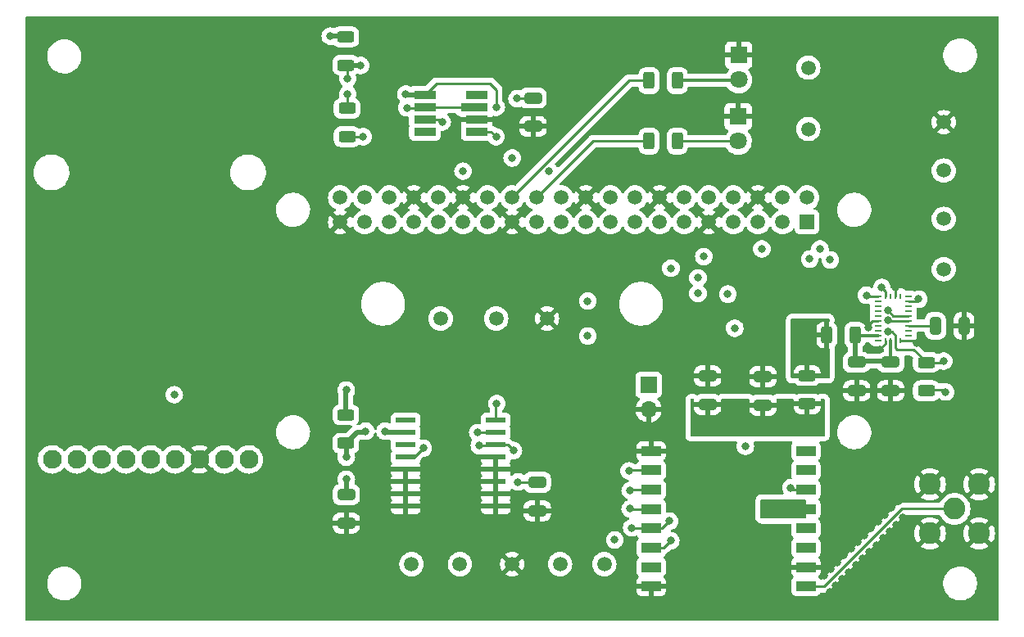
<source format=gtl>
G04 #@! TF.GenerationSoftware,KiCad,Pcbnew,(6.0.7-1)-1*
G04 #@! TF.CreationDate,2023-04-11T20:40:04-05:00*
G04 #@! TF.ProjectId,Neutro_v2,4e657574-726f-45f7-9632-2e6b69636164,v1*
G04 #@! TF.SameCoordinates,Original*
G04 #@! TF.FileFunction,Copper,L1,Top*
G04 #@! TF.FilePolarity,Positive*
%FSLAX46Y46*%
G04 Gerber Fmt 4.6, Leading zero omitted, Abs format (unit mm)*
G04 Created by KiCad (PCBNEW (6.0.7-1)-1) date 2023-04-11 20:40:04*
%MOMM*%
%LPD*%
G01*
G04 APERTURE LIST*
G04 Aperture macros list*
%AMRoundRect*
0 Rectangle with rounded corners*
0 $1 Rounding radius*
0 $2 $3 $4 $5 $6 $7 $8 $9 X,Y pos of 4 corners*
0 Add a 4 corners polygon primitive as box body*
4,1,4,$2,$3,$4,$5,$6,$7,$8,$9,$2,$3,0*
0 Add four circle primitives for the rounded corners*
1,1,$1+$1,$2,$3*
1,1,$1+$1,$4,$5*
1,1,$1+$1,$6,$7*
1,1,$1+$1,$8,$9*
0 Add four rect primitives between the rounded corners*
20,1,$1+$1,$2,$3,$4,$5,0*
20,1,$1+$1,$4,$5,$6,$7,0*
20,1,$1+$1,$6,$7,$8,$9,0*
20,1,$1+$1,$8,$9,$2,$3,0*%
G04 Aperture macros list end*
G04 #@! TA.AperFunction,ComponentPad*
%ADD10C,1.500000*%
G04 #@! TD*
G04 #@! TA.AperFunction,SMDPad,CuDef*
%ADD11RoundRect,0.250000X-0.625000X0.312500X-0.625000X-0.312500X0.625000X-0.312500X0.625000X0.312500X0*%
G04 #@! TD*
G04 #@! TA.AperFunction,SMDPad,CuDef*
%ADD12RoundRect,0.250000X0.650000X-0.325000X0.650000X0.325000X-0.650000X0.325000X-0.650000X-0.325000X0*%
G04 #@! TD*
G04 #@! TA.AperFunction,SMDPad,CuDef*
%ADD13RoundRect,0.250000X-0.312500X-0.625000X0.312500X-0.625000X0.312500X0.625000X-0.312500X0.625000X0*%
G04 #@! TD*
G04 #@! TA.AperFunction,SMDPad,CuDef*
%ADD14RoundRect,0.250000X0.325000X0.650000X-0.325000X0.650000X-0.325000X-0.650000X0.325000X-0.650000X0*%
G04 #@! TD*
G04 #@! TA.AperFunction,SMDPad,CuDef*
%ADD15RoundRect,0.250000X0.625000X-0.312500X0.625000X0.312500X-0.625000X0.312500X-0.625000X-0.312500X0*%
G04 #@! TD*
G04 #@! TA.AperFunction,ComponentPad*
%ADD16C,2.250000*%
G04 #@! TD*
G04 #@! TA.AperFunction,SMDPad,CuDef*
%ADD17RoundRect,0.250000X-0.650000X0.325000X-0.650000X-0.325000X0.650000X-0.325000X0.650000X0.325000X0*%
G04 #@! TD*
G04 #@! TA.AperFunction,ComponentPad*
%ADD18C,1.930400*%
G04 #@! TD*
G04 #@! TA.AperFunction,SMDPad,CuDef*
%ADD19RoundRect,0.041300X-0.983700X-0.253700X0.983700X-0.253700X0.983700X0.253700X-0.983700X0.253700X0*%
G04 #@! TD*
G04 #@! TA.AperFunction,SMDPad,CuDef*
%ADD20R,2.000000X1.000000*%
G04 #@! TD*
G04 #@! TA.AperFunction,ComponentPad*
%ADD21R,1.800000X1.800000*%
G04 #@! TD*
G04 #@! TA.AperFunction,ComponentPad*
%ADD22C,1.800000*%
G04 #@! TD*
G04 #@! TA.AperFunction,SMDPad,CuDef*
%ADD23R,2.250000X0.900000*%
G04 #@! TD*
G04 #@! TA.AperFunction,SMDPad,CuDef*
%ADD24R,2.800000X0.900000*%
G04 #@! TD*
G04 #@! TA.AperFunction,SMDPad,CuDef*
%ADD25R,0.675000X0.250000*%
G04 #@! TD*
G04 #@! TA.AperFunction,SMDPad,CuDef*
%ADD26R,0.250000X0.575000*%
G04 #@! TD*
G04 #@! TA.AperFunction,ComponentPad*
%ADD27R,1.508000X1.508000*%
G04 #@! TD*
G04 #@! TA.AperFunction,ComponentPad*
%ADD28C,1.508000*%
G04 #@! TD*
G04 #@! TA.AperFunction,ComponentPad*
%ADD29R,1.700000X1.700000*%
G04 #@! TD*
G04 #@! TA.AperFunction,ComponentPad*
%ADD30O,1.700000X1.700000*%
G04 #@! TD*
G04 #@! TA.AperFunction,ViaPad*
%ADD31C,0.800000*%
G04 #@! TD*
G04 #@! TA.AperFunction,Conductor*
%ADD32C,0.500000*%
G04 #@! TD*
G04 #@! TA.AperFunction,Conductor*
%ADD33C,0.250000*%
G04 #@! TD*
G04 #@! TA.AperFunction,Conductor*
%ADD34C,0.350000*%
G04 #@! TD*
G04 #@! TA.AperFunction,Conductor*
%ADD35C,0.293370*%
G04 #@! TD*
G04 APERTURE END LIST*
D10*
X157353000Y-127000000D03*
D11*
X135200000Y-111566500D03*
X135200000Y-114491500D03*
D10*
X145000000Y-101600000D03*
D12*
X135255000Y-122744000D03*
X135255000Y-119794000D03*
D10*
X183000000Y-82000000D03*
X142000000Y-127000000D03*
D12*
X188000000Y-109075000D03*
X188000000Y-106125000D03*
X154559000Y-81739000D03*
X154559000Y-78789000D03*
D13*
X184912000Y-103300000D03*
X187837000Y-103300000D03*
D14*
X199087000Y-102362000D03*
X196137000Y-102362000D03*
D10*
X197000000Y-81300000D03*
D15*
X195200000Y-109062500D03*
X195200000Y-106137500D03*
D10*
X156000000Y-101600000D03*
X161925000Y-127000000D03*
X150750000Y-101600000D03*
X147000000Y-127000000D03*
D16*
X198120000Y-121285000D03*
X200660000Y-118745000D03*
X200660000Y-123825000D03*
X195580000Y-123825000D03*
X195580000Y-118745000D03*
D11*
X135337500Y-79875000D03*
X135337500Y-82800000D03*
D13*
X166537500Y-83250000D03*
X169462500Y-83250000D03*
D10*
X197000000Y-86300000D03*
D11*
X135200000Y-72475000D03*
X135200000Y-75400000D03*
D17*
X155000000Y-118525000D03*
X155000000Y-121475000D03*
X178308000Y-107618000D03*
X178308000Y-110568000D03*
D11*
X182880000Y-107503500D03*
X182880000Y-110428500D03*
D10*
X197000000Y-96500000D03*
X183000000Y-75650000D03*
X197000000Y-91300000D03*
D18*
X104848000Y-116168000D03*
X107388000Y-116168000D03*
X112468000Y-116168000D03*
X120088000Y-116168000D03*
X125168000Y-116168000D03*
X117548000Y-116168000D03*
X115008000Y-116168000D03*
X109928000Y-116168000D03*
X122628000Y-116168000D03*
D10*
X152400000Y-127000000D03*
D19*
X141403000Y-112125000D03*
X141403000Y-113395000D03*
X141403000Y-114665000D03*
X141403000Y-115935000D03*
X141403000Y-117205000D03*
X141403000Y-118475000D03*
X141403000Y-119745000D03*
X141403000Y-121015000D03*
X150713000Y-121015000D03*
X150713000Y-119745000D03*
X150713000Y-118475000D03*
X150713000Y-117205000D03*
X150713000Y-115935000D03*
X150713000Y-114665000D03*
X150713000Y-113395000D03*
X150713000Y-112125000D03*
D13*
X166537500Y-77000000D03*
X169462500Y-77000000D03*
D12*
X191516000Y-109075000D03*
X191516000Y-106125000D03*
D20*
X166752000Y-115301000D03*
X166752000Y-117301000D03*
X166752000Y-119301000D03*
X166752000Y-121301000D03*
X166752000Y-123301000D03*
X166752000Y-125301000D03*
X166752000Y-127301000D03*
X166752000Y-129301000D03*
X182752000Y-129301000D03*
X182752000Y-127301000D03*
X182752000Y-125301000D03*
X182752000Y-123301000D03*
X182752000Y-121301000D03*
X182752000Y-119301000D03*
X182752000Y-117301000D03*
X182752000Y-115301000D03*
D21*
X175750000Y-80725000D03*
D22*
X175750000Y-83265000D03*
D23*
X148733000Y-82276000D03*
X148733000Y-81026000D03*
D24*
X148458000Y-79726000D03*
D23*
X148733000Y-78476000D03*
X143430500Y-78476000D03*
X143383000Y-79726000D03*
X143383000Y-81026000D03*
X143383000Y-82276000D03*
D25*
X190207500Y-103850000D03*
D26*
X191020000Y-103912500D03*
X191520000Y-103912500D03*
X192020000Y-103912500D03*
X192520000Y-103912500D03*
D25*
X193332500Y-103850000D03*
X193332500Y-103350000D03*
X193332500Y-102850000D03*
X193332500Y-102350000D03*
X193332500Y-101850000D03*
X193332500Y-101350000D03*
X193332500Y-100850000D03*
X193332500Y-100350000D03*
X193332500Y-99850000D03*
X193332500Y-99350000D03*
D26*
X192520000Y-99287500D03*
X192020000Y-99287500D03*
X191520000Y-99287500D03*
X191020000Y-99287500D03*
D25*
X190207500Y-99350000D03*
X190207500Y-99850000D03*
X190207500Y-100350000D03*
X190207500Y-100850000D03*
X190207500Y-101350000D03*
X190207500Y-101850000D03*
X190207500Y-102350000D03*
X190207500Y-102850000D03*
X190207500Y-103350000D03*
D21*
X175800000Y-74375000D03*
D22*
X175800000Y-76915000D03*
D17*
X172593000Y-107540000D03*
X172593000Y-110490000D03*
D27*
X182880000Y-91628000D03*
D28*
X182880000Y-89088000D03*
X180340000Y-91628000D03*
X180340000Y-89088000D03*
X177800000Y-91628000D03*
X177800000Y-89088000D03*
X175260000Y-91628000D03*
X175260000Y-89088000D03*
X172720000Y-91628000D03*
X172720000Y-89088000D03*
X170180000Y-91628000D03*
X170180000Y-89088000D03*
X167640000Y-91628000D03*
X167640000Y-89088000D03*
X165100000Y-91628000D03*
X165100000Y-89088000D03*
X162560000Y-91628000D03*
X162560000Y-89088000D03*
X160020000Y-91628000D03*
X160020000Y-89088000D03*
X157480000Y-91628000D03*
X157480000Y-89088000D03*
X154940000Y-91628000D03*
X154940000Y-89088000D03*
X152400000Y-91628000D03*
X152400000Y-89088000D03*
X149860000Y-91628000D03*
X149860000Y-89088000D03*
X147320000Y-91628000D03*
X147320000Y-89088000D03*
X144780000Y-91628000D03*
X144780000Y-89088000D03*
X142240000Y-91628000D03*
X142240000Y-89088000D03*
X139700000Y-91628000D03*
X139700000Y-89088000D03*
X137160000Y-91628000D03*
X137160000Y-89088000D03*
X134620000Y-91628000D03*
X134620000Y-89088000D03*
D29*
X166497000Y-108458000D03*
D30*
X166497000Y-110998000D03*
D31*
X197200000Y-109200000D03*
X182300000Y-103300000D03*
X135250000Y-109000000D03*
X183300000Y-103300000D03*
X133600000Y-72400000D03*
X183300000Y-104300000D03*
X182300000Y-104300000D03*
X148844000Y-113395000D03*
X145161000Y-81280000D03*
X192300000Y-120500000D03*
X190717500Y-124317500D03*
X187217500Y-127817500D03*
X190200000Y-122600000D03*
X189500000Y-123300000D03*
X190900000Y-121900000D03*
X192117500Y-122917500D03*
X187400000Y-125400000D03*
X187917500Y-127117500D03*
X186700000Y-126100000D03*
X190017500Y-125017500D03*
X191400000Y-123600000D03*
X186517500Y-128517500D03*
X194221153Y-104160182D03*
X191600000Y-121200000D03*
X188617500Y-126417500D03*
X189200000Y-102524500D03*
X190400000Y-104800000D03*
X186000000Y-126800000D03*
X185800000Y-129200000D03*
X188800000Y-124000000D03*
X185200000Y-129900000D03*
X192800000Y-122200000D03*
X184643000Y-128157000D03*
X192000000Y-98400000D03*
X189317500Y-125717500D03*
X188100000Y-124700000D03*
X185300000Y-127500000D03*
X150731500Y-82804000D03*
X150800000Y-110400000D03*
X147320000Y-86360000D03*
X117475000Y-109474000D03*
X156210000Y-86360000D03*
X152400000Y-85000500D03*
X143200000Y-115000000D03*
X168783000Y-124587000D03*
X160200000Y-103400000D03*
X160200000Y-99800000D03*
X164592000Y-119380000D03*
X164465000Y-117348000D03*
X171600000Y-97400000D03*
X191200000Y-101800000D03*
X164592000Y-121285000D03*
X163000000Y-124500000D03*
X164750000Y-123250000D03*
X168656000Y-122555000D03*
X189000000Y-99200000D03*
X190600000Y-98400000D03*
X183143701Y-95456299D03*
X185268299Y-95531701D03*
X191200000Y-102985113D03*
X171600000Y-99000000D03*
X168800000Y-96400000D03*
X197000000Y-106000000D03*
X178200000Y-94400000D03*
X194400000Y-99600000D03*
X184200000Y-94400000D03*
X172200000Y-95200000D03*
X191212299Y-100787701D03*
X153000000Y-118500000D03*
X152527000Y-115250000D03*
X149000000Y-114750000D03*
X137250000Y-113250000D03*
X139250000Y-113250000D03*
X135255000Y-115935000D03*
X135255000Y-118221000D03*
X175400000Y-102600000D03*
X176500000Y-114800000D03*
X181200000Y-119100000D03*
X174676812Y-99076812D03*
X135400000Y-78400000D03*
X150749000Y-79756000D03*
X152908000Y-78867000D03*
X136737500Y-75431250D03*
X135400000Y-76800000D03*
X141400000Y-78400000D03*
X137000000Y-82800000D03*
X141500000Y-79800000D03*
X178800000Y-112200000D03*
X179700000Y-112200000D03*
X179700000Y-121800000D03*
X179700000Y-113200000D03*
X178700000Y-121800000D03*
X179700000Y-120800000D03*
X178800000Y-113200000D03*
X178700000Y-120800000D03*
D32*
X135137500Y-72400000D02*
X133600000Y-72400000D01*
D33*
X197200000Y-109200000D02*
X196962500Y-108962500D01*
D32*
X135200000Y-109050000D02*
X135250000Y-109000000D01*
X135200000Y-111566500D02*
X135200000Y-109050000D01*
D33*
X196962500Y-108962500D02*
X195200000Y-108962500D01*
X148844000Y-113395000D02*
X150705000Y-113395000D01*
X144907000Y-81026000D02*
X145161000Y-81280000D01*
X143383000Y-81026000D02*
X144907000Y-81026000D01*
X192520000Y-103912500D02*
X193270000Y-103912500D01*
X193910971Y-103850000D02*
X194221153Y-104160182D01*
X190207500Y-101850000D02*
X189595000Y-101850000D01*
X191020000Y-104180000D02*
X191020000Y-103912500D01*
X189200000Y-102245000D02*
X189200000Y-102524500D01*
X193332500Y-103850000D02*
X193910971Y-103850000D01*
X192000000Y-98400000D02*
X192000000Y-98705000D01*
X189595000Y-101850000D02*
X189200000Y-102245000D01*
X192020000Y-98725000D02*
X192020000Y-99287500D01*
X192000000Y-98705000D02*
X192020000Y-98725000D01*
X190400000Y-104800000D02*
X191020000Y-104180000D01*
X192100000Y-120700000D02*
X192300000Y-120500000D01*
X193270000Y-103912500D02*
X193332500Y-103850000D01*
X148733000Y-82276000D02*
X150203500Y-82276000D01*
X150203500Y-82276000D02*
X150731500Y-82804000D01*
X150713000Y-110487000D02*
X150800000Y-110400000D01*
X150713000Y-112125000D02*
X150713000Y-110487000D01*
X142265000Y-115935000D02*
X143200000Y-115000000D01*
X141403000Y-115935000D02*
X142265000Y-115935000D01*
X166752000Y-125301000D02*
X168069000Y-125301000D01*
X168069000Y-125301000D02*
X168783000Y-124587000D01*
X164671000Y-119301000D02*
X164592000Y-119380000D01*
X166752000Y-119301000D02*
X164671000Y-119301000D01*
X166752000Y-117301000D02*
X164512000Y-117301000D01*
X164512000Y-117301000D02*
X164465000Y-117348000D01*
X191200000Y-101800000D02*
X191250000Y-101850000D01*
X191250000Y-101850000D02*
X193332500Y-101850000D01*
X164608000Y-121301000D02*
X164592000Y-121285000D01*
X166752000Y-121301000D02*
X164608000Y-121301000D01*
X167910000Y-123301000D02*
X168656000Y-122555000D01*
X164801000Y-123301000D02*
X164750000Y-123250000D01*
X166752000Y-123301000D02*
X164801000Y-123301000D01*
X166752000Y-123301000D02*
X167910000Y-123301000D01*
X189150000Y-99350000D02*
X189000000Y-99200000D01*
X190207500Y-99350000D02*
X189150000Y-99350000D01*
X191020000Y-98820000D02*
X190600000Y-98400000D01*
X191020000Y-99287500D02*
X191020000Y-98820000D01*
X197000000Y-106000000D02*
X196862500Y-106137500D01*
X192200000Y-104800000D02*
X193881250Y-104800000D01*
X192020000Y-103912500D02*
X192020000Y-104620000D01*
X192020000Y-103350000D02*
X192020000Y-103912500D01*
X191655113Y-102985113D02*
X192020000Y-103350000D01*
X193881250Y-104800000D02*
X195118750Y-106037500D01*
X195118750Y-106037500D02*
X195200000Y-106037500D01*
X192020000Y-104620000D02*
X192200000Y-104800000D01*
X191200000Y-102985113D02*
X191655113Y-102985113D01*
X196862500Y-106137500D02*
X195200000Y-106137500D01*
X193332500Y-99850000D02*
X194150000Y-99850000D01*
X194150000Y-99850000D02*
X194400000Y-99600000D01*
X191774598Y-101350000D02*
X193332500Y-101350000D01*
X191212299Y-100787701D02*
X191774598Y-101350000D01*
X150628000Y-114750000D02*
X150713000Y-114665000D01*
X151942000Y-114665000D02*
X150705000Y-114665000D01*
X153000000Y-118500000D02*
X154975000Y-118500000D01*
X154975000Y-118500000D02*
X155000000Y-118525000D01*
X149000000Y-114750000D02*
X150628000Y-114750000D01*
X152527000Y-115250000D02*
X151942000Y-114665000D01*
D32*
X137160000Y-113395000D02*
X136336500Y-113395000D01*
X141395000Y-113395000D02*
X139319000Y-113395000D01*
X135255000Y-114476500D02*
X135255000Y-115935000D01*
X135255000Y-118221000D02*
X135255000Y-119794000D01*
X136336500Y-113395000D02*
X135255000Y-114476500D01*
D33*
X169477500Y-83265000D02*
X175750000Y-83265000D01*
X169462500Y-83250000D02*
X169477500Y-83265000D01*
X196125000Y-102350000D02*
X196137000Y-102362000D01*
X193332500Y-102350000D02*
X196125000Y-102350000D01*
D34*
X187837000Y-105862000D02*
X188000000Y-106025000D01*
D32*
X191516000Y-106025000D02*
X188000000Y-106025000D01*
D34*
X190207500Y-103350000D02*
X187987000Y-103350000D01*
X191520000Y-103912500D02*
X191520000Y-106021000D01*
X191520000Y-106021000D02*
X191516000Y-106025000D01*
X187987000Y-103350000D02*
X187837000Y-103500000D01*
D32*
X187837000Y-103500000D02*
X187837000Y-105862000D01*
D35*
X192659000Y-121285000D02*
X193685000Y-121285000D01*
X193685000Y-121285000D02*
X198120000Y-121285000D01*
X182752000Y-129301000D02*
X184643000Y-129301000D01*
X184643000Y-129301000D02*
X192659000Y-121285000D01*
D33*
X182752000Y-119301000D02*
X181401000Y-119301000D01*
X181401000Y-119301000D02*
X181200000Y-119100000D01*
X135400000Y-75600000D02*
X135200000Y-75400000D01*
X150100000Y-77300000D02*
X150749000Y-77949000D01*
X152908000Y-78867000D02*
X152986000Y-78789000D01*
X152986000Y-78789000D02*
X154559000Y-78789000D01*
X143430500Y-78476000D02*
X144606500Y-77300000D01*
X135400000Y-76800000D02*
X135400000Y-75600000D01*
X150749000Y-77949000D02*
X150749000Y-79756000D01*
D32*
X135400000Y-75431250D02*
X136737500Y-75431250D01*
D33*
X135400000Y-78400000D02*
X135400000Y-79812500D01*
X135400000Y-79812500D02*
X135337500Y-79875000D01*
D32*
X143430500Y-78476000D02*
X141470500Y-78476000D01*
D33*
X144606500Y-77300000D02*
X150100000Y-77300000D01*
X169462500Y-77000000D02*
X175800000Y-77000000D01*
X169462500Y-77115000D02*
X169662500Y-76915000D01*
X169662500Y-76915000D02*
X175800000Y-76915000D01*
X142820604Y-79800000D02*
X143064802Y-80044198D01*
X148458000Y-79726000D02*
X143383000Y-79726000D01*
X135337500Y-82800000D02*
X137000000Y-82800000D01*
X141500000Y-79800000D02*
X142820604Y-79800000D01*
X160778000Y-83250000D02*
X166537500Y-83250000D01*
X154940000Y-89088000D02*
X160778000Y-83250000D01*
X164488000Y-77000000D02*
X152400000Y-89088000D01*
X166537500Y-77000000D02*
X164488000Y-77000000D01*
G04 #@! TA.AperFunction,Conductor*
G36*
X185142121Y-101620002D02*
G01*
X185188614Y-101673658D01*
X185200000Y-101726000D01*
X185200000Y-101838560D01*
X185179998Y-101906681D01*
X185169225Y-101921072D01*
X185167671Y-101922865D01*
X185166000Y-101930548D01*
X185166000Y-104664884D01*
X185175679Y-104697848D01*
X185194896Y-104727749D01*
X185200000Y-104763249D01*
X185200000Y-107674000D01*
X185179998Y-107742121D01*
X185126342Y-107788614D01*
X185074000Y-107800000D01*
X184351250Y-107800000D01*
X184283129Y-107779998D01*
X184268738Y-107769225D01*
X184257135Y-107759171D01*
X184249452Y-107757500D01*
X181515116Y-107757500D01*
X181492941Y-107764011D01*
X181444882Y-107794896D01*
X181409385Y-107800000D01*
X181326000Y-107800000D01*
X181257879Y-107779998D01*
X181211386Y-107726342D01*
X181200000Y-107674000D01*
X181200000Y-107231385D01*
X181497000Y-107231385D01*
X181501475Y-107246624D01*
X181502865Y-107247829D01*
X181510548Y-107249500D01*
X182607885Y-107249500D01*
X182623124Y-107245025D01*
X182624329Y-107243635D01*
X182626000Y-107235952D01*
X182626000Y-107231385D01*
X183134000Y-107231385D01*
X183138475Y-107246624D01*
X183139865Y-107247829D01*
X183147548Y-107249500D01*
X184244884Y-107249500D01*
X184260123Y-107245025D01*
X184261328Y-107243635D01*
X184262999Y-107235952D01*
X184262999Y-107143905D01*
X184262662Y-107137386D01*
X184252743Y-107041794D01*
X184249851Y-107028400D01*
X184198412Y-106874216D01*
X184192239Y-106861038D01*
X184106937Y-106723193D01*
X184097901Y-106711792D01*
X183983171Y-106597261D01*
X183971760Y-106588249D01*
X183833757Y-106503184D01*
X183820576Y-106497037D01*
X183666290Y-106445862D01*
X183652914Y-106442995D01*
X183558562Y-106433328D01*
X183552145Y-106433000D01*
X183152115Y-106433000D01*
X183136876Y-106437475D01*
X183135671Y-106438865D01*
X183134000Y-106446548D01*
X183134000Y-107231385D01*
X182626000Y-107231385D01*
X182626000Y-106451116D01*
X182621525Y-106435877D01*
X182620135Y-106434672D01*
X182612452Y-106433001D01*
X182207905Y-106433001D01*
X182201386Y-106433338D01*
X182105794Y-106443257D01*
X182092400Y-106446149D01*
X181938216Y-106497588D01*
X181925038Y-106503761D01*
X181787193Y-106589063D01*
X181775792Y-106598099D01*
X181661261Y-106712829D01*
X181652249Y-106724240D01*
X181567184Y-106862243D01*
X181561037Y-106875424D01*
X181509862Y-107029710D01*
X181506995Y-107043086D01*
X181497328Y-107137438D01*
X181497000Y-107143855D01*
X181497000Y-107231385D01*
X181200000Y-107231385D01*
X181200000Y-103972095D01*
X183841501Y-103972095D01*
X183841838Y-103978614D01*
X183851757Y-104074206D01*
X183854649Y-104087600D01*
X183906088Y-104241784D01*
X183912261Y-104254962D01*
X183997563Y-104392807D01*
X184006599Y-104404208D01*
X184121329Y-104518739D01*
X184132740Y-104527751D01*
X184270743Y-104612816D01*
X184283924Y-104618963D01*
X184438210Y-104670138D01*
X184451586Y-104673005D01*
X184545938Y-104682672D01*
X184552354Y-104683000D01*
X184639885Y-104683000D01*
X184655124Y-104678525D01*
X184656329Y-104677135D01*
X184658000Y-104669452D01*
X184658000Y-103572115D01*
X184653525Y-103556876D01*
X184652135Y-103555671D01*
X184644452Y-103554000D01*
X183859616Y-103554000D01*
X183844377Y-103558475D01*
X183843172Y-103559865D01*
X183841501Y-103567548D01*
X183841501Y-103972095D01*
X181200000Y-103972095D01*
X181200000Y-103027885D01*
X183841500Y-103027885D01*
X183845975Y-103043124D01*
X183847365Y-103044329D01*
X183855048Y-103046000D01*
X184639885Y-103046000D01*
X184655124Y-103041525D01*
X184656329Y-103040135D01*
X184658000Y-103032452D01*
X184658000Y-101935116D01*
X184653525Y-101919877D01*
X184652135Y-101918672D01*
X184644452Y-101917001D01*
X184552405Y-101917001D01*
X184545886Y-101917338D01*
X184450294Y-101927257D01*
X184436900Y-101930149D01*
X184282716Y-101981588D01*
X184269538Y-101987761D01*
X184131693Y-102073063D01*
X184120292Y-102082099D01*
X184005761Y-102196829D01*
X183996749Y-102208240D01*
X183911684Y-102346243D01*
X183905537Y-102359424D01*
X183854362Y-102513710D01*
X183851495Y-102527086D01*
X183841828Y-102621438D01*
X183841500Y-102627855D01*
X183841500Y-103027885D01*
X181200000Y-103027885D01*
X181200000Y-101726000D01*
X181220002Y-101657879D01*
X181273658Y-101611386D01*
X181326000Y-101600000D01*
X185074000Y-101600000D01*
X185142121Y-101620002D01*
G37*
G04 #@! TD.AperFunction*
G04 #@! TA.AperFunction,Conductor*
G36*
X185142121Y-101620002D02*
G01*
X185188614Y-101673658D01*
X185200000Y-101726000D01*
X185200000Y-101838560D01*
X185179998Y-101906681D01*
X185169225Y-101921072D01*
X185167671Y-101922865D01*
X185166000Y-101930548D01*
X185166000Y-104664884D01*
X185175679Y-104697848D01*
X185194896Y-104727749D01*
X185200000Y-104763249D01*
X185200000Y-107674000D01*
X185179998Y-107742121D01*
X185126342Y-107788614D01*
X185074000Y-107800000D01*
X184351250Y-107800000D01*
X184283129Y-107779998D01*
X184268738Y-107769225D01*
X184257135Y-107759171D01*
X184249452Y-107757500D01*
X181515116Y-107757500D01*
X181492941Y-107764011D01*
X181444882Y-107794896D01*
X181409385Y-107800000D01*
X181326000Y-107800000D01*
X181257879Y-107779998D01*
X181211386Y-107726342D01*
X181200000Y-107674000D01*
X181200000Y-107231385D01*
X181497000Y-107231385D01*
X181501475Y-107246624D01*
X181502865Y-107247829D01*
X181510548Y-107249500D01*
X182607885Y-107249500D01*
X182623124Y-107245025D01*
X182624329Y-107243635D01*
X182626000Y-107235952D01*
X182626000Y-107231385D01*
X183134000Y-107231385D01*
X183138475Y-107246624D01*
X183139865Y-107247829D01*
X183147548Y-107249500D01*
X184244884Y-107249500D01*
X184260123Y-107245025D01*
X184261328Y-107243635D01*
X184262999Y-107235952D01*
X184262999Y-107143905D01*
X184262662Y-107137386D01*
X184252743Y-107041794D01*
X184249851Y-107028400D01*
X184198412Y-106874216D01*
X184192239Y-106861038D01*
X184106937Y-106723193D01*
X184097901Y-106711792D01*
X183983171Y-106597261D01*
X183971760Y-106588249D01*
X183833757Y-106503184D01*
X183820576Y-106497037D01*
X183666290Y-106445862D01*
X183652914Y-106442995D01*
X183558562Y-106433328D01*
X183552145Y-106433000D01*
X183152115Y-106433000D01*
X183136876Y-106437475D01*
X183135671Y-106438865D01*
X183134000Y-106446548D01*
X183134000Y-107231385D01*
X182626000Y-107231385D01*
X182626000Y-106451116D01*
X182621525Y-106435877D01*
X182620135Y-106434672D01*
X182612452Y-106433001D01*
X182207905Y-106433001D01*
X182201386Y-106433338D01*
X182105794Y-106443257D01*
X182092400Y-106446149D01*
X181938216Y-106497588D01*
X181925038Y-106503761D01*
X181787193Y-106589063D01*
X181775792Y-106598099D01*
X181661261Y-106712829D01*
X181652249Y-106724240D01*
X181567184Y-106862243D01*
X181561037Y-106875424D01*
X181509862Y-107029710D01*
X181506995Y-107043086D01*
X181497328Y-107137438D01*
X181497000Y-107143855D01*
X181497000Y-107231385D01*
X181200000Y-107231385D01*
X181200000Y-103972095D01*
X183841501Y-103972095D01*
X183841838Y-103978614D01*
X183851757Y-104074206D01*
X183854649Y-104087600D01*
X183906088Y-104241784D01*
X183912261Y-104254962D01*
X183997563Y-104392807D01*
X184006599Y-104404208D01*
X184121329Y-104518739D01*
X184132740Y-104527751D01*
X184270743Y-104612816D01*
X184283924Y-104618963D01*
X184438210Y-104670138D01*
X184451586Y-104673005D01*
X184545938Y-104682672D01*
X184552354Y-104683000D01*
X184639885Y-104683000D01*
X184655124Y-104678525D01*
X184656329Y-104677135D01*
X184658000Y-104669452D01*
X184658000Y-103572115D01*
X184653525Y-103556876D01*
X184652135Y-103555671D01*
X184644452Y-103554000D01*
X183859616Y-103554000D01*
X183844377Y-103558475D01*
X183843172Y-103559865D01*
X183841501Y-103567548D01*
X183841501Y-103972095D01*
X181200000Y-103972095D01*
X181200000Y-103027885D01*
X183841500Y-103027885D01*
X183845975Y-103043124D01*
X183847365Y-103044329D01*
X183855048Y-103046000D01*
X184639885Y-103046000D01*
X184655124Y-103041525D01*
X184656329Y-103040135D01*
X184658000Y-103032452D01*
X184658000Y-101935116D01*
X184653525Y-101919877D01*
X184652135Y-101918672D01*
X184644452Y-101917001D01*
X184552405Y-101917001D01*
X184545886Y-101917338D01*
X184450294Y-101927257D01*
X184436900Y-101930149D01*
X184282716Y-101981588D01*
X184269538Y-101987761D01*
X184131693Y-102073063D01*
X184120292Y-102082099D01*
X184005761Y-102196829D01*
X183996749Y-102208240D01*
X183911684Y-102346243D01*
X183905537Y-102359424D01*
X183854362Y-102513710D01*
X183851495Y-102527086D01*
X183841828Y-102621438D01*
X183841500Y-102627855D01*
X183841500Y-103027885D01*
X181200000Y-103027885D01*
X181200000Y-101726000D01*
X181220002Y-101657879D01*
X181273658Y-101611386D01*
X181326000Y-101600000D01*
X185074000Y-101600000D01*
X185142121Y-101620002D01*
G37*
G04 #@! TD.AperFunction*
G04 #@! TA.AperFunction,Conductor*
G36*
X171135543Y-109920002D02*
G01*
X171182036Y-109973658D01*
X171192766Y-110038843D01*
X171185328Y-110111440D01*
X171185000Y-110117855D01*
X171185000Y-110217885D01*
X171189475Y-110233124D01*
X171190865Y-110234329D01*
X171198548Y-110236000D01*
X173982884Y-110236000D01*
X173998123Y-110231525D01*
X173999328Y-110230135D01*
X174000999Y-110222452D01*
X174000999Y-110117905D01*
X174000662Y-110111388D01*
X173993151Y-110039004D01*
X174006016Y-109969183D01*
X174054586Y-109917401D01*
X174118478Y-109900000D01*
X176798590Y-109900000D01*
X176866711Y-109920002D01*
X176913204Y-109973658D01*
X176923308Y-110043932D01*
X176918183Y-110065667D01*
X176912863Y-110081706D01*
X176909995Y-110095086D01*
X176900328Y-110189438D01*
X176900000Y-110195855D01*
X176900000Y-110295885D01*
X176904475Y-110311124D01*
X176905865Y-110312329D01*
X176913548Y-110314000D01*
X179697884Y-110314000D01*
X179713123Y-110309525D01*
X179714328Y-110308135D01*
X179715999Y-110300452D01*
X179715999Y-110195905D01*
X179715662Y-110189386D01*
X179705743Y-110093794D01*
X179702850Y-110080393D01*
X179698006Y-110065874D01*
X179695422Y-109994924D01*
X179731607Y-109933841D01*
X179795072Y-109902018D01*
X179817530Y-109900000D01*
X181374401Y-109900000D01*
X181442522Y-109920002D01*
X181489015Y-109973658D01*
X181499745Y-110038841D01*
X181497328Y-110062435D01*
X181497000Y-110068855D01*
X181497000Y-110156385D01*
X181501475Y-110171624D01*
X181502865Y-110172829D01*
X181510548Y-110174500D01*
X184244884Y-110174500D01*
X184260123Y-110170025D01*
X184261328Y-110168635D01*
X184262999Y-110160952D01*
X184262999Y-110068905D01*
X184262662Y-110062393D01*
X184260235Y-110039006D01*
X184273099Y-109969184D01*
X184321669Y-109917401D01*
X184385562Y-109900000D01*
X184574000Y-109900000D01*
X184642121Y-109920002D01*
X184688614Y-109973658D01*
X184700000Y-110026000D01*
X184700000Y-113674000D01*
X184679998Y-113742121D01*
X184626342Y-113788614D01*
X184574000Y-113800000D01*
X170926000Y-113800000D01*
X170857879Y-113779998D01*
X170811386Y-113726342D01*
X170800000Y-113674000D01*
X170800000Y-110862095D01*
X171185001Y-110862095D01*
X171185338Y-110868614D01*
X171195257Y-110964206D01*
X171198149Y-110977600D01*
X171249588Y-111131784D01*
X171255761Y-111144962D01*
X171341063Y-111282807D01*
X171350099Y-111294208D01*
X171464829Y-111408739D01*
X171476240Y-111417751D01*
X171614243Y-111502816D01*
X171627424Y-111508963D01*
X171781710Y-111560138D01*
X171795086Y-111563005D01*
X171889438Y-111572672D01*
X171895854Y-111573000D01*
X172320885Y-111573000D01*
X172336124Y-111568525D01*
X172337329Y-111567135D01*
X172339000Y-111559452D01*
X172339000Y-111554884D01*
X172847000Y-111554884D01*
X172851475Y-111570123D01*
X172852865Y-111571328D01*
X172860548Y-111572999D01*
X173290095Y-111572999D01*
X173296614Y-111572662D01*
X173392206Y-111562743D01*
X173405600Y-111559851D01*
X173559784Y-111508412D01*
X173572962Y-111502239D01*
X173710807Y-111416937D01*
X173722208Y-111407901D01*
X173836739Y-111293171D01*
X173845751Y-111281760D01*
X173930816Y-111143757D01*
X173936963Y-111130576D01*
X173988138Y-110976290D01*
X173991005Y-110962914D01*
X173993343Y-110940095D01*
X176900001Y-110940095D01*
X176900338Y-110946614D01*
X176910257Y-111042206D01*
X176913149Y-111055600D01*
X176964588Y-111209784D01*
X176970761Y-111222962D01*
X177056063Y-111360807D01*
X177065099Y-111372208D01*
X177179829Y-111486739D01*
X177191240Y-111495751D01*
X177329243Y-111580816D01*
X177342424Y-111586963D01*
X177496710Y-111638138D01*
X177510086Y-111641005D01*
X177604438Y-111650672D01*
X177610854Y-111651000D01*
X178035885Y-111651000D01*
X178051124Y-111646525D01*
X178052329Y-111645135D01*
X178054000Y-111637452D01*
X178054000Y-111632884D01*
X178562000Y-111632884D01*
X178566475Y-111648123D01*
X178567865Y-111649328D01*
X178575548Y-111650999D01*
X179005095Y-111650999D01*
X179011614Y-111650662D01*
X179107206Y-111640743D01*
X179120600Y-111637851D01*
X179274784Y-111586412D01*
X179287962Y-111580239D01*
X179425807Y-111494937D01*
X179437208Y-111485901D01*
X179551739Y-111371171D01*
X179560751Y-111359760D01*
X179645816Y-111221757D01*
X179651963Y-111208576D01*
X179703138Y-111054290D01*
X179706005Y-111040914D01*
X179715672Y-110946562D01*
X179716000Y-110940146D01*
X179716000Y-110840115D01*
X179711525Y-110824876D01*
X179710135Y-110823671D01*
X179702452Y-110822000D01*
X178580115Y-110822000D01*
X178564876Y-110826475D01*
X178563671Y-110827865D01*
X178562000Y-110835548D01*
X178562000Y-111632884D01*
X178054000Y-111632884D01*
X178054000Y-110840115D01*
X178049525Y-110824876D01*
X178048135Y-110823671D01*
X178040452Y-110822000D01*
X176918116Y-110822000D01*
X176902877Y-110826475D01*
X176901672Y-110827865D01*
X176900001Y-110835548D01*
X176900001Y-110940095D01*
X173993343Y-110940095D01*
X174000672Y-110868562D01*
X174001000Y-110862146D01*
X174001000Y-110788095D01*
X181497001Y-110788095D01*
X181497338Y-110794614D01*
X181507257Y-110890206D01*
X181510149Y-110903600D01*
X181561588Y-111057784D01*
X181567761Y-111070962D01*
X181653063Y-111208807D01*
X181662099Y-111220208D01*
X181776829Y-111334739D01*
X181788240Y-111343751D01*
X181926243Y-111428816D01*
X181939424Y-111434963D01*
X182093710Y-111486138D01*
X182107086Y-111489005D01*
X182201438Y-111498672D01*
X182207854Y-111499000D01*
X182607885Y-111499000D01*
X182623124Y-111494525D01*
X182624329Y-111493135D01*
X182626000Y-111485452D01*
X182626000Y-111480884D01*
X183134000Y-111480884D01*
X183138475Y-111496123D01*
X183139865Y-111497328D01*
X183147548Y-111498999D01*
X183552095Y-111498999D01*
X183558614Y-111498662D01*
X183654206Y-111488743D01*
X183667600Y-111485851D01*
X183821784Y-111434412D01*
X183834962Y-111428239D01*
X183972807Y-111342937D01*
X183984208Y-111333901D01*
X184098739Y-111219171D01*
X184107751Y-111207760D01*
X184192816Y-111069757D01*
X184198963Y-111056576D01*
X184250138Y-110902290D01*
X184253005Y-110888914D01*
X184262672Y-110794562D01*
X184263000Y-110788146D01*
X184263000Y-110700615D01*
X184258525Y-110685376D01*
X184257135Y-110684171D01*
X184249452Y-110682500D01*
X183152115Y-110682500D01*
X183136876Y-110686975D01*
X183135671Y-110688365D01*
X183134000Y-110696048D01*
X183134000Y-111480884D01*
X182626000Y-111480884D01*
X182626000Y-110700615D01*
X182621525Y-110685376D01*
X182620135Y-110684171D01*
X182612452Y-110682500D01*
X181515116Y-110682500D01*
X181499877Y-110686975D01*
X181498672Y-110688365D01*
X181497001Y-110696048D01*
X181497001Y-110788095D01*
X174001000Y-110788095D01*
X174001000Y-110762115D01*
X173996525Y-110746876D01*
X173995135Y-110745671D01*
X173987452Y-110744000D01*
X172865115Y-110744000D01*
X172849876Y-110748475D01*
X172848671Y-110749865D01*
X172847000Y-110757548D01*
X172847000Y-111554884D01*
X172339000Y-111554884D01*
X172339000Y-110762115D01*
X172334525Y-110746876D01*
X172333135Y-110745671D01*
X172325452Y-110744000D01*
X171203116Y-110744000D01*
X171187877Y-110748475D01*
X171186672Y-110749865D01*
X171185001Y-110757548D01*
X171185001Y-110862095D01*
X170800000Y-110862095D01*
X170800000Y-110026000D01*
X170820002Y-109957879D01*
X170873658Y-109911386D01*
X170926000Y-109900000D01*
X171067422Y-109900000D01*
X171135543Y-109920002D01*
G37*
G04 #@! TD.AperFunction*
G04 #@! TA.AperFunction,Conductor*
G36*
X202633621Y-70378502D02*
G01*
X202680114Y-70432158D01*
X202691500Y-70484500D01*
X202691500Y-132715500D01*
X202671498Y-132783621D01*
X202617842Y-132830114D01*
X202565500Y-132841500D01*
X102234500Y-132841500D01*
X102166379Y-132821498D01*
X102119886Y-132767842D01*
X102108500Y-132715500D01*
X102108500Y-129107655D01*
X104339858Y-129107655D01*
X104375104Y-129366638D01*
X104376412Y-129371124D01*
X104376412Y-129371126D01*
X104396098Y-129438664D01*
X104448243Y-129617567D01*
X104557668Y-129854928D01*
X104560231Y-129858837D01*
X104698410Y-130069596D01*
X104698414Y-130069601D01*
X104700976Y-130073509D01*
X104875018Y-130268506D01*
X105075970Y-130435637D01*
X105079973Y-130438066D01*
X105295422Y-130568804D01*
X105295426Y-130568806D01*
X105299419Y-130571229D01*
X105540455Y-130672303D01*
X105793783Y-130736641D01*
X105798434Y-130737109D01*
X105798438Y-130737110D01*
X105991308Y-130756531D01*
X106010867Y-130758500D01*
X106166354Y-130758500D01*
X106168679Y-130758327D01*
X106168685Y-130758327D01*
X106356000Y-130744407D01*
X106356004Y-130744406D01*
X106360652Y-130744061D01*
X106365200Y-130743032D01*
X106365206Y-130743031D01*
X106551601Y-130700853D01*
X106615577Y-130686377D01*
X106651769Y-130672303D01*
X106854824Y-130593340D01*
X106854827Y-130593339D01*
X106859177Y-130591647D01*
X107086098Y-130461951D01*
X107291357Y-130300138D01*
X107470443Y-130109763D01*
X107585051Y-129944557D01*
X107616759Y-129898851D01*
X107616761Y-129898848D01*
X107619424Y-129895009D01*
X107621492Y-129890816D01*
X107643756Y-129845669D01*
X165244001Y-129845669D01*
X165244371Y-129852490D01*
X165249895Y-129903352D01*
X165253521Y-129918604D01*
X165298676Y-130039054D01*
X165307214Y-130054649D01*
X165383715Y-130156724D01*
X165396276Y-130169285D01*
X165498351Y-130245786D01*
X165513946Y-130254324D01*
X165634394Y-130299478D01*
X165649649Y-130303105D01*
X165700514Y-130308631D01*
X165707328Y-130309000D01*
X166479885Y-130309000D01*
X166495124Y-130304525D01*
X166496329Y-130303135D01*
X166498000Y-130295452D01*
X166498000Y-130290884D01*
X167006000Y-130290884D01*
X167010475Y-130306123D01*
X167011865Y-130307328D01*
X167019548Y-130308999D01*
X167796669Y-130308999D01*
X167803490Y-130308629D01*
X167854352Y-130303105D01*
X167869604Y-130299479D01*
X167990054Y-130254324D01*
X168005649Y-130245786D01*
X168107724Y-130169285D01*
X168120285Y-130156724D01*
X168196786Y-130054649D01*
X168205324Y-130039054D01*
X168250478Y-129918606D01*
X168254105Y-129903351D01*
X168259631Y-129852486D01*
X168259813Y-129849134D01*
X181243500Y-129849134D01*
X181250255Y-129911316D01*
X181301385Y-130047705D01*
X181388739Y-130164261D01*
X181505295Y-130251615D01*
X181641684Y-130302745D01*
X181703866Y-130309500D01*
X183800134Y-130309500D01*
X183862316Y-130302745D01*
X183998705Y-130251615D01*
X184115261Y-130164261D01*
X184186209Y-130069596D01*
X184197233Y-130054887D01*
X184197235Y-130054884D01*
X184202615Y-130047705D01*
X184205764Y-130039304D01*
X184205766Y-130039301D01*
X184206271Y-130037953D01*
X184207128Y-130036812D01*
X184210077Y-130031426D01*
X184210855Y-130031852D01*
X184248914Y-129981189D01*
X184315476Y-129956491D01*
X184324252Y-129956185D01*
X184561382Y-129956185D01*
X184573147Y-129956740D01*
X184580852Y-129958462D01*
X184588777Y-129958213D01*
X184588778Y-129958213D01*
X184651317Y-129956247D01*
X184655276Y-129956185D01*
X184684219Y-129956185D01*
X184688562Y-129955637D01*
X184700392Y-129954705D01*
X184746308Y-129953261D01*
X184753918Y-129951050D01*
X184753926Y-129951049D01*
X184766756Y-129947322D01*
X184786108Y-129943314D01*
X184787235Y-129943172D01*
X184807233Y-129940645D01*
X184814605Y-129937726D01*
X184814606Y-129937726D01*
X184849947Y-129923734D01*
X184861177Y-129919889D01*
X184890685Y-129911316D01*
X184905273Y-129907078D01*
X184912100Y-129903040D01*
X184912103Y-129903039D01*
X184923595Y-129896242D01*
X184941350Y-129887544D01*
X184961146Y-129879706D01*
X184998304Y-129852709D01*
X185008216Y-129846198D01*
X185047759Y-129822812D01*
X185062811Y-129807760D01*
X185077845Y-129794919D01*
X185088656Y-129787064D01*
X185095069Y-129782405D01*
X185124352Y-129747008D01*
X185132342Y-129738229D01*
X185762916Y-129107655D01*
X196939858Y-129107655D01*
X196975104Y-129366638D01*
X196976412Y-129371124D01*
X196976412Y-129371126D01*
X196996098Y-129438664D01*
X197048243Y-129617567D01*
X197157668Y-129854928D01*
X197160231Y-129858837D01*
X197298410Y-130069596D01*
X197298414Y-130069601D01*
X197300976Y-130073509D01*
X197475018Y-130268506D01*
X197675970Y-130435637D01*
X197679973Y-130438066D01*
X197895422Y-130568804D01*
X197895426Y-130568806D01*
X197899419Y-130571229D01*
X198140455Y-130672303D01*
X198393783Y-130736641D01*
X198398434Y-130737109D01*
X198398438Y-130737110D01*
X198591308Y-130756531D01*
X198610867Y-130758500D01*
X198766354Y-130758500D01*
X198768679Y-130758327D01*
X198768685Y-130758327D01*
X198956000Y-130744407D01*
X198956004Y-130744406D01*
X198960652Y-130744061D01*
X198965200Y-130743032D01*
X198965206Y-130743031D01*
X199151601Y-130700853D01*
X199215577Y-130686377D01*
X199251769Y-130672303D01*
X199454824Y-130593340D01*
X199454827Y-130593339D01*
X199459177Y-130591647D01*
X199686098Y-130461951D01*
X199891357Y-130300138D01*
X200070443Y-130109763D01*
X200185051Y-129944557D01*
X200216759Y-129898851D01*
X200216761Y-129898848D01*
X200219424Y-129895009D01*
X200221492Y-129890816D01*
X200332960Y-129664781D01*
X200332961Y-129664778D01*
X200335025Y-129660593D01*
X200368291Y-129556671D01*
X200413280Y-129416123D01*
X200414707Y-129411665D01*
X200456721Y-129153693D01*
X200460142Y-128892345D01*
X200424896Y-128633362D01*
X200410473Y-128583877D01*
X200357500Y-128402138D01*
X200351757Y-128382433D01*
X200242332Y-128145072D01*
X200180106Y-128050161D01*
X200101590Y-127930404D01*
X200101586Y-127930399D01*
X200099024Y-127926491D01*
X199924982Y-127731494D01*
X199724030Y-127564363D01*
X199513956Y-127436887D01*
X199504578Y-127431196D01*
X199504574Y-127431194D01*
X199500581Y-127428771D01*
X199259545Y-127327697D01*
X199006217Y-127263359D01*
X199001566Y-127262891D01*
X199001562Y-127262890D01*
X198792271Y-127241816D01*
X198789133Y-127241500D01*
X198633646Y-127241500D01*
X198631321Y-127241673D01*
X198631315Y-127241673D01*
X198444000Y-127255593D01*
X198443996Y-127255594D01*
X198439348Y-127255939D01*
X198434800Y-127256968D01*
X198434794Y-127256969D01*
X198248399Y-127299147D01*
X198184423Y-127313623D01*
X198180071Y-127315315D01*
X198180069Y-127315316D01*
X197945176Y-127406660D01*
X197945173Y-127406661D01*
X197940823Y-127408353D01*
X197936769Y-127410670D01*
X197936767Y-127410671D01*
X197908264Y-127426962D01*
X197713902Y-127538049D01*
X197508643Y-127699862D01*
X197329557Y-127890237D01*
X197227280Y-128037668D01*
X197210685Y-128061590D01*
X197180576Y-128104991D01*
X197178510Y-128109181D01*
X197178508Y-128109184D01*
X197083055Y-128302745D01*
X197064975Y-128339407D01*
X197063553Y-128343850D01*
X197063552Y-128343852D01*
X197031086Y-128445276D01*
X196985293Y-128588335D01*
X196943279Y-128846307D01*
X196943218Y-128850980D01*
X196940690Y-129044124D01*
X196939858Y-129107655D01*
X185762916Y-129107655D01*
X189721100Y-125149471D01*
X194620884Y-125149471D01*
X194624570Y-125154740D01*
X194832121Y-125281927D01*
X194840915Y-125286408D01*
X195069242Y-125380984D01*
X195078627Y-125384033D01*
X195318940Y-125441728D01*
X195328687Y-125443271D01*
X195575070Y-125462662D01*
X195584930Y-125462662D01*
X195831313Y-125443271D01*
X195841060Y-125441728D01*
X196081373Y-125384033D01*
X196090758Y-125380984D01*
X196319085Y-125286408D01*
X196327879Y-125281927D01*
X196533928Y-125155660D01*
X196537968Y-125149471D01*
X199700884Y-125149471D01*
X199704570Y-125154740D01*
X199912121Y-125281927D01*
X199920915Y-125286408D01*
X200149242Y-125380984D01*
X200158627Y-125384033D01*
X200398940Y-125441728D01*
X200408687Y-125443271D01*
X200655070Y-125462662D01*
X200664930Y-125462662D01*
X200911313Y-125443271D01*
X200921060Y-125441728D01*
X201161373Y-125384033D01*
X201170758Y-125380984D01*
X201399085Y-125286408D01*
X201407879Y-125281927D01*
X201613928Y-125155660D01*
X201619190Y-125147599D01*
X201613183Y-125137393D01*
X200672812Y-124197022D01*
X200658868Y-124189408D01*
X200657035Y-124189539D01*
X200650420Y-124193790D01*
X199708276Y-125135934D01*
X199700884Y-125149471D01*
X196537968Y-125149471D01*
X196539190Y-125147599D01*
X196533183Y-125137393D01*
X195592812Y-124197022D01*
X195578868Y-124189408D01*
X195577035Y-124189539D01*
X195570420Y-124193790D01*
X194628276Y-125135934D01*
X194620884Y-125149471D01*
X189721100Y-125149471D01*
X191040641Y-123829930D01*
X193942338Y-123829930D01*
X193961729Y-124076313D01*
X193963272Y-124086060D01*
X194020967Y-124326373D01*
X194024016Y-124335758D01*
X194118592Y-124564085D01*
X194123073Y-124572879D01*
X194249340Y-124778928D01*
X194257401Y-124784190D01*
X194267607Y-124778183D01*
X195207978Y-123837812D01*
X195214356Y-123826132D01*
X195944408Y-123826132D01*
X195944539Y-123827965D01*
X195948790Y-123834580D01*
X196890934Y-124776724D01*
X196904471Y-124784116D01*
X196909740Y-124780430D01*
X197036927Y-124572879D01*
X197041408Y-124564085D01*
X197135984Y-124335758D01*
X197139033Y-124326373D01*
X197196728Y-124086060D01*
X197198271Y-124076313D01*
X197217662Y-123829930D01*
X199022338Y-123829930D01*
X199041729Y-124076313D01*
X199043272Y-124086060D01*
X199100967Y-124326373D01*
X199104016Y-124335758D01*
X199198592Y-124564085D01*
X199203073Y-124572879D01*
X199329340Y-124778928D01*
X199337401Y-124784190D01*
X199347607Y-124778183D01*
X200287978Y-123837812D01*
X200294356Y-123826132D01*
X201024408Y-123826132D01*
X201024539Y-123827965D01*
X201028790Y-123834580D01*
X201970934Y-124776724D01*
X201984471Y-124784116D01*
X201989740Y-124780430D01*
X202116927Y-124572879D01*
X202121408Y-124564085D01*
X202215984Y-124335758D01*
X202219033Y-124326373D01*
X202276728Y-124086060D01*
X202278271Y-124076313D01*
X202297662Y-123829930D01*
X202297662Y-123820070D01*
X202278271Y-123573687D01*
X202276728Y-123563940D01*
X202219033Y-123323627D01*
X202215984Y-123314242D01*
X202121408Y-123085915D01*
X202116927Y-123077121D01*
X201990660Y-122871072D01*
X201982599Y-122865810D01*
X201972393Y-122871817D01*
X201032022Y-123812188D01*
X201024408Y-123826132D01*
X200294356Y-123826132D01*
X200295592Y-123823868D01*
X200295461Y-123822035D01*
X200291210Y-123815420D01*
X199349066Y-122873276D01*
X199335529Y-122865884D01*
X199330260Y-122869570D01*
X199203073Y-123077121D01*
X199198592Y-123085915D01*
X199104016Y-123314242D01*
X199100967Y-123323627D01*
X199043272Y-123563940D01*
X199041729Y-123573687D01*
X199022338Y-123820070D01*
X199022338Y-123829930D01*
X197217662Y-123829930D01*
X197217662Y-123820070D01*
X197198271Y-123573687D01*
X197196728Y-123563940D01*
X197139033Y-123323627D01*
X197135984Y-123314242D01*
X197041408Y-123085915D01*
X197036927Y-123077121D01*
X196910660Y-122871072D01*
X196902599Y-122865810D01*
X196892393Y-122871817D01*
X195952022Y-123812188D01*
X195944408Y-123826132D01*
X195214356Y-123826132D01*
X195215592Y-123823868D01*
X195215461Y-123822035D01*
X195211210Y-123815420D01*
X194269066Y-122873276D01*
X194255529Y-122865884D01*
X194250260Y-122869570D01*
X194123073Y-123077121D01*
X194118592Y-123085915D01*
X194024016Y-123314242D01*
X194020967Y-123323627D01*
X193963272Y-123563940D01*
X193961729Y-123573687D01*
X193942338Y-123820070D01*
X193942338Y-123829930D01*
X191040641Y-123829930D01*
X192368170Y-122502401D01*
X194620810Y-122502401D01*
X194626817Y-122512607D01*
X195567188Y-123452978D01*
X195581132Y-123460592D01*
X195582965Y-123460461D01*
X195589580Y-123456210D01*
X196531724Y-122514066D01*
X196539116Y-122500529D01*
X196535430Y-122495260D01*
X196327879Y-122368073D01*
X196319085Y-122363592D01*
X196090758Y-122269016D01*
X196081373Y-122265967D01*
X195841060Y-122208272D01*
X195831313Y-122206729D01*
X195641587Y-122191797D01*
X195575739Y-122166700D01*
X195544025Y-122187081D01*
X195518413Y-122191797D01*
X195328687Y-122206729D01*
X195318940Y-122208272D01*
X195078627Y-122265967D01*
X195069242Y-122269016D01*
X194840915Y-122363592D01*
X194832121Y-122368073D01*
X194626072Y-122494340D01*
X194620810Y-122502401D01*
X192368170Y-122502401D01*
X192893481Y-121977090D01*
X192955793Y-121943064D01*
X192982576Y-121940185D01*
X195508527Y-121940185D01*
X195576648Y-121960187D01*
X195581942Y-121966296D01*
X195625569Y-121942876D01*
X195651473Y-121940185D01*
X196539107Y-121940185D01*
X196607228Y-121960187D01*
X196655514Y-122017963D01*
X196658144Y-122024312D01*
X196658145Y-122024313D01*
X196660040Y-122028887D01*
X196794384Y-122248116D01*
X196961369Y-122443631D01*
X197156884Y-122610616D01*
X197376113Y-122744960D01*
X197380683Y-122746853D01*
X197380687Y-122746855D01*
X197609087Y-122841461D01*
X197613660Y-122843355D01*
X197700502Y-122864204D01*
X197858861Y-122902223D01*
X197858867Y-122902224D01*
X197863674Y-122903378D01*
X198120000Y-122923551D01*
X198376326Y-122903378D01*
X198381133Y-122902224D01*
X198381139Y-122902223D01*
X198539498Y-122864204D01*
X198626340Y-122843355D01*
X198630913Y-122841461D01*
X198859313Y-122746855D01*
X198859317Y-122746853D01*
X198863887Y-122744960D01*
X199083116Y-122610616D01*
X199209820Y-122502401D01*
X199700810Y-122502401D01*
X199706817Y-122512607D01*
X200647188Y-123452978D01*
X200661132Y-123460592D01*
X200662965Y-123460461D01*
X200669580Y-123456210D01*
X201611724Y-122514066D01*
X201619116Y-122500529D01*
X201615430Y-122495260D01*
X201407879Y-122368073D01*
X201399085Y-122363592D01*
X201170758Y-122269016D01*
X201161373Y-122265967D01*
X200921060Y-122208272D01*
X200911313Y-122206729D01*
X200664930Y-122187338D01*
X200655070Y-122187338D01*
X200408687Y-122206729D01*
X200398940Y-122208272D01*
X200158627Y-122265967D01*
X200149242Y-122269016D01*
X199920915Y-122363592D01*
X199912121Y-122368073D01*
X199706072Y-122494340D01*
X199700810Y-122502401D01*
X199209820Y-122502401D01*
X199278631Y-122443631D01*
X199445616Y-122248116D01*
X199579960Y-122028887D01*
X199584447Y-122018056D01*
X199676461Y-121795913D01*
X199676462Y-121795911D01*
X199678355Y-121791340D01*
X199708458Y-121665953D01*
X199737223Y-121546139D01*
X199737224Y-121546133D01*
X199738378Y-121541326D01*
X199758551Y-121285000D01*
X199738378Y-121028674D01*
X199678355Y-120778660D01*
X199676461Y-120774087D01*
X199581855Y-120545687D01*
X199581853Y-120545683D01*
X199579960Y-120541113D01*
X199445616Y-120321884D01*
X199278631Y-120126369D01*
X199212012Y-120069471D01*
X199700884Y-120069471D01*
X199704570Y-120074740D01*
X199912121Y-120201927D01*
X199920915Y-120206408D01*
X200149242Y-120300984D01*
X200158627Y-120304033D01*
X200398940Y-120361728D01*
X200408687Y-120363271D01*
X200655070Y-120382662D01*
X200664930Y-120382662D01*
X200911313Y-120363271D01*
X200921060Y-120361728D01*
X201161373Y-120304033D01*
X201170758Y-120300984D01*
X201399085Y-120206408D01*
X201407879Y-120201927D01*
X201613928Y-120075660D01*
X201619190Y-120067599D01*
X201613183Y-120057393D01*
X200672812Y-119117022D01*
X200658868Y-119109408D01*
X200657035Y-119109539D01*
X200650420Y-119113790D01*
X199708276Y-120055934D01*
X199700884Y-120069471D01*
X199212012Y-120069471D01*
X199083116Y-119959384D01*
X198863887Y-119825040D01*
X198859317Y-119823147D01*
X198859313Y-119823145D01*
X198630913Y-119728539D01*
X198630911Y-119728538D01*
X198626340Y-119726645D01*
X198517147Y-119700430D01*
X198381139Y-119667777D01*
X198381133Y-119667776D01*
X198376326Y-119666622D01*
X198120000Y-119646449D01*
X197863674Y-119666622D01*
X197858867Y-119667776D01*
X197858861Y-119667777D01*
X197722853Y-119700430D01*
X197613660Y-119726645D01*
X197609089Y-119728538D01*
X197609087Y-119728539D01*
X197380687Y-119823145D01*
X197380683Y-119823147D01*
X197376113Y-119825040D01*
X197156884Y-119959384D01*
X196961369Y-120126369D01*
X196794384Y-120321884D01*
X196660040Y-120541113D01*
X196658149Y-120545678D01*
X196658144Y-120545688D01*
X196655514Y-120552037D01*
X196610965Y-120607316D01*
X196539107Y-120629815D01*
X195651473Y-120629815D01*
X195583352Y-120609813D01*
X195578058Y-120603704D01*
X195534431Y-120627124D01*
X195508527Y-120629815D01*
X192740618Y-120629815D01*
X192728853Y-120629261D01*
X192721148Y-120627538D01*
X192713223Y-120627787D01*
X192713222Y-120627787D01*
X192650670Y-120629753D01*
X192646712Y-120629815D01*
X192617781Y-120629815D01*
X192613862Y-120630310D01*
X192613860Y-120630310D01*
X192613426Y-120630365D01*
X192601612Y-120631294D01*
X192574482Y-120632147D01*
X192555692Y-120632738D01*
X192548076Y-120634951D01*
X192548074Y-120634951D01*
X192535245Y-120638678D01*
X192515886Y-120642687D01*
X192512324Y-120643137D01*
X192494767Y-120645355D01*
X192487401Y-120648272D01*
X192487399Y-120648272D01*
X192452058Y-120662265D01*
X192440823Y-120666111D01*
X192404343Y-120676709D01*
X192404340Y-120676710D01*
X192396727Y-120678922D01*
X192379032Y-120689387D01*
X192378405Y-120689758D01*
X192360650Y-120698456D01*
X192340854Y-120706294D01*
X192329061Y-120714862D01*
X192303695Y-120733291D01*
X192293784Y-120739802D01*
X192277438Y-120749469D01*
X192262804Y-120758124D01*
X192254241Y-120763188D01*
X192239189Y-120778240D01*
X192224156Y-120791080D01*
X192206931Y-120803595D01*
X192200710Y-120811115D01*
X192177648Y-120838992D01*
X192169658Y-120847771D01*
X184412030Y-128605398D01*
X184349718Y-128639424D01*
X184278903Y-128634359D01*
X184222067Y-128591812D01*
X184210362Y-128570418D01*
X184210077Y-128570574D01*
X184205765Y-128562698D01*
X184202615Y-128554295D01*
X184197235Y-128547116D01*
X184197233Y-128547113D01*
X184120642Y-128444919D01*
X184115261Y-128437739D01*
X184066926Y-128401514D01*
X184024411Y-128344655D01*
X184019385Y-128273836D01*
X184053445Y-128211543D01*
X184066925Y-128199862D01*
X184107726Y-128169283D01*
X184120285Y-128156724D01*
X184196786Y-128054649D01*
X184205324Y-128039054D01*
X184250478Y-127918606D01*
X184254105Y-127903351D01*
X184259631Y-127852486D01*
X184260000Y-127845672D01*
X184260000Y-127573115D01*
X184255525Y-127557876D01*
X184254135Y-127556671D01*
X184246452Y-127555000D01*
X181262116Y-127555000D01*
X181246877Y-127559475D01*
X181245672Y-127560865D01*
X181244001Y-127568548D01*
X181244001Y-127845669D01*
X181244371Y-127852490D01*
X181249895Y-127903352D01*
X181253521Y-127918604D01*
X181298676Y-128039054D01*
X181307214Y-128054649D01*
X181383715Y-128156724D01*
X181396274Y-128169283D01*
X181437075Y-128199862D01*
X181479589Y-128256722D01*
X181484614Y-128327540D01*
X181450554Y-128389834D01*
X181437075Y-128401513D01*
X181388739Y-128437739D01*
X181301385Y-128554295D01*
X181250255Y-128690684D01*
X181243500Y-128752866D01*
X181243500Y-129849134D01*
X168259813Y-129849134D01*
X168260000Y-129845672D01*
X168260000Y-129573115D01*
X168255525Y-129557876D01*
X168254135Y-129556671D01*
X168246452Y-129555000D01*
X167024115Y-129555000D01*
X167008876Y-129559475D01*
X167007671Y-129560865D01*
X167006000Y-129568548D01*
X167006000Y-130290884D01*
X166498000Y-130290884D01*
X166498000Y-129573115D01*
X166493525Y-129557876D01*
X166492135Y-129556671D01*
X166484452Y-129555000D01*
X165262116Y-129555000D01*
X165246877Y-129559475D01*
X165245672Y-129560865D01*
X165244001Y-129568548D01*
X165244001Y-129845669D01*
X107643756Y-129845669D01*
X107732960Y-129664781D01*
X107732961Y-129664778D01*
X107735025Y-129660593D01*
X107768291Y-129556671D01*
X107813280Y-129416123D01*
X107814707Y-129411665D01*
X107856721Y-129153693D01*
X107860142Y-128892345D01*
X107824896Y-128633362D01*
X107810473Y-128583877D01*
X107757500Y-128402138D01*
X107751757Y-128382433D01*
X107642332Y-128145072D01*
X107580106Y-128050161D01*
X107501590Y-127930404D01*
X107501586Y-127930399D01*
X107499024Y-127926491D01*
X107324982Y-127731494D01*
X107124030Y-127564363D01*
X106913956Y-127436887D01*
X106904578Y-127431196D01*
X106904574Y-127431194D01*
X106900581Y-127428771D01*
X106659545Y-127327697D01*
X106406217Y-127263359D01*
X106401566Y-127262891D01*
X106401562Y-127262890D01*
X106192271Y-127241816D01*
X106189133Y-127241500D01*
X106033646Y-127241500D01*
X106031321Y-127241673D01*
X106031315Y-127241673D01*
X105844000Y-127255593D01*
X105843996Y-127255594D01*
X105839348Y-127255939D01*
X105834800Y-127256968D01*
X105834794Y-127256969D01*
X105648399Y-127299147D01*
X105584423Y-127313623D01*
X105580071Y-127315315D01*
X105580069Y-127315316D01*
X105345176Y-127406660D01*
X105345173Y-127406661D01*
X105340823Y-127408353D01*
X105336769Y-127410670D01*
X105336767Y-127410671D01*
X105308264Y-127426962D01*
X105113902Y-127538049D01*
X104908643Y-127699862D01*
X104729557Y-127890237D01*
X104627280Y-128037668D01*
X104610685Y-128061590D01*
X104580576Y-128104991D01*
X104578510Y-128109181D01*
X104578508Y-128109184D01*
X104483055Y-128302745D01*
X104464975Y-128339407D01*
X104463553Y-128343850D01*
X104463552Y-128343852D01*
X104431086Y-128445276D01*
X104385293Y-128588335D01*
X104343279Y-128846307D01*
X104343218Y-128850980D01*
X104340690Y-129044124D01*
X104339858Y-129107655D01*
X102108500Y-129107655D01*
X102108500Y-127000000D01*
X140736693Y-127000000D01*
X140755885Y-127219371D01*
X140812880Y-127432076D01*
X140815205Y-127437061D01*
X140903618Y-127626666D01*
X140903621Y-127626671D01*
X140905944Y-127631653D01*
X140909100Y-127636160D01*
X140909101Y-127636162D01*
X140956087Y-127703264D01*
X141032251Y-127812038D01*
X141187962Y-127967749D01*
X141368346Y-128094056D01*
X141567924Y-128187120D01*
X141780629Y-128244115D01*
X142000000Y-128263307D01*
X142219371Y-128244115D01*
X142432076Y-128187120D01*
X142631654Y-128094056D01*
X142812038Y-127967749D01*
X142967749Y-127812038D01*
X143043914Y-127703264D01*
X143090899Y-127636162D01*
X143090900Y-127636160D01*
X143094056Y-127631653D01*
X143096379Y-127626671D01*
X143096382Y-127626666D01*
X143184795Y-127437061D01*
X143187120Y-127432076D01*
X143244115Y-127219371D01*
X143263307Y-127000000D01*
X145736693Y-127000000D01*
X145755885Y-127219371D01*
X145812880Y-127432076D01*
X145815205Y-127437061D01*
X145903618Y-127626666D01*
X145903621Y-127626671D01*
X145905944Y-127631653D01*
X145909100Y-127636160D01*
X145909101Y-127636162D01*
X145956087Y-127703264D01*
X146032251Y-127812038D01*
X146187962Y-127967749D01*
X146368346Y-128094056D01*
X146567924Y-128187120D01*
X146780629Y-128244115D01*
X147000000Y-128263307D01*
X147219371Y-128244115D01*
X147432076Y-128187120D01*
X147631654Y-128094056D01*
X147694342Y-128050161D01*
X151714393Y-128050161D01*
X151723687Y-128062175D01*
X151764088Y-128090464D01*
X151773584Y-128095947D01*
X151963113Y-128184326D01*
X151973405Y-128188072D01*
X152175401Y-128242196D01*
X152186196Y-128244099D01*
X152394525Y-128262326D01*
X152405475Y-128262326D01*
X152613804Y-128244099D01*
X152624599Y-128242196D01*
X152826595Y-128188072D01*
X152836887Y-128184326D01*
X153026416Y-128095947D01*
X153035912Y-128090464D01*
X153077148Y-128061590D01*
X153085523Y-128051112D01*
X153078457Y-128037668D01*
X152412811Y-127372021D01*
X152398868Y-127364408D01*
X152397034Y-127364539D01*
X152390420Y-127368790D01*
X151720820Y-128038391D01*
X151714393Y-128050161D01*
X147694342Y-128050161D01*
X147812038Y-127967749D01*
X147967749Y-127812038D01*
X148043914Y-127703264D01*
X148090899Y-127636162D01*
X148090900Y-127636160D01*
X148094056Y-127631653D01*
X148096379Y-127626671D01*
X148096382Y-127626666D01*
X148184795Y-127437061D01*
X148187120Y-127432076D01*
X148244115Y-127219371D01*
X148262828Y-127005475D01*
X151137674Y-127005475D01*
X151155901Y-127213804D01*
X151157804Y-127224599D01*
X151211928Y-127426595D01*
X151215674Y-127436887D01*
X151304054Y-127626417D01*
X151309534Y-127635907D01*
X151338411Y-127677149D01*
X151348887Y-127685523D01*
X151362334Y-127678455D01*
X152027979Y-127012811D01*
X152034356Y-127001132D01*
X152764408Y-127001132D01*
X152764539Y-127002966D01*
X152768790Y-127009580D01*
X153438391Y-127679180D01*
X153450161Y-127685607D01*
X153462176Y-127676311D01*
X153490466Y-127635907D01*
X153495946Y-127626417D01*
X153584326Y-127436887D01*
X153588072Y-127426595D01*
X153642196Y-127224599D01*
X153644099Y-127213804D01*
X153662326Y-127005475D01*
X153662326Y-127000000D01*
X156089693Y-127000000D01*
X156108885Y-127219371D01*
X156165880Y-127432076D01*
X156168205Y-127437061D01*
X156256618Y-127626666D01*
X156256621Y-127626671D01*
X156258944Y-127631653D01*
X156262100Y-127636160D01*
X156262101Y-127636162D01*
X156309087Y-127703264D01*
X156385251Y-127812038D01*
X156540962Y-127967749D01*
X156721346Y-128094056D01*
X156920924Y-128187120D01*
X157133629Y-128244115D01*
X157353000Y-128263307D01*
X157572371Y-128244115D01*
X157785076Y-128187120D01*
X157984654Y-128094056D01*
X158165038Y-127967749D01*
X158320749Y-127812038D01*
X158396914Y-127703264D01*
X158443899Y-127636162D01*
X158443900Y-127636160D01*
X158447056Y-127631653D01*
X158449379Y-127626671D01*
X158449382Y-127626666D01*
X158537795Y-127437061D01*
X158540120Y-127432076D01*
X158597115Y-127219371D01*
X158616307Y-127000000D01*
X160661693Y-127000000D01*
X160680885Y-127219371D01*
X160737880Y-127432076D01*
X160740205Y-127437061D01*
X160828618Y-127626666D01*
X160828621Y-127626671D01*
X160830944Y-127631653D01*
X160834100Y-127636160D01*
X160834101Y-127636162D01*
X160881087Y-127703264D01*
X160957251Y-127812038D01*
X161112962Y-127967749D01*
X161293346Y-128094056D01*
X161492924Y-128187120D01*
X161705629Y-128244115D01*
X161925000Y-128263307D01*
X162144371Y-128244115D01*
X162357076Y-128187120D01*
X162556654Y-128094056D01*
X162737038Y-127967749D01*
X162892749Y-127812038D01*
X162968914Y-127703264D01*
X163015899Y-127636162D01*
X163015900Y-127636160D01*
X163019056Y-127631653D01*
X163021379Y-127626671D01*
X163021382Y-127626666D01*
X163109795Y-127437061D01*
X163112120Y-127432076D01*
X163169115Y-127219371D01*
X163188307Y-127000000D01*
X163169115Y-126780629D01*
X163112120Y-126567924D01*
X163068585Y-126474562D01*
X163021382Y-126373334D01*
X163021379Y-126373329D01*
X163019056Y-126368347D01*
X162990920Y-126328164D01*
X162895908Y-126192473D01*
X162895906Y-126192470D01*
X162892749Y-126187962D01*
X162737038Y-126032251D01*
X162556654Y-125905944D01*
X162357076Y-125812880D01*
X162144371Y-125755885D01*
X161925000Y-125736693D01*
X161705629Y-125755885D01*
X161492924Y-125812880D01*
X161422505Y-125845717D01*
X161298334Y-125903618D01*
X161298329Y-125903621D01*
X161293347Y-125905944D01*
X161288840Y-125909100D01*
X161288838Y-125909101D01*
X161117473Y-126029092D01*
X161117470Y-126029094D01*
X161112962Y-126032251D01*
X160957251Y-126187962D01*
X160954094Y-126192470D01*
X160954092Y-126192473D01*
X160859080Y-126328164D01*
X160830944Y-126368347D01*
X160828621Y-126373329D01*
X160828618Y-126373334D01*
X160781415Y-126474562D01*
X160737880Y-126567924D01*
X160680885Y-126780629D01*
X160661693Y-127000000D01*
X158616307Y-127000000D01*
X158597115Y-126780629D01*
X158540120Y-126567924D01*
X158496585Y-126474562D01*
X158449382Y-126373334D01*
X158449379Y-126373329D01*
X158447056Y-126368347D01*
X158418920Y-126328164D01*
X158323908Y-126192473D01*
X158323906Y-126192470D01*
X158320749Y-126187962D01*
X158165038Y-126032251D01*
X157984654Y-125905944D01*
X157785076Y-125812880D01*
X157572371Y-125755885D01*
X157353000Y-125736693D01*
X157133629Y-125755885D01*
X156920924Y-125812880D01*
X156850505Y-125845717D01*
X156726334Y-125903618D01*
X156726329Y-125903621D01*
X156721347Y-125905944D01*
X156716840Y-125909100D01*
X156716838Y-125909101D01*
X156545473Y-126029092D01*
X156545470Y-126029094D01*
X156540962Y-126032251D01*
X156385251Y-126187962D01*
X156382094Y-126192470D01*
X156382092Y-126192473D01*
X156287080Y-126328164D01*
X156258944Y-126368347D01*
X156256621Y-126373329D01*
X156256618Y-126373334D01*
X156209415Y-126474562D01*
X156165880Y-126567924D01*
X156108885Y-126780629D01*
X156089693Y-127000000D01*
X153662326Y-127000000D01*
X153662326Y-126994525D01*
X153644099Y-126786196D01*
X153642196Y-126775401D01*
X153588072Y-126573405D01*
X153584326Y-126563113D01*
X153495946Y-126373583D01*
X153490466Y-126364093D01*
X153461589Y-126322851D01*
X153451113Y-126314477D01*
X153437666Y-126321545D01*
X152772021Y-126987189D01*
X152764408Y-127001132D01*
X152034356Y-127001132D01*
X152035592Y-126998868D01*
X152035461Y-126997034D01*
X152031210Y-126990420D01*
X151361609Y-126320820D01*
X151349839Y-126314393D01*
X151337824Y-126323689D01*
X151309534Y-126364093D01*
X151304054Y-126373583D01*
X151215674Y-126563113D01*
X151211928Y-126573405D01*
X151157804Y-126775401D01*
X151155901Y-126786196D01*
X151137674Y-126994525D01*
X151137674Y-127005475D01*
X148262828Y-127005475D01*
X148263307Y-127000000D01*
X148244115Y-126780629D01*
X148187120Y-126567924D01*
X148143585Y-126474562D01*
X148096382Y-126373334D01*
X148096379Y-126373329D01*
X148094056Y-126368347D01*
X148065920Y-126328164D01*
X147970908Y-126192473D01*
X147970906Y-126192470D01*
X147967749Y-126187962D01*
X147812038Y-126032251D01*
X147692983Y-125948887D01*
X151714477Y-125948887D01*
X151721545Y-125962334D01*
X152387189Y-126627979D01*
X152401132Y-126635592D01*
X152402966Y-126635461D01*
X152409580Y-126631210D01*
X153079180Y-125961609D01*
X153085607Y-125949839D01*
X153076313Y-125937825D01*
X153035912Y-125909536D01*
X153026416Y-125904053D01*
X152836887Y-125815674D01*
X152826595Y-125811928D01*
X152624599Y-125757804D01*
X152613804Y-125755901D01*
X152405475Y-125737674D01*
X152394525Y-125737674D01*
X152186196Y-125755901D01*
X152175401Y-125757804D01*
X151973405Y-125811928D01*
X151963113Y-125815674D01*
X151773583Y-125904054D01*
X151764093Y-125909534D01*
X151722851Y-125938411D01*
X151714477Y-125948887D01*
X147692983Y-125948887D01*
X147631654Y-125905944D01*
X147432076Y-125812880D01*
X147219371Y-125755885D01*
X147000000Y-125736693D01*
X146780629Y-125755885D01*
X146567924Y-125812880D01*
X146497505Y-125845717D01*
X146373334Y-125903618D01*
X146373329Y-125903621D01*
X146368347Y-125905944D01*
X146363840Y-125909100D01*
X146363838Y-125909101D01*
X146192473Y-126029092D01*
X146192470Y-126029094D01*
X146187962Y-126032251D01*
X146032251Y-126187962D01*
X146029094Y-126192470D01*
X146029092Y-126192473D01*
X145934080Y-126328164D01*
X145905944Y-126368347D01*
X145903621Y-126373329D01*
X145903618Y-126373334D01*
X145856415Y-126474562D01*
X145812880Y-126567924D01*
X145755885Y-126780629D01*
X145736693Y-127000000D01*
X143263307Y-127000000D01*
X143244115Y-126780629D01*
X143187120Y-126567924D01*
X143143585Y-126474562D01*
X143096382Y-126373334D01*
X143096379Y-126373329D01*
X143094056Y-126368347D01*
X143065920Y-126328164D01*
X142970908Y-126192473D01*
X142970906Y-126192470D01*
X142967749Y-126187962D01*
X142812038Y-126032251D01*
X142631654Y-125905944D01*
X142432076Y-125812880D01*
X142219371Y-125755885D01*
X142000000Y-125736693D01*
X141780629Y-125755885D01*
X141567924Y-125812880D01*
X141497505Y-125845717D01*
X141373334Y-125903618D01*
X141373329Y-125903621D01*
X141368347Y-125905944D01*
X141363840Y-125909100D01*
X141363838Y-125909101D01*
X141192473Y-126029092D01*
X141192470Y-126029094D01*
X141187962Y-126032251D01*
X141032251Y-126187962D01*
X141029094Y-126192470D01*
X141029092Y-126192473D01*
X140934080Y-126328164D01*
X140905944Y-126368347D01*
X140903621Y-126373329D01*
X140903618Y-126373334D01*
X140856415Y-126474562D01*
X140812880Y-126567924D01*
X140755885Y-126780629D01*
X140736693Y-127000000D01*
X102108500Y-127000000D01*
X102108500Y-124500000D01*
X162086496Y-124500000D01*
X162087186Y-124506565D01*
X162093232Y-124564085D01*
X162106458Y-124689928D01*
X162165473Y-124871556D01*
X162260960Y-125036944D01*
X162265378Y-125041851D01*
X162265379Y-125041852D01*
X162360594Y-125147599D01*
X162388747Y-125178866D01*
X162487843Y-125250864D01*
X162530598Y-125281927D01*
X162543248Y-125291118D01*
X162549276Y-125293802D01*
X162549278Y-125293803D01*
X162711681Y-125366109D01*
X162717712Y-125368794D01*
X162811113Y-125388647D01*
X162898056Y-125407128D01*
X162898061Y-125407128D01*
X162904513Y-125408500D01*
X163095487Y-125408500D01*
X163101939Y-125407128D01*
X163101944Y-125407128D01*
X163188887Y-125388647D01*
X163282288Y-125368794D01*
X163288319Y-125366109D01*
X163450722Y-125293803D01*
X163450724Y-125293802D01*
X163456752Y-125291118D01*
X163469403Y-125281927D01*
X163512157Y-125250864D01*
X163611253Y-125178866D01*
X163639406Y-125147599D01*
X163734621Y-125041852D01*
X163734622Y-125041851D01*
X163739040Y-125036944D01*
X163834527Y-124871556D01*
X163893542Y-124689928D01*
X163906769Y-124564085D01*
X163912814Y-124506565D01*
X163913504Y-124500000D01*
X163893542Y-124310072D01*
X163834527Y-124128444D01*
X163827406Y-124116109D01*
X163785659Y-124043803D01*
X163739040Y-123963056D01*
X163711752Y-123932749D01*
X163615675Y-123826045D01*
X163615674Y-123826044D01*
X163611253Y-123821134D01*
X163512157Y-123749136D01*
X163462094Y-123712763D01*
X163462093Y-123712762D01*
X163456752Y-123708882D01*
X163450724Y-123706198D01*
X163450722Y-123706197D01*
X163288319Y-123633891D01*
X163288318Y-123633891D01*
X163282288Y-123631206D01*
X163188888Y-123611353D01*
X163101944Y-123592872D01*
X163101939Y-123592872D01*
X163095487Y-123591500D01*
X162904513Y-123591500D01*
X162898061Y-123592872D01*
X162898056Y-123592872D01*
X162811112Y-123611353D01*
X162717712Y-123631206D01*
X162711682Y-123633891D01*
X162711681Y-123633891D01*
X162549278Y-123706197D01*
X162549276Y-123706198D01*
X162543248Y-123708882D01*
X162537907Y-123712762D01*
X162537906Y-123712763D01*
X162487843Y-123749136D01*
X162388747Y-123821134D01*
X162384326Y-123826044D01*
X162384325Y-123826045D01*
X162288249Y-123932749D01*
X162260960Y-123963056D01*
X162214341Y-124043803D01*
X162172595Y-124116109D01*
X162165473Y-124128444D01*
X162106458Y-124310072D01*
X162086496Y-124500000D01*
X102108500Y-124500000D01*
X102108500Y-123116095D01*
X133847001Y-123116095D01*
X133847338Y-123122614D01*
X133857257Y-123218206D01*
X133860149Y-123231600D01*
X133911588Y-123385784D01*
X133917761Y-123398962D01*
X134003063Y-123536807D01*
X134012099Y-123548208D01*
X134126829Y-123662739D01*
X134138240Y-123671751D01*
X134276243Y-123756816D01*
X134289424Y-123762963D01*
X134443710Y-123814138D01*
X134457086Y-123817005D01*
X134551438Y-123826672D01*
X134557854Y-123827000D01*
X134982885Y-123827000D01*
X134998124Y-123822525D01*
X134999329Y-123821135D01*
X135001000Y-123813452D01*
X135001000Y-123808884D01*
X135509000Y-123808884D01*
X135513475Y-123824123D01*
X135514865Y-123825328D01*
X135522548Y-123826999D01*
X135952095Y-123826999D01*
X135958614Y-123826662D01*
X136054206Y-123816743D01*
X136067600Y-123813851D01*
X136221784Y-123762412D01*
X136234962Y-123756239D01*
X136372807Y-123670937D01*
X136384208Y-123661901D01*
X136498739Y-123547171D01*
X136507751Y-123535760D01*
X136592816Y-123397757D01*
X136598963Y-123384576D01*
X136650138Y-123230290D01*
X136653005Y-123216914D01*
X136662672Y-123122562D01*
X136663000Y-123116146D01*
X136663000Y-123016115D01*
X136658525Y-123000876D01*
X136657135Y-122999671D01*
X136649452Y-122998000D01*
X135527115Y-122998000D01*
X135511876Y-123002475D01*
X135510671Y-123003865D01*
X135509000Y-123011548D01*
X135509000Y-123808884D01*
X135001000Y-123808884D01*
X135001000Y-123016115D01*
X134996525Y-123000876D01*
X134995135Y-122999671D01*
X134987452Y-122998000D01*
X133865116Y-122998000D01*
X133849877Y-123002475D01*
X133848672Y-123003865D01*
X133847001Y-123011548D01*
X133847001Y-123116095D01*
X102108500Y-123116095D01*
X102108500Y-122471885D01*
X133847000Y-122471885D01*
X133851475Y-122487124D01*
X133852865Y-122488329D01*
X133860548Y-122490000D01*
X134982885Y-122490000D01*
X134998124Y-122485525D01*
X134999329Y-122484135D01*
X135001000Y-122476452D01*
X135001000Y-122471885D01*
X135509000Y-122471885D01*
X135513475Y-122487124D01*
X135514865Y-122488329D01*
X135522548Y-122490000D01*
X136644884Y-122490000D01*
X136660123Y-122485525D01*
X136661328Y-122484135D01*
X136662999Y-122476452D01*
X136662999Y-122371905D01*
X136662662Y-122365386D01*
X136652743Y-122269794D01*
X136649851Y-122256400D01*
X136598412Y-122102216D01*
X136592239Y-122089038D01*
X136506937Y-121951193D01*
X136497901Y-121939792D01*
X136405043Y-121847095D01*
X153592001Y-121847095D01*
X153592338Y-121853614D01*
X153602257Y-121949206D01*
X153605149Y-121962600D01*
X153656588Y-122116784D01*
X153662761Y-122129962D01*
X153748063Y-122267807D01*
X153757099Y-122279208D01*
X153871829Y-122393739D01*
X153883240Y-122402751D01*
X154021243Y-122487816D01*
X154034424Y-122493963D01*
X154188710Y-122545138D01*
X154202086Y-122548005D01*
X154296438Y-122557672D01*
X154302854Y-122558000D01*
X154727885Y-122558000D01*
X154743124Y-122553525D01*
X154744329Y-122552135D01*
X154746000Y-122544452D01*
X154746000Y-122539884D01*
X155254000Y-122539884D01*
X155258475Y-122555123D01*
X155259865Y-122556328D01*
X155267548Y-122557999D01*
X155697095Y-122557999D01*
X155703614Y-122557662D01*
X155799206Y-122547743D01*
X155812600Y-122544851D01*
X155966784Y-122493412D01*
X155979962Y-122487239D01*
X156117807Y-122401937D01*
X156129208Y-122392901D01*
X156243739Y-122278171D01*
X156252751Y-122266760D01*
X156337816Y-122128757D01*
X156343963Y-122115576D01*
X156395138Y-121961290D01*
X156398005Y-121947914D01*
X156407672Y-121853562D01*
X156408000Y-121847146D01*
X156408000Y-121747115D01*
X156403525Y-121731876D01*
X156402135Y-121730671D01*
X156394452Y-121729000D01*
X155272115Y-121729000D01*
X155256876Y-121733475D01*
X155255671Y-121734865D01*
X155254000Y-121742548D01*
X155254000Y-122539884D01*
X154746000Y-122539884D01*
X154746000Y-121747115D01*
X154741525Y-121731876D01*
X154740135Y-121730671D01*
X154732452Y-121729000D01*
X153610116Y-121729000D01*
X153594877Y-121733475D01*
X153593672Y-121734865D01*
X153592001Y-121742548D01*
X153592001Y-121847095D01*
X136405043Y-121847095D01*
X136383171Y-121825261D01*
X136371760Y-121816249D01*
X136233757Y-121731184D01*
X136220576Y-121725037D01*
X136066290Y-121673862D01*
X136052914Y-121670995D01*
X135958562Y-121661328D01*
X135952145Y-121661000D01*
X135527115Y-121661000D01*
X135511876Y-121665475D01*
X135510671Y-121666865D01*
X135509000Y-121674548D01*
X135509000Y-122471885D01*
X135001000Y-122471885D01*
X135001000Y-121679116D01*
X134996525Y-121663877D01*
X134995135Y-121662672D01*
X134987452Y-121661001D01*
X134557905Y-121661001D01*
X134551386Y-121661338D01*
X134455794Y-121671257D01*
X134442400Y-121674149D01*
X134288216Y-121725588D01*
X134275038Y-121731761D01*
X134137193Y-121817063D01*
X134125792Y-121826099D01*
X134011261Y-121940829D01*
X134002249Y-121952240D01*
X133917184Y-122090243D01*
X133911037Y-122103424D01*
X133859862Y-122257710D01*
X133856995Y-122271086D01*
X133847328Y-122365438D01*
X133847000Y-122371855D01*
X133847000Y-122471885D01*
X102108500Y-122471885D01*
X102108500Y-121307578D01*
X139870001Y-121307578D01*
X139870456Y-121315135D01*
X139879869Y-121392928D01*
X139883819Y-121408480D01*
X139933083Y-121532906D01*
X139941433Y-121547725D01*
X140022047Y-121653930D01*
X140034070Y-121665953D01*
X140140275Y-121746567D01*
X140155094Y-121754917D01*
X140279516Y-121804179D01*
X140295081Y-121808132D01*
X140372862Y-121817544D01*
X140380416Y-121818000D01*
X141130885Y-121818000D01*
X141146124Y-121813525D01*
X141147329Y-121812135D01*
X141149000Y-121804452D01*
X141149000Y-121799884D01*
X141657000Y-121799884D01*
X141661475Y-121815123D01*
X141662865Y-121816328D01*
X141670548Y-121817999D01*
X142425578Y-121817999D01*
X142433135Y-121817544D01*
X142510928Y-121808131D01*
X142526480Y-121804181D01*
X142650906Y-121754917D01*
X142665725Y-121746567D01*
X142771930Y-121665953D01*
X142783953Y-121653930D01*
X142864567Y-121547725D01*
X142872917Y-121532906D01*
X142922179Y-121408484D01*
X142926132Y-121392919D01*
X142935544Y-121315138D01*
X142936000Y-121307584D01*
X142936000Y-121307578D01*
X149180001Y-121307578D01*
X149180456Y-121315135D01*
X149189869Y-121392928D01*
X149193819Y-121408480D01*
X149243083Y-121532906D01*
X149251433Y-121547725D01*
X149332047Y-121653930D01*
X149344070Y-121665953D01*
X149450275Y-121746567D01*
X149465094Y-121754917D01*
X149589516Y-121804179D01*
X149605081Y-121808132D01*
X149682862Y-121817544D01*
X149690416Y-121818000D01*
X150440885Y-121818000D01*
X150456124Y-121813525D01*
X150457329Y-121812135D01*
X150459000Y-121804452D01*
X150459000Y-121799884D01*
X150967000Y-121799884D01*
X150971475Y-121815123D01*
X150972865Y-121816328D01*
X150980548Y-121817999D01*
X151735578Y-121817999D01*
X151743135Y-121817544D01*
X151820928Y-121808131D01*
X151836480Y-121804181D01*
X151960906Y-121754917D01*
X151975725Y-121746567D01*
X152081930Y-121665953D01*
X152093953Y-121653930D01*
X152174567Y-121547725D01*
X152182917Y-121532906D01*
X152232179Y-121408484D01*
X152236132Y-121392919D01*
X152245544Y-121315138D01*
X152246000Y-121307584D01*
X152246000Y-121287115D01*
X152241525Y-121271876D01*
X152240135Y-121270671D01*
X152232452Y-121269000D01*
X150985115Y-121269000D01*
X150969876Y-121273475D01*
X150968671Y-121274865D01*
X150967000Y-121282548D01*
X150967000Y-121799884D01*
X150459000Y-121799884D01*
X150459000Y-121287115D01*
X150454525Y-121271876D01*
X150453135Y-121270671D01*
X150445452Y-121269000D01*
X149198116Y-121269000D01*
X149182877Y-121273475D01*
X149181672Y-121274865D01*
X149180001Y-121282548D01*
X149180001Y-121307578D01*
X142936000Y-121307578D01*
X142936000Y-121287115D01*
X142931525Y-121271876D01*
X142930135Y-121270671D01*
X142922452Y-121269000D01*
X141675115Y-121269000D01*
X141659876Y-121273475D01*
X141658671Y-121274865D01*
X141657000Y-121282548D01*
X141657000Y-121799884D01*
X141149000Y-121799884D01*
X141149000Y-121287115D01*
X141144525Y-121271876D01*
X141143135Y-121270671D01*
X141135452Y-121269000D01*
X139888116Y-121269000D01*
X139872877Y-121273475D01*
X139871672Y-121274865D01*
X139870001Y-121282548D01*
X139870001Y-121307578D01*
X102108500Y-121307578D01*
X102108500Y-121202885D01*
X153592000Y-121202885D01*
X153596475Y-121218124D01*
X153597865Y-121219329D01*
X153605548Y-121221000D01*
X154727885Y-121221000D01*
X154743124Y-121216525D01*
X154744329Y-121215135D01*
X154746000Y-121207452D01*
X154746000Y-121202885D01*
X155254000Y-121202885D01*
X155258475Y-121218124D01*
X155259865Y-121219329D01*
X155267548Y-121221000D01*
X156389884Y-121221000D01*
X156405123Y-121216525D01*
X156406328Y-121215135D01*
X156407999Y-121207452D01*
X156407999Y-121102905D01*
X156407662Y-121096386D01*
X156397743Y-121000794D01*
X156394851Y-120987400D01*
X156343412Y-120833216D01*
X156337239Y-120820038D01*
X156251937Y-120682193D01*
X156242901Y-120670792D01*
X156128171Y-120556261D01*
X156116760Y-120547249D01*
X155978757Y-120462184D01*
X155965576Y-120456037D01*
X155811290Y-120404862D01*
X155797914Y-120401995D01*
X155703562Y-120392328D01*
X155697145Y-120392000D01*
X155272115Y-120392000D01*
X155256876Y-120396475D01*
X155255671Y-120397865D01*
X155254000Y-120405548D01*
X155254000Y-121202885D01*
X154746000Y-121202885D01*
X154746000Y-120410116D01*
X154741525Y-120394877D01*
X154740135Y-120393672D01*
X154732452Y-120392001D01*
X154302905Y-120392001D01*
X154296386Y-120392338D01*
X154200794Y-120402257D01*
X154187400Y-120405149D01*
X154033216Y-120456588D01*
X154020038Y-120462761D01*
X153882193Y-120548063D01*
X153870792Y-120557099D01*
X153756261Y-120671829D01*
X153747249Y-120683240D01*
X153662184Y-120821243D01*
X153656037Y-120834424D01*
X153604862Y-120988710D01*
X153601995Y-121002086D01*
X153592328Y-121096438D01*
X153592000Y-121102855D01*
X153592000Y-121202885D01*
X102108500Y-121202885D01*
X102108500Y-120169400D01*
X133846500Y-120169400D01*
X133846837Y-120172646D01*
X133846837Y-120172650D01*
X133856460Y-120265392D01*
X133857474Y-120275166D01*
X133859655Y-120281702D01*
X133859655Y-120281704D01*
X133882569Y-120350385D01*
X133913450Y-120442946D01*
X134006522Y-120593348D01*
X134011704Y-120598521D01*
X134043053Y-120629815D01*
X134131697Y-120718305D01*
X134137927Y-120722145D01*
X134137928Y-120722146D01*
X134275090Y-120806694D01*
X134282262Y-120811115D01*
X134348895Y-120833216D01*
X134443611Y-120864632D01*
X134443613Y-120864632D01*
X134450139Y-120866797D01*
X134456975Y-120867497D01*
X134456978Y-120867498D01*
X134500031Y-120871909D01*
X134554600Y-120877500D01*
X135955400Y-120877500D01*
X135958646Y-120877163D01*
X135958650Y-120877163D01*
X136054308Y-120867238D01*
X136054312Y-120867237D01*
X136061166Y-120866526D01*
X136067702Y-120864345D01*
X136067704Y-120864345D01*
X136200507Y-120820038D01*
X136228946Y-120810550D01*
X136338291Y-120742885D01*
X139870000Y-120742885D01*
X139874475Y-120758124D01*
X139875865Y-120759329D01*
X139883548Y-120761000D01*
X141130885Y-120761000D01*
X141146124Y-120756525D01*
X141147329Y-120755135D01*
X141149000Y-120747452D01*
X141149000Y-120742885D01*
X141657000Y-120742885D01*
X141661475Y-120758124D01*
X141662865Y-120759329D01*
X141670548Y-120761000D01*
X142917884Y-120761000D01*
X142933123Y-120756525D01*
X142934328Y-120755135D01*
X142935999Y-120747452D01*
X142935999Y-120742885D01*
X149180000Y-120742885D01*
X149184475Y-120758124D01*
X149185865Y-120759329D01*
X149193548Y-120761000D01*
X150440885Y-120761000D01*
X150456124Y-120756525D01*
X150457329Y-120755135D01*
X150459000Y-120747452D01*
X150459000Y-120742885D01*
X150967000Y-120742885D01*
X150971475Y-120758124D01*
X150972865Y-120759329D01*
X150980548Y-120761000D01*
X152227884Y-120761000D01*
X152243123Y-120756525D01*
X152244328Y-120755135D01*
X152245999Y-120747452D01*
X152245999Y-120722422D01*
X152245544Y-120714865D01*
X152236131Y-120637072D01*
X152232181Y-120621520D01*
X152182917Y-120497094D01*
X152174564Y-120482270D01*
X152154761Y-120456180D01*
X152129507Y-120389827D01*
X152144135Y-120320353D01*
X152154761Y-120303820D01*
X152174564Y-120277730D01*
X152182917Y-120262906D01*
X152232179Y-120138484D01*
X152236132Y-120122919D01*
X152245544Y-120045138D01*
X152246000Y-120037584D01*
X152246000Y-120017115D01*
X152241525Y-120001876D01*
X152240135Y-120000671D01*
X152232452Y-119999000D01*
X150985115Y-119999000D01*
X150969876Y-120003475D01*
X150968671Y-120004865D01*
X150967000Y-120012548D01*
X150967000Y-120742885D01*
X150459000Y-120742885D01*
X150459000Y-120017115D01*
X150454525Y-120001876D01*
X150453135Y-120000671D01*
X150445452Y-119999000D01*
X149198116Y-119999000D01*
X149182877Y-120003475D01*
X149181672Y-120004865D01*
X149180001Y-120012548D01*
X149180001Y-120037578D01*
X149180456Y-120045135D01*
X149189869Y-120122928D01*
X149193819Y-120138480D01*
X149243083Y-120262906D01*
X149251436Y-120277730D01*
X149271239Y-120303820D01*
X149296493Y-120370173D01*
X149281865Y-120439647D01*
X149271239Y-120456180D01*
X149251436Y-120482270D01*
X149243083Y-120497094D01*
X149193821Y-120621516D01*
X149189868Y-120637081D01*
X149180456Y-120714862D01*
X149180000Y-120722416D01*
X149180000Y-120742885D01*
X142935999Y-120742885D01*
X142935999Y-120722422D01*
X142935544Y-120714865D01*
X142926131Y-120637072D01*
X142922181Y-120621520D01*
X142872917Y-120497094D01*
X142864564Y-120482270D01*
X142844761Y-120456180D01*
X142819507Y-120389827D01*
X142834135Y-120320353D01*
X142844761Y-120303820D01*
X142864564Y-120277730D01*
X142872917Y-120262906D01*
X142922179Y-120138484D01*
X142926132Y-120122919D01*
X142935544Y-120045138D01*
X142936000Y-120037584D01*
X142936000Y-120017115D01*
X142931525Y-120001876D01*
X142930135Y-120000671D01*
X142922452Y-119999000D01*
X141675115Y-119999000D01*
X141659876Y-120003475D01*
X141658671Y-120004865D01*
X141657000Y-120012548D01*
X141657000Y-120742885D01*
X141149000Y-120742885D01*
X141149000Y-120017115D01*
X141144525Y-120001876D01*
X141143135Y-120000671D01*
X141135452Y-119999000D01*
X139888116Y-119999000D01*
X139872877Y-120003475D01*
X139871672Y-120004865D01*
X139870001Y-120012548D01*
X139870001Y-120037578D01*
X139870456Y-120045135D01*
X139879869Y-120122928D01*
X139883819Y-120138480D01*
X139933083Y-120262906D01*
X139941436Y-120277730D01*
X139961239Y-120303820D01*
X139986493Y-120370173D01*
X139971865Y-120439647D01*
X139961239Y-120456180D01*
X139941436Y-120482270D01*
X139933083Y-120497094D01*
X139883821Y-120621516D01*
X139879868Y-120637081D01*
X139870456Y-120714862D01*
X139870000Y-120722416D01*
X139870000Y-120742885D01*
X136338291Y-120742885D01*
X136379348Y-120717478D01*
X136424918Y-120671829D01*
X136499134Y-120597483D01*
X136504305Y-120592303D01*
X136510520Y-120582220D01*
X136593275Y-120447968D01*
X136593276Y-120447966D01*
X136597115Y-120441738D01*
X136632949Y-120333700D01*
X136650632Y-120280389D01*
X136650632Y-120280387D01*
X136652797Y-120273861D01*
X136653920Y-120262906D01*
X136659150Y-120211855D01*
X136663500Y-120169400D01*
X136663500Y-119472885D01*
X139870000Y-119472885D01*
X139874475Y-119488124D01*
X139875865Y-119489329D01*
X139883548Y-119491000D01*
X141130885Y-119491000D01*
X141146124Y-119486525D01*
X141147329Y-119485135D01*
X141149000Y-119477452D01*
X141149000Y-119472885D01*
X141657000Y-119472885D01*
X141661475Y-119488124D01*
X141662865Y-119489329D01*
X141670548Y-119491000D01*
X142917884Y-119491000D01*
X142933123Y-119486525D01*
X142934328Y-119485135D01*
X142935999Y-119477452D01*
X142935999Y-119472885D01*
X149180000Y-119472885D01*
X149184475Y-119488124D01*
X149185865Y-119489329D01*
X149193548Y-119491000D01*
X150440885Y-119491000D01*
X150456124Y-119486525D01*
X150457329Y-119485135D01*
X150459000Y-119477452D01*
X150459000Y-119472885D01*
X150967000Y-119472885D01*
X150971475Y-119488124D01*
X150972865Y-119489329D01*
X150980548Y-119491000D01*
X152227884Y-119491000D01*
X152243123Y-119486525D01*
X152244328Y-119485135D01*
X152245999Y-119477452D01*
X152245999Y-119452422D01*
X152245544Y-119444865D01*
X152236131Y-119367072D01*
X152230188Y-119343673D01*
X152231782Y-119343268D01*
X152226168Y-119281994D01*
X152258942Y-119219014D01*
X152320563Y-119183752D01*
X152391465Y-119187402D01*
X152423859Y-119204377D01*
X152543248Y-119291118D01*
X152549276Y-119293802D01*
X152549278Y-119293803D01*
X152711681Y-119366109D01*
X152717712Y-119368794D01*
X152801318Y-119386565D01*
X152898056Y-119407128D01*
X152898061Y-119407128D01*
X152904513Y-119408500D01*
X153095487Y-119408500D01*
X153101939Y-119407128D01*
X153101944Y-119407128D01*
X153198682Y-119386565D01*
X153282288Y-119368794D01*
X153288319Y-119366109D01*
X153450722Y-119293803D01*
X153450724Y-119293802D01*
X153456752Y-119291118D01*
X153469310Y-119281994D01*
X153536120Y-119233454D01*
X153602988Y-119209595D01*
X153672140Y-119225676D01*
X153717324Y-119269085D01*
X153751522Y-119324348D01*
X153876697Y-119449305D01*
X153882927Y-119453145D01*
X153882928Y-119453146D01*
X154020090Y-119537694D01*
X154027262Y-119542115D01*
X154091329Y-119563365D01*
X154188611Y-119595632D01*
X154188613Y-119595632D01*
X154195139Y-119597797D01*
X154201975Y-119598497D01*
X154201978Y-119598498D01*
X154245031Y-119602909D01*
X154299600Y-119608500D01*
X155700400Y-119608500D01*
X155703646Y-119608163D01*
X155703650Y-119608163D01*
X155799308Y-119598238D01*
X155799312Y-119598237D01*
X155806166Y-119597526D01*
X155812702Y-119595345D01*
X155812704Y-119595345D01*
X155944806Y-119551272D01*
X155973946Y-119541550D01*
X156124348Y-119448478D01*
X156249305Y-119323303D01*
X156269878Y-119289928D01*
X156338275Y-119178968D01*
X156338276Y-119178966D01*
X156342115Y-119172738D01*
X156397797Y-119004861D01*
X156408500Y-118900400D01*
X156408500Y-118149600D01*
X156407691Y-118141803D01*
X156398238Y-118050692D01*
X156398237Y-118050688D01*
X156397526Y-118043834D01*
X156393161Y-118030749D01*
X156343868Y-117883002D01*
X156341550Y-117876054D01*
X156248478Y-117725652D01*
X156123303Y-117600695D01*
X156104439Y-117589067D01*
X155978968Y-117511725D01*
X155978966Y-117511724D01*
X155972738Y-117507885D01*
X155843036Y-117464865D01*
X155811389Y-117454368D01*
X155811387Y-117454368D01*
X155804861Y-117452203D01*
X155798025Y-117451503D01*
X155798022Y-117451502D01*
X155754969Y-117447091D01*
X155700400Y-117441500D01*
X154299600Y-117441500D01*
X154296354Y-117441837D01*
X154296350Y-117441837D01*
X154200692Y-117451762D01*
X154200688Y-117451763D01*
X154193834Y-117452474D01*
X154187298Y-117454655D01*
X154187296Y-117454655D01*
X154133665Y-117472548D01*
X154026054Y-117508450D01*
X153875652Y-117601522D01*
X153750695Y-117726697D01*
X153746855Y-117732927D01*
X153746854Y-117732928D01*
X153738692Y-117746169D01*
X153685919Y-117793661D01*
X153615847Y-117805083D01*
X153557372Y-117781987D01*
X153462094Y-117712763D01*
X153462093Y-117712762D01*
X153456752Y-117708882D01*
X153450724Y-117706198D01*
X153450722Y-117706197D01*
X153288319Y-117633891D01*
X153288318Y-117633891D01*
X153282288Y-117631206D01*
X153167016Y-117606704D01*
X153101944Y-117592872D01*
X153101939Y-117592872D01*
X153095487Y-117591500D01*
X152904513Y-117591500D01*
X152898061Y-117592872D01*
X152898056Y-117592872D01*
X152832984Y-117606704D01*
X152717712Y-117631206D01*
X152711682Y-117633891D01*
X152711681Y-117633891D01*
X152549278Y-117706197D01*
X152549276Y-117706198D01*
X152543248Y-117708882D01*
X152537907Y-117712762D01*
X152537906Y-117712763D01*
X152396069Y-117815814D01*
X152329201Y-117839673D01*
X152260050Y-117823592D01*
X152210570Y-117772678D01*
X152196470Y-117703096D01*
X152204856Y-117667494D01*
X152232179Y-117598484D01*
X152236132Y-117582919D01*
X152245544Y-117505138D01*
X152246000Y-117497584D01*
X152246000Y-117477115D01*
X152241525Y-117461876D01*
X152240135Y-117460671D01*
X152232452Y-117459000D01*
X150985115Y-117459000D01*
X150969876Y-117463475D01*
X150968671Y-117464865D01*
X150967000Y-117472548D01*
X150967000Y-119472885D01*
X150459000Y-119472885D01*
X150459000Y-118747115D01*
X150454525Y-118731876D01*
X150453135Y-118730671D01*
X150445452Y-118729000D01*
X149198116Y-118729000D01*
X149182877Y-118733475D01*
X149181672Y-118734865D01*
X149180001Y-118742548D01*
X149180001Y-118767578D01*
X149180456Y-118775135D01*
X149189869Y-118852928D01*
X149193819Y-118868480D01*
X149243083Y-118992906D01*
X149251436Y-119007730D01*
X149271239Y-119033820D01*
X149296493Y-119100173D01*
X149281865Y-119169647D01*
X149271239Y-119186180D01*
X149251436Y-119212270D01*
X149243083Y-119227094D01*
X149193821Y-119351516D01*
X149189868Y-119367081D01*
X149180456Y-119444862D01*
X149180000Y-119452416D01*
X149180000Y-119472885D01*
X142935999Y-119472885D01*
X142935999Y-119452422D01*
X142935544Y-119444865D01*
X142926131Y-119367072D01*
X142922181Y-119351520D01*
X142872917Y-119227094D01*
X142864564Y-119212270D01*
X142844761Y-119186180D01*
X142819507Y-119119827D01*
X142834135Y-119050353D01*
X142844761Y-119033820D01*
X142864564Y-119007730D01*
X142872917Y-118992906D01*
X142922179Y-118868484D01*
X142926132Y-118852919D01*
X142935544Y-118775138D01*
X142936000Y-118767584D01*
X142936000Y-118747115D01*
X142931525Y-118731876D01*
X142930135Y-118730671D01*
X142922452Y-118729000D01*
X141675115Y-118729000D01*
X141659876Y-118733475D01*
X141658671Y-118734865D01*
X141657000Y-118742548D01*
X141657000Y-119472885D01*
X141149000Y-119472885D01*
X141149000Y-118747115D01*
X141144525Y-118731876D01*
X141143135Y-118730671D01*
X141135452Y-118729000D01*
X139888116Y-118729000D01*
X139872877Y-118733475D01*
X139871672Y-118734865D01*
X139870001Y-118742548D01*
X139870001Y-118767578D01*
X139870456Y-118775135D01*
X139879869Y-118852928D01*
X139883819Y-118868480D01*
X139933083Y-118992906D01*
X139941436Y-119007730D01*
X139961239Y-119033820D01*
X139986493Y-119100173D01*
X139971865Y-119169647D01*
X139961239Y-119186180D01*
X139941436Y-119212270D01*
X139933083Y-119227094D01*
X139883821Y-119351516D01*
X139879868Y-119367081D01*
X139870456Y-119444862D01*
X139870000Y-119452416D01*
X139870000Y-119472885D01*
X136663500Y-119472885D01*
X136663500Y-119418600D01*
X136658475Y-119370166D01*
X136653238Y-119319692D01*
X136653237Y-119319688D01*
X136652526Y-119312834D01*
X136646979Y-119296206D01*
X136598868Y-119152002D01*
X136596550Y-119145054D01*
X136503478Y-118994652D01*
X136378303Y-118869695D01*
X136351102Y-118852928D01*
X136233968Y-118780725D01*
X136233966Y-118780724D01*
X136227738Y-118776885D01*
X136167153Y-118756790D01*
X136108793Y-118716360D01*
X136081556Y-118650795D01*
X136090622Y-118592912D01*
X136089527Y-118592556D01*
X136119359Y-118500743D01*
X136148542Y-118410928D01*
X136150727Y-118390145D01*
X136167814Y-118227565D01*
X136168504Y-118221000D01*
X136166600Y-118202885D01*
X139870000Y-118202885D01*
X139874475Y-118218124D01*
X139875865Y-118219329D01*
X139883548Y-118221000D01*
X141130885Y-118221000D01*
X141146124Y-118216525D01*
X141147329Y-118215135D01*
X141149000Y-118207452D01*
X141149000Y-118202885D01*
X141657000Y-118202885D01*
X141661475Y-118218124D01*
X141662865Y-118219329D01*
X141670548Y-118221000D01*
X142917884Y-118221000D01*
X142933123Y-118216525D01*
X142934328Y-118215135D01*
X142935999Y-118207452D01*
X142935999Y-118202885D01*
X149180000Y-118202885D01*
X149184475Y-118218124D01*
X149185865Y-118219329D01*
X149193548Y-118221000D01*
X150440885Y-118221000D01*
X150456124Y-118216525D01*
X150457329Y-118215135D01*
X150459000Y-118207452D01*
X150459000Y-117477115D01*
X150454525Y-117461876D01*
X150453135Y-117460671D01*
X150445452Y-117459000D01*
X149198116Y-117459000D01*
X149182877Y-117463475D01*
X149181672Y-117464865D01*
X149180001Y-117472548D01*
X149180001Y-117497578D01*
X149180456Y-117505135D01*
X149189869Y-117582928D01*
X149193819Y-117598480D01*
X149243083Y-117722906D01*
X149251436Y-117737730D01*
X149271239Y-117763820D01*
X149296493Y-117830173D01*
X149281865Y-117899647D01*
X149271239Y-117916180D01*
X149251436Y-117942270D01*
X149243083Y-117957094D01*
X149193821Y-118081516D01*
X149189868Y-118097081D01*
X149180456Y-118174862D01*
X149180000Y-118182416D01*
X149180000Y-118202885D01*
X142935999Y-118202885D01*
X142935999Y-118182422D01*
X142935544Y-118174865D01*
X142926131Y-118097072D01*
X142922181Y-118081520D01*
X142872917Y-117957094D01*
X142864564Y-117942270D01*
X142844761Y-117916180D01*
X142819507Y-117849827D01*
X142834135Y-117780353D01*
X142844761Y-117763820D01*
X142864564Y-117737730D01*
X142872917Y-117722906D01*
X142922179Y-117598484D01*
X142926132Y-117582919D01*
X142935544Y-117505138D01*
X142936000Y-117497584D01*
X142936000Y-117477115D01*
X142931525Y-117461876D01*
X142930135Y-117460671D01*
X142922452Y-117459000D01*
X141675115Y-117459000D01*
X141659876Y-117463475D01*
X141658671Y-117464865D01*
X141657000Y-117472548D01*
X141657000Y-118202885D01*
X141149000Y-118202885D01*
X141149000Y-117477115D01*
X141144525Y-117461876D01*
X141143135Y-117460671D01*
X141135452Y-117459000D01*
X139888116Y-117459000D01*
X139872877Y-117463475D01*
X139871672Y-117464865D01*
X139870001Y-117472548D01*
X139870001Y-117497578D01*
X139870456Y-117505135D01*
X139879869Y-117582928D01*
X139883819Y-117598480D01*
X139933083Y-117722906D01*
X139941436Y-117737730D01*
X139961239Y-117763820D01*
X139986493Y-117830173D01*
X139971865Y-117899647D01*
X139961239Y-117916180D01*
X139941436Y-117942270D01*
X139933083Y-117957094D01*
X139883821Y-118081516D01*
X139879868Y-118097081D01*
X139870456Y-118174862D01*
X139870000Y-118182416D01*
X139870000Y-118202885D01*
X136166600Y-118202885D01*
X136153844Y-118081516D01*
X136149232Y-118037635D01*
X136149232Y-118037633D01*
X136148542Y-118031072D01*
X136089527Y-117849444D01*
X135994040Y-117684056D01*
X135958490Y-117644573D01*
X135870675Y-117547045D01*
X135870674Y-117547044D01*
X135866253Y-117542134D01*
X135719047Y-117435182D01*
X135717094Y-117433763D01*
X135717093Y-117433762D01*
X135711752Y-117429882D01*
X135705724Y-117427198D01*
X135705722Y-117427197D01*
X135543319Y-117354891D01*
X135543318Y-117354891D01*
X135537288Y-117352206D01*
X135517500Y-117348000D01*
X163551496Y-117348000D01*
X163552186Y-117354565D01*
X163568012Y-117505138D01*
X163571458Y-117537928D01*
X163630473Y-117719556D01*
X163633776Y-117725278D01*
X163633777Y-117725279D01*
X163634596Y-117726697D01*
X163725960Y-117884944D01*
X163730378Y-117889851D01*
X163730379Y-117889852D01*
X163834883Y-118005915D01*
X163853747Y-118026866D01*
X163943503Y-118092078D01*
X163993557Y-118128444D01*
X164008248Y-118139118D01*
X164014276Y-118141802D01*
X164014278Y-118141803D01*
X164176681Y-118214109D01*
X164182712Y-118216794D01*
X164358932Y-118254251D01*
X164421403Y-118287978D01*
X164455725Y-118350128D01*
X164450997Y-118420967D01*
X164408721Y-118478005D01*
X164358931Y-118500743D01*
X164316176Y-118509831D01*
X164316167Y-118509834D01*
X164309712Y-118511206D01*
X164303682Y-118513891D01*
X164303681Y-118513891D01*
X164141278Y-118586197D01*
X164141276Y-118586198D01*
X164135248Y-118588882D01*
X163980747Y-118701134D01*
X163976326Y-118706044D01*
X163976325Y-118706045D01*
X163912541Y-118776885D01*
X163852960Y-118843056D01*
X163757473Y-119008444D01*
X163698458Y-119190072D01*
X163697768Y-119196633D01*
X163697768Y-119196635D01*
X163684699Y-119320978D01*
X163678496Y-119380000D01*
X163679186Y-119386565D01*
X163685314Y-119444865D01*
X163698458Y-119569928D01*
X163757473Y-119751556D01*
X163852960Y-119916944D01*
X163857378Y-119921851D01*
X163857379Y-119921852D01*
X163976325Y-120053955D01*
X163980747Y-120058866D01*
X164021478Y-120088459D01*
X164128456Y-120166183D01*
X164135248Y-120171118D01*
X164141276Y-120173802D01*
X164141278Y-120173803D01*
X164239184Y-120217393D01*
X164293279Y-120263373D01*
X164313929Y-120331300D01*
X164294577Y-120399608D01*
X164239184Y-120447607D01*
X164141278Y-120491197D01*
X164141276Y-120491198D01*
X164135248Y-120493882D01*
X163980747Y-120606134D01*
X163976326Y-120611044D01*
X163976325Y-120611045D01*
X163880493Y-120717478D01*
X163852960Y-120748056D01*
X163757473Y-120913444D01*
X163698458Y-121095072D01*
X163697768Y-121101633D01*
X163697768Y-121101635D01*
X163685839Y-121215135D01*
X163678496Y-121285000D01*
X163679186Y-121291565D01*
X163691475Y-121408484D01*
X163698458Y-121474928D01*
X163757473Y-121656556D01*
X163760776Y-121662278D01*
X163760777Y-121662279D01*
X163767630Y-121674149D01*
X163852960Y-121821944D01*
X163857378Y-121826851D01*
X163857379Y-121826852D01*
X163962017Y-121943064D01*
X163980747Y-121963866D01*
X164135248Y-122076118D01*
X164141276Y-122078802D01*
X164141278Y-122078803D01*
X164256184Y-122129962D01*
X164309712Y-122153794D01*
X164316167Y-122155166D01*
X164316176Y-122155169D01*
X164383065Y-122169387D01*
X164445538Y-122203115D01*
X164479859Y-122265265D01*
X164475131Y-122336104D01*
X164432855Y-122393141D01*
X164408115Y-122407740D01*
X164299281Y-122456195D01*
X164299274Y-122456199D01*
X164293248Y-122458882D01*
X164138747Y-122571134D01*
X164010960Y-122713056D01*
X164007659Y-122718774D01*
X163922725Y-122865884D01*
X163915473Y-122878444D01*
X163856458Y-123060072D01*
X163836496Y-123250000D01*
X163856458Y-123439928D01*
X163915473Y-123621556D01*
X163918776Y-123627278D01*
X163918777Y-123627279D01*
X163930176Y-123647022D01*
X164010960Y-123786944D01*
X164015378Y-123791851D01*
X164015379Y-123791852D01*
X164120080Y-123908134D01*
X164138747Y-123928866D01*
X164293248Y-124041118D01*
X164299276Y-124043802D01*
X164299278Y-124043803D01*
X164461679Y-124116108D01*
X164467712Y-124118794D01*
X164542680Y-124134729D01*
X164648056Y-124157128D01*
X164648061Y-124157128D01*
X164654513Y-124158500D01*
X164845487Y-124158500D01*
X164851939Y-124157128D01*
X164851944Y-124157128D01*
X164957320Y-124134729D01*
X165032288Y-124118794D01*
X165038315Y-124116111D01*
X165038323Y-124116108D01*
X165182202Y-124052049D01*
X165252569Y-124042615D01*
X165316866Y-124072722D01*
X165334275Y-124091590D01*
X165388739Y-124164261D01*
X165436660Y-124200176D01*
X165479173Y-124257033D01*
X165484199Y-124327851D01*
X165450139Y-124390145D01*
X165436670Y-124401817D01*
X165388739Y-124437739D01*
X165301385Y-124554295D01*
X165250255Y-124690684D01*
X165243500Y-124752866D01*
X165243500Y-125849134D01*
X165250255Y-125911316D01*
X165301385Y-126047705D01*
X165388739Y-126164261D01*
X165436660Y-126200176D01*
X165479173Y-126257033D01*
X165484199Y-126327851D01*
X165450139Y-126390145D01*
X165436670Y-126401817D01*
X165388739Y-126437739D01*
X165301385Y-126554295D01*
X165250255Y-126690684D01*
X165243500Y-126752866D01*
X165243500Y-127849134D01*
X165250255Y-127911316D01*
X165301385Y-128047705D01*
X165388739Y-128164261D01*
X165421139Y-128188543D01*
X165437074Y-128200486D01*
X165479589Y-128257345D01*
X165484615Y-128328164D01*
X165450555Y-128390457D01*
X165437075Y-128402138D01*
X165396274Y-128432717D01*
X165383715Y-128445276D01*
X165307214Y-128547351D01*
X165298676Y-128562946D01*
X165253522Y-128683394D01*
X165249895Y-128698649D01*
X165244369Y-128749514D01*
X165244000Y-128756328D01*
X165244000Y-129028885D01*
X165248475Y-129044124D01*
X165249865Y-129045329D01*
X165257548Y-129047000D01*
X168241884Y-129047000D01*
X168257123Y-129042525D01*
X168258328Y-129041135D01*
X168259999Y-129033452D01*
X168259999Y-128756331D01*
X168259629Y-128749510D01*
X168254105Y-128698648D01*
X168250479Y-128683396D01*
X168205324Y-128562946D01*
X168196786Y-128547351D01*
X168120285Y-128445276D01*
X168107726Y-128432717D01*
X168066925Y-128402138D01*
X168024411Y-128345278D01*
X168019386Y-128274460D01*
X168053446Y-128212166D01*
X168066926Y-128200486D01*
X168082862Y-128188543D01*
X168115261Y-128164261D01*
X168202615Y-128047705D01*
X168253745Y-127911316D01*
X168260500Y-127849134D01*
X168260500Y-126752866D01*
X168253745Y-126690684D01*
X168202615Y-126554295D01*
X168115261Y-126437739D01*
X168067340Y-126401824D01*
X168024827Y-126344967D01*
X168019801Y-126274149D01*
X168053861Y-126211855D01*
X168067330Y-126200183D01*
X168115261Y-126164261D01*
X168202615Y-126047705D01*
X168208409Y-126032251D01*
X168233380Y-125965640D01*
X168276021Y-125908875D01*
X168307964Y-125892977D01*
X168307705Y-125892378D01*
X168314982Y-125889229D01*
X168322593Y-125887018D01*
X168329412Y-125882985D01*
X168329417Y-125882983D01*
X168340028Y-125876707D01*
X168357776Y-125868012D01*
X168376617Y-125860552D01*
X168412387Y-125834564D01*
X168422307Y-125828048D01*
X168453535Y-125809580D01*
X168453538Y-125809578D01*
X168460362Y-125805542D01*
X168474683Y-125791221D01*
X168489717Y-125778380D01*
X168499694Y-125771131D01*
X168506107Y-125766472D01*
X168534298Y-125732395D01*
X168542288Y-125723616D01*
X168733499Y-125532405D01*
X168795811Y-125498379D01*
X168822594Y-125495500D01*
X168878487Y-125495500D01*
X168884939Y-125494128D01*
X168884944Y-125494128D01*
X168971888Y-125475647D01*
X169065288Y-125455794D01*
X169071319Y-125453109D01*
X169233722Y-125380803D01*
X169233724Y-125380802D01*
X169239752Y-125378118D01*
X169252586Y-125368794D01*
X169355801Y-125293803D01*
X169394253Y-125265866D01*
X169494311Y-125154740D01*
X169517621Y-125128852D01*
X169517622Y-125128851D01*
X169522040Y-125123944D01*
X169617527Y-124958556D01*
X169676542Y-124776928D01*
X169696504Y-124587000D01*
X169676542Y-124397072D01*
X169617527Y-124215444D01*
X169522040Y-124050056D01*
X169448854Y-123968774D01*
X169398675Y-123913045D01*
X169398674Y-123913044D01*
X169394253Y-123908134D01*
X169239752Y-123795882D01*
X169233724Y-123793198D01*
X169233722Y-123793197D01*
X169071319Y-123720891D01*
X169071318Y-123720891D01*
X169065288Y-123718206D01*
X168889068Y-123680749D01*
X168826597Y-123647022D01*
X168792275Y-123584872D01*
X168797003Y-123514033D01*
X168839279Y-123456995D01*
X168889069Y-123434257D01*
X168931824Y-123425169D01*
X168931833Y-123425166D01*
X168938288Y-123423794D01*
X168994062Y-123398962D01*
X169106722Y-123348803D01*
X169106724Y-123348802D01*
X169112752Y-123346118D01*
X169267253Y-123233866D01*
X169367425Y-123122614D01*
X169390621Y-123096852D01*
X169390622Y-123096851D01*
X169395040Y-123091944D01*
X169490527Y-122926556D01*
X169549542Y-122744928D01*
X169569504Y-122555000D01*
X169563225Y-122495260D01*
X169550232Y-122371635D01*
X169550232Y-122371633D01*
X169549542Y-122365072D01*
X169490527Y-122183444D01*
X169485075Y-122174000D01*
X169436717Y-122090243D01*
X169395040Y-122018056D01*
X169389892Y-122012338D01*
X169271675Y-121881045D01*
X169271674Y-121881044D01*
X169267253Y-121876134D01*
X169150545Y-121791340D01*
X169118094Y-121767763D01*
X169118093Y-121767762D01*
X169112752Y-121763882D01*
X169106724Y-121761198D01*
X169106722Y-121761197D01*
X168944319Y-121688891D01*
X168944318Y-121688891D01*
X168938288Y-121686206D01*
X168825721Y-121662279D01*
X168757944Y-121647872D01*
X168757939Y-121647872D01*
X168751487Y-121646500D01*
X168560513Y-121646500D01*
X168554061Y-121647872D01*
X168554056Y-121647872D01*
X168412697Y-121677919D01*
X168341906Y-121672517D01*
X168285273Y-121629700D01*
X168260780Y-121563062D01*
X168260500Y-121554672D01*
X168260500Y-120752866D01*
X168253745Y-120690684D01*
X168202615Y-120554295D01*
X168115261Y-120437739D01*
X168067340Y-120401824D01*
X168024827Y-120344967D01*
X168019801Y-120274149D01*
X168053861Y-120211855D01*
X168067330Y-120200183D01*
X168115261Y-120164261D01*
X168202615Y-120047705D01*
X168253745Y-119911316D01*
X168260500Y-119849134D01*
X168260500Y-118752866D01*
X168253745Y-118690684D01*
X168202615Y-118554295D01*
X168115261Y-118437739D01*
X168067340Y-118401824D01*
X168024827Y-118344967D01*
X168019801Y-118274149D01*
X168053861Y-118211855D01*
X168067330Y-118200183D01*
X168115261Y-118164261D01*
X168202615Y-118047705D01*
X168253745Y-117911316D01*
X168260500Y-117849134D01*
X168260500Y-116752866D01*
X168253745Y-116690684D01*
X168202615Y-116554295D01*
X168115261Y-116437739D01*
X168066926Y-116401514D01*
X168024411Y-116344655D01*
X168019385Y-116273836D01*
X168053445Y-116211543D01*
X168066925Y-116199862D01*
X168107726Y-116169283D01*
X168120285Y-116156724D01*
X168196786Y-116054649D01*
X168205324Y-116039054D01*
X168250478Y-115918606D01*
X168254105Y-115903351D01*
X168259631Y-115852486D01*
X168260000Y-115845672D01*
X168260000Y-115573115D01*
X168255525Y-115557876D01*
X168254135Y-115556671D01*
X168246452Y-115555000D01*
X165262116Y-115555000D01*
X165246877Y-115559475D01*
X165245672Y-115560865D01*
X165244001Y-115568548D01*
X165244001Y-115845669D01*
X165244371Y-115852490D01*
X165249895Y-115903352D01*
X165253521Y-115918604D01*
X165298676Y-116039054D01*
X165307214Y-116054649D01*
X165383715Y-116156724D01*
X165396274Y-116169283D01*
X165437075Y-116199862D01*
X165479589Y-116256722D01*
X165484614Y-116327540D01*
X165450554Y-116389834D01*
X165437075Y-116401513D01*
X165388739Y-116437739D01*
X165301385Y-116554295D01*
X165298233Y-116562703D01*
X165298231Y-116562707D01*
X165289599Y-116585731D01*
X165246957Y-116642495D01*
X165180395Y-116667194D01*
X165171618Y-116667500D01*
X165114944Y-116667500D01*
X165046823Y-116647498D01*
X165040883Y-116643436D01*
X164927094Y-116560763D01*
X164927093Y-116560762D01*
X164921752Y-116556882D01*
X164915724Y-116554198D01*
X164915722Y-116554197D01*
X164753319Y-116481891D01*
X164753318Y-116481891D01*
X164747288Y-116479206D01*
X164653887Y-116459353D01*
X164566944Y-116440872D01*
X164566939Y-116440872D01*
X164560487Y-116439500D01*
X164369513Y-116439500D01*
X164363061Y-116440872D01*
X164363056Y-116440872D01*
X164276113Y-116459353D01*
X164182712Y-116479206D01*
X164176682Y-116481891D01*
X164176681Y-116481891D01*
X164014278Y-116554197D01*
X164014276Y-116554198D01*
X164008248Y-116556882D01*
X164002907Y-116560762D01*
X164002906Y-116560763D01*
X163976667Y-116579827D01*
X163853747Y-116669134D01*
X163849326Y-116674044D01*
X163849325Y-116674045D01*
X163791290Y-116738500D01*
X163725960Y-116811056D01*
X163671801Y-116904862D01*
X163646824Y-116948124D01*
X163630473Y-116976444D01*
X163571458Y-117158072D01*
X163570768Y-117164633D01*
X163570768Y-117164635D01*
X163557191Y-117293813D01*
X163551496Y-117348000D01*
X135517500Y-117348000D01*
X135443887Y-117332353D01*
X135356944Y-117313872D01*
X135356939Y-117313872D01*
X135350487Y-117312500D01*
X135159513Y-117312500D01*
X135153061Y-117313872D01*
X135153056Y-117313872D01*
X135066113Y-117332353D01*
X134972712Y-117352206D01*
X134966682Y-117354891D01*
X134966681Y-117354891D01*
X134804278Y-117427197D01*
X134804276Y-117427198D01*
X134798248Y-117429882D01*
X134792907Y-117433762D01*
X134792906Y-117433763D01*
X134790953Y-117435182D01*
X134643747Y-117542134D01*
X134639326Y-117547044D01*
X134639325Y-117547045D01*
X134551511Y-117644573D01*
X134515960Y-117684056D01*
X134420473Y-117849444D01*
X134361458Y-118031072D01*
X134360768Y-118037633D01*
X134360768Y-118037635D01*
X134356156Y-118081516D01*
X134341496Y-118221000D01*
X134342186Y-118227565D01*
X134359274Y-118390145D01*
X134361458Y-118410928D01*
X134390641Y-118500743D01*
X134420473Y-118592556D01*
X134419238Y-118592957D01*
X134427738Y-118656352D01*
X134397632Y-118720650D01*
X134343074Y-118756759D01*
X134281054Y-118777450D01*
X134130652Y-118870522D01*
X134005695Y-118995697D01*
X134001855Y-119001927D01*
X134001854Y-119001928D01*
X133917183Y-119139290D01*
X133912885Y-119146262D01*
X133903703Y-119173946D01*
X133864839Y-119291118D01*
X133857203Y-119314139D01*
X133846500Y-119418600D01*
X133846500Y-120169400D01*
X102108500Y-120169400D01*
X102108500Y-116131871D01*
X103369690Y-116131871D01*
X103369987Y-116137023D01*
X103369987Y-116137027D01*
X103380129Y-116312919D01*
X103383640Y-116373802D01*
X103384777Y-116378848D01*
X103384778Y-116378854D01*
X103418634Y-116529084D01*
X103436916Y-116610207D01*
X103438858Y-116614989D01*
X103438859Y-116614993D01*
X103526144Y-116829949D01*
X103528088Y-116834736D01*
X103654707Y-117041359D01*
X103813372Y-117224527D01*
X103999823Y-117379322D01*
X104209053Y-117501586D01*
X104213873Y-117503426D01*
X104213878Y-117503429D01*
X104320664Y-117544206D01*
X104435442Y-117588035D01*
X104440510Y-117589066D01*
X104440513Y-117589067D01*
X104523083Y-117605866D01*
X104672910Y-117636349D01*
X104678085Y-117636539D01*
X104678087Y-117636539D01*
X104909917Y-117645040D01*
X104909921Y-117645040D01*
X104915081Y-117645229D01*
X104920201Y-117644573D01*
X104920203Y-117644573D01*
X105003588Y-117633891D01*
X105155450Y-117614437D01*
X105160401Y-117612952D01*
X105160404Y-117612951D01*
X105382612Y-117546285D01*
X105382611Y-117546285D01*
X105387562Y-117544800D01*
X105559291Y-117460671D01*
X105600533Y-117440467D01*
X105600538Y-117440464D01*
X105605184Y-117438188D01*
X105609394Y-117435185D01*
X105609399Y-117435182D01*
X105798259Y-117300469D01*
X105798264Y-117300465D01*
X105802471Y-117297464D01*
X105974126Y-117126408D01*
X106014445Y-117070299D01*
X106070439Y-117026651D01*
X106141142Y-117020205D01*
X106204106Y-117053007D01*
X106212001Y-117061324D01*
X106353372Y-117224527D01*
X106539823Y-117379322D01*
X106749053Y-117501586D01*
X106753873Y-117503426D01*
X106753878Y-117503429D01*
X106860664Y-117544206D01*
X106975442Y-117588035D01*
X106980510Y-117589066D01*
X106980513Y-117589067D01*
X107063083Y-117605866D01*
X107212910Y-117636349D01*
X107218085Y-117636539D01*
X107218087Y-117636539D01*
X107449917Y-117645040D01*
X107449921Y-117645040D01*
X107455081Y-117645229D01*
X107460201Y-117644573D01*
X107460203Y-117644573D01*
X107543588Y-117633891D01*
X107695450Y-117614437D01*
X107700401Y-117612952D01*
X107700404Y-117612951D01*
X107922612Y-117546285D01*
X107922611Y-117546285D01*
X107927562Y-117544800D01*
X108099291Y-117460671D01*
X108140533Y-117440467D01*
X108140538Y-117440464D01*
X108145184Y-117438188D01*
X108149394Y-117435185D01*
X108149399Y-117435182D01*
X108338259Y-117300469D01*
X108338264Y-117300465D01*
X108342471Y-117297464D01*
X108514126Y-117126408D01*
X108554445Y-117070299D01*
X108610439Y-117026651D01*
X108681142Y-117020205D01*
X108744106Y-117053007D01*
X108752001Y-117061324D01*
X108893372Y-117224527D01*
X109079823Y-117379322D01*
X109289053Y-117501586D01*
X109293873Y-117503426D01*
X109293878Y-117503429D01*
X109400664Y-117544206D01*
X109515442Y-117588035D01*
X109520510Y-117589066D01*
X109520513Y-117589067D01*
X109603083Y-117605866D01*
X109752910Y-117636349D01*
X109758085Y-117636539D01*
X109758087Y-117636539D01*
X109989917Y-117645040D01*
X109989921Y-117645040D01*
X109995081Y-117645229D01*
X110000201Y-117644573D01*
X110000203Y-117644573D01*
X110083588Y-117633891D01*
X110235450Y-117614437D01*
X110240401Y-117612952D01*
X110240404Y-117612951D01*
X110462612Y-117546285D01*
X110462611Y-117546285D01*
X110467562Y-117544800D01*
X110639291Y-117460671D01*
X110680533Y-117440467D01*
X110680538Y-117440464D01*
X110685184Y-117438188D01*
X110689394Y-117435185D01*
X110689399Y-117435182D01*
X110878259Y-117300469D01*
X110878264Y-117300465D01*
X110882471Y-117297464D01*
X111054126Y-117126408D01*
X111094445Y-117070299D01*
X111150439Y-117026651D01*
X111221142Y-117020205D01*
X111284106Y-117053007D01*
X111292001Y-117061324D01*
X111433372Y-117224527D01*
X111619823Y-117379322D01*
X111829053Y-117501586D01*
X111833873Y-117503426D01*
X111833878Y-117503429D01*
X111940664Y-117544206D01*
X112055442Y-117588035D01*
X112060510Y-117589066D01*
X112060513Y-117589067D01*
X112143083Y-117605866D01*
X112292910Y-117636349D01*
X112298085Y-117636539D01*
X112298087Y-117636539D01*
X112529917Y-117645040D01*
X112529921Y-117645040D01*
X112535081Y-117645229D01*
X112540201Y-117644573D01*
X112540203Y-117644573D01*
X112623588Y-117633891D01*
X112775450Y-117614437D01*
X112780401Y-117612952D01*
X112780404Y-117612951D01*
X113002612Y-117546285D01*
X113002611Y-117546285D01*
X113007562Y-117544800D01*
X113179291Y-117460671D01*
X113220533Y-117440467D01*
X113220538Y-117440464D01*
X113225184Y-117438188D01*
X113229394Y-117435185D01*
X113229399Y-117435182D01*
X113418259Y-117300469D01*
X113418264Y-117300465D01*
X113422471Y-117297464D01*
X113594126Y-117126408D01*
X113634445Y-117070299D01*
X113690439Y-117026651D01*
X113761142Y-117020205D01*
X113824106Y-117053007D01*
X113832001Y-117061324D01*
X113973372Y-117224527D01*
X114159823Y-117379322D01*
X114369053Y-117501586D01*
X114373873Y-117503426D01*
X114373878Y-117503429D01*
X114480664Y-117544206D01*
X114595442Y-117588035D01*
X114600510Y-117589066D01*
X114600513Y-117589067D01*
X114683083Y-117605866D01*
X114832910Y-117636349D01*
X114838085Y-117636539D01*
X114838087Y-117636539D01*
X115069917Y-117645040D01*
X115069921Y-117645040D01*
X115075081Y-117645229D01*
X115080201Y-117644573D01*
X115080203Y-117644573D01*
X115163588Y-117633891D01*
X115315450Y-117614437D01*
X115320401Y-117612952D01*
X115320404Y-117612951D01*
X115542612Y-117546285D01*
X115542611Y-117546285D01*
X115547562Y-117544800D01*
X115719291Y-117460671D01*
X115760533Y-117440467D01*
X115760538Y-117440464D01*
X115765184Y-117438188D01*
X115769394Y-117435185D01*
X115769399Y-117435182D01*
X115958259Y-117300469D01*
X115958264Y-117300465D01*
X115962471Y-117297464D01*
X116134126Y-117126408D01*
X116174445Y-117070299D01*
X116230439Y-117026651D01*
X116301142Y-117020205D01*
X116364106Y-117053007D01*
X116372001Y-117061324D01*
X116513372Y-117224527D01*
X116699823Y-117379322D01*
X116909053Y-117501586D01*
X116913873Y-117503426D01*
X116913878Y-117503429D01*
X117020664Y-117544206D01*
X117135442Y-117588035D01*
X117140510Y-117589066D01*
X117140513Y-117589067D01*
X117223083Y-117605866D01*
X117372910Y-117636349D01*
X117378085Y-117636539D01*
X117378087Y-117636539D01*
X117609917Y-117645040D01*
X117609921Y-117645040D01*
X117615081Y-117645229D01*
X117620201Y-117644573D01*
X117620203Y-117644573D01*
X117703588Y-117633891D01*
X117855450Y-117614437D01*
X117860401Y-117612952D01*
X117860404Y-117612951D01*
X118082612Y-117546285D01*
X118082611Y-117546285D01*
X118087562Y-117544800D01*
X118259291Y-117460671D01*
X118300533Y-117440467D01*
X118300538Y-117440464D01*
X118305184Y-117438188D01*
X118309394Y-117435185D01*
X118309399Y-117435182D01*
X118390040Y-117377661D01*
X119243582Y-117377661D01*
X119247561Y-117383265D01*
X119444809Y-117498526D01*
X119454096Y-117502976D01*
X119670751Y-117585708D01*
X119680649Y-117588584D01*
X119907908Y-117634820D01*
X119918136Y-117636039D01*
X120149894Y-117644538D01*
X120160180Y-117644071D01*
X120390217Y-117614603D01*
X120400295Y-117612461D01*
X120622426Y-117545818D01*
X120632024Y-117542056D01*
X120840289Y-117440029D01*
X120849134Y-117434756D01*
X120919843Y-117384319D01*
X120928243Y-117373620D01*
X120921256Y-117360466D01*
X120100812Y-116540022D01*
X120086868Y-116532408D01*
X120085035Y-116532539D01*
X120078420Y-116536790D01*
X119250840Y-117364370D01*
X119243582Y-117377661D01*
X118390040Y-117377661D01*
X118498259Y-117300469D01*
X118498264Y-117300465D01*
X118502471Y-117297464D01*
X118674126Y-117126408D01*
X118724167Y-117056768D01*
X118780160Y-117013121D01*
X118847087Y-117005990D01*
X118879504Y-117011362D01*
X118889917Y-117006873D01*
X119715978Y-116180812D01*
X119722356Y-116169132D01*
X120452408Y-116169132D01*
X120452539Y-116170965D01*
X120456790Y-116177580D01*
X121281022Y-117001812D01*
X121294966Y-117009426D01*
X121320904Y-117007571D01*
X121333208Y-117002844D01*
X121402727Y-117017254D01*
X121438667Y-117045932D01*
X121589981Y-117220613D01*
X121589985Y-117220617D01*
X121593372Y-117224527D01*
X121779823Y-117379322D01*
X121989053Y-117501586D01*
X121993873Y-117503426D01*
X121993878Y-117503429D01*
X122100664Y-117544206D01*
X122215442Y-117588035D01*
X122220510Y-117589066D01*
X122220513Y-117589067D01*
X122303083Y-117605866D01*
X122452910Y-117636349D01*
X122458085Y-117636539D01*
X122458087Y-117636539D01*
X122689917Y-117645040D01*
X122689921Y-117645040D01*
X122695081Y-117645229D01*
X122700201Y-117644573D01*
X122700203Y-117644573D01*
X122783588Y-117633891D01*
X122935450Y-117614437D01*
X122940401Y-117612952D01*
X122940404Y-117612951D01*
X123162612Y-117546285D01*
X123162611Y-117546285D01*
X123167562Y-117544800D01*
X123339291Y-117460671D01*
X123380533Y-117440467D01*
X123380538Y-117440464D01*
X123385184Y-117438188D01*
X123389394Y-117435185D01*
X123389399Y-117435182D01*
X123578259Y-117300469D01*
X123578264Y-117300465D01*
X123582471Y-117297464D01*
X123754126Y-117126408D01*
X123794445Y-117070299D01*
X123850439Y-117026651D01*
X123921142Y-117020205D01*
X123984106Y-117053007D01*
X123992001Y-117061324D01*
X124133372Y-117224527D01*
X124319823Y-117379322D01*
X124529053Y-117501586D01*
X124533873Y-117503426D01*
X124533878Y-117503429D01*
X124640664Y-117544206D01*
X124755442Y-117588035D01*
X124760510Y-117589066D01*
X124760513Y-117589067D01*
X124843083Y-117605866D01*
X124992910Y-117636349D01*
X124998085Y-117636539D01*
X124998087Y-117636539D01*
X125229917Y-117645040D01*
X125229921Y-117645040D01*
X125235081Y-117645229D01*
X125240201Y-117644573D01*
X125240203Y-117644573D01*
X125323588Y-117633891D01*
X125475450Y-117614437D01*
X125480401Y-117612952D01*
X125480404Y-117612951D01*
X125702612Y-117546285D01*
X125702611Y-117546285D01*
X125707562Y-117544800D01*
X125879291Y-117460671D01*
X125920533Y-117440467D01*
X125920538Y-117440464D01*
X125925184Y-117438188D01*
X125929394Y-117435185D01*
X125929399Y-117435182D01*
X126118259Y-117300469D01*
X126118264Y-117300465D01*
X126122471Y-117297464D01*
X126294126Y-117126408D01*
X126435537Y-116929613D01*
X126440311Y-116919955D01*
X126540614Y-116717006D01*
X126542908Y-116712365D01*
X126562616Y-116647498D01*
X126611851Y-116485449D01*
X126611852Y-116485443D01*
X126613355Y-116480497D01*
X126634343Y-116321079D01*
X126644549Y-116243558D01*
X126644549Y-116243554D01*
X126644986Y-116240237D01*
X126645295Y-116227578D01*
X126646669Y-116171365D01*
X126646669Y-116171361D01*
X126646751Y-116168000D01*
X126626895Y-115926482D01*
X126567859Y-115691449D01*
X126471228Y-115469215D01*
X126400345Y-115359646D01*
X126342407Y-115270087D01*
X126342405Y-115270084D01*
X126339599Y-115265747D01*
X126176506Y-115086510D01*
X125986328Y-114936317D01*
X125843730Y-114857598D01*
X125778705Y-114821702D01*
X125778702Y-114821701D01*
X125774174Y-114819201D01*
X125596634Y-114756331D01*
X125550613Y-114740034D01*
X125550610Y-114740033D01*
X125545741Y-114738309D01*
X125540652Y-114737402D01*
X125540650Y-114737402D01*
X125467394Y-114724353D01*
X125307163Y-114695812D01*
X125216635Y-114694706D01*
X125070018Y-114692914D01*
X125070016Y-114692914D01*
X125064848Y-114692851D01*
X124825303Y-114729507D01*
X124594961Y-114804794D01*
X124565845Y-114819951D01*
X124464475Y-114872721D01*
X124380009Y-114916691D01*
X124375876Y-114919794D01*
X124375873Y-114919796D01*
X124206453Y-115047000D01*
X124186218Y-115062193D01*
X124018795Y-115237392D01*
X124003234Y-115260204D01*
X123948324Y-115305205D01*
X123877799Y-115313376D01*
X123814052Y-115282122D01*
X123800987Y-115267893D01*
X123799599Y-115265747D01*
X123794555Y-115260203D01*
X123639981Y-115090329D01*
X123636506Y-115086510D01*
X123446328Y-114936317D01*
X123303730Y-114857598D01*
X123238705Y-114821702D01*
X123238702Y-114821701D01*
X123234174Y-114819201D01*
X123056634Y-114756331D01*
X123010613Y-114740034D01*
X123010610Y-114740033D01*
X123005741Y-114738309D01*
X123000652Y-114737402D01*
X123000650Y-114737402D01*
X122927394Y-114724353D01*
X122767163Y-114695812D01*
X122676635Y-114694706D01*
X122530018Y-114692914D01*
X122530016Y-114692914D01*
X122524848Y-114692851D01*
X122285303Y-114729507D01*
X122054961Y-114804794D01*
X122025845Y-114819951D01*
X121924475Y-114872721D01*
X121840009Y-114916691D01*
X121835876Y-114919794D01*
X121835873Y-114919796D01*
X121666453Y-115047000D01*
X121646218Y-115062193D01*
X121607789Y-115102407D01*
X121491765Y-115223820D01*
X121478795Y-115237392D01*
X121475884Y-115241660D01*
X121475877Y-115241669D01*
X121451387Y-115277569D01*
X121396476Y-115322572D01*
X121329015Y-115330388D01*
X121328975Y-115330674D01*
X121327878Y-115330520D01*
X121325951Y-115330743D01*
X121324457Y-115330038D01*
X121295308Y-115325937D01*
X121284124Y-115331086D01*
X120460022Y-116155188D01*
X120452408Y-116169132D01*
X119722356Y-116169132D01*
X119723592Y-116166868D01*
X119723461Y-116165035D01*
X119719210Y-116158420D01*
X118894945Y-115334155D01*
X118881001Y-115326541D01*
X118856680Y-115328280D01*
X118843988Y-115333335D01*
X118774298Y-115319774D01*
X118726444Y-115276327D01*
X118722408Y-115270089D01*
X118719599Y-115265747D01*
X118556506Y-115086510D01*
X118399028Y-114962142D01*
X119246938Y-114962142D01*
X119253683Y-114974473D01*
X120075188Y-115795978D01*
X120089132Y-115803592D01*
X120090965Y-115803461D01*
X120097580Y-115799210D01*
X120923413Y-114973377D01*
X120930434Y-114960521D01*
X120922661Y-114949853D01*
X120910105Y-114939936D01*
X120901532Y-114934240D01*
X120698492Y-114822156D01*
X120689095Y-114817933D01*
X120470487Y-114740520D01*
X120460516Y-114737886D01*
X120232206Y-114697219D01*
X120221952Y-114696249D01*
X119990053Y-114693415D01*
X119979768Y-114694135D01*
X119750531Y-114729213D01*
X119740504Y-114731602D01*
X119520073Y-114803650D01*
X119510564Y-114807647D01*
X119304865Y-114914727D01*
X119296140Y-114920221D01*
X119255391Y-114950817D01*
X119246938Y-114962142D01*
X118399028Y-114962142D01*
X118366328Y-114936317D01*
X118223730Y-114857598D01*
X118158705Y-114821702D01*
X118158702Y-114821701D01*
X118154174Y-114819201D01*
X117976634Y-114756331D01*
X117930613Y-114740034D01*
X117930610Y-114740033D01*
X117925741Y-114738309D01*
X117920652Y-114737402D01*
X117920650Y-114737402D01*
X117847394Y-114724353D01*
X117687163Y-114695812D01*
X117596635Y-114694706D01*
X117450018Y-114692914D01*
X117450016Y-114692914D01*
X117444848Y-114692851D01*
X117205303Y-114729507D01*
X116974961Y-114804794D01*
X116945845Y-114819951D01*
X116844475Y-114872721D01*
X116760009Y-114916691D01*
X116755876Y-114919794D01*
X116755873Y-114919796D01*
X116586453Y-115047000D01*
X116566218Y-115062193D01*
X116398795Y-115237392D01*
X116383234Y-115260204D01*
X116328324Y-115305205D01*
X116257799Y-115313376D01*
X116194052Y-115282122D01*
X116180987Y-115267893D01*
X116179599Y-115265747D01*
X116174555Y-115260203D01*
X116019981Y-115090329D01*
X116016506Y-115086510D01*
X115826328Y-114936317D01*
X115683730Y-114857598D01*
X115618705Y-114821702D01*
X115618702Y-114821701D01*
X115614174Y-114819201D01*
X115436634Y-114756331D01*
X115390613Y-114740034D01*
X115390610Y-114740033D01*
X115385741Y-114738309D01*
X115380652Y-114737402D01*
X115380650Y-114737402D01*
X115307394Y-114724353D01*
X115147163Y-114695812D01*
X115056635Y-114694706D01*
X114910018Y-114692914D01*
X114910016Y-114692914D01*
X114904848Y-114692851D01*
X114665303Y-114729507D01*
X114434961Y-114804794D01*
X114405845Y-114819951D01*
X114304475Y-114872721D01*
X114220009Y-114916691D01*
X114215876Y-114919794D01*
X114215873Y-114919796D01*
X114046453Y-115047000D01*
X114026218Y-115062193D01*
X113858795Y-115237392D01*
X113843234Y-115260204D01*
X113788324Y-115305205D01*
X113717799Y-115313376D01*
X113654052Y-115282122D01*
X113640987Y-115267893D01*
X113639599Y-115265747D01*
X113634555Y-115260203D01*
X113479981Y-115090329D01*
X113476506Y-115086510D01*
X113286328Y-114936317D01*
X113143730Y-114857598D01*
X113078705Y-114821702D01*
X113078702Y-114821701D01*
X113074174Y-114819201D01*
X112896634Y-114756331D01*
X112850613Y-114740034D01*
X112850610Y-114740033D01*
X112845741Y-114738309D01*
X112840652Y-114737402D01*
X112840650Y-114737402D01*
X112767394Y-114724353D01*
X112607163Y-114695812D01*
X112516635Y-114694706D01*
X112370018Y-114692914D01*
X112370016Y-114692914D01*
X112364848Y-114692851D01*
X112125303Y-114729507D01*
X111894961Y-114804794D01*
X111865845Y-114819951D01*
X111764475Y-114872721D01*
X111680009Y-114916691D01*
X111675876Y-114919794D01*
X111675873Y-114919796D01*
X111506453Y-115047000D01*
X111486218Y-115062193D01*
X111318795Y-115237392D01*
X111303234Y-115260204D01*
X111248324Y-115305205D01*
X111177799Y-115313376D01*
X111114052Y-115282122D01*
X111100987Y-115267893D01*
X111099599Y-115265747D01*
X111094555Y-115260203D01*
X110939981Y-115090329D01*
X110936506Y-115086510D01*
X110746328Y-114936317D01*
X110603730Y-114857598D01*
X110538705Y-114821702D01*
X110538702Y-114821701D01*
X110534174Y-114819201D01*
X110356634Y-114756331D01*
X110310613Y-114740034D01*
X110310610Y-114740033D01*
X110305741Y-114738309D01*
X110300652Y-114737402D01*
X110300650Y-114737402D01*
X110227394Y-114724353D01*
X110067163Y-114695812D01*
X109976635Y-114694706D01*
X109830018Y-114692914D01*
X109830016Y-114692914D01*
X109824848Y-114692851D01*
X109585303Y-114729507D01*
X109354961Y-114804794D01*
X109325845Y-114819951D01*
X109224475Y-114872721D01*
X109140009Y-114916691D01*
X109135876Y-114919794D01*
X109135873Y-114919796D01*
X108966453Y-115047000D01*
X108946218Y-115062193D01*
X108778795Y-115237392D01*
X108763234Y-115260204D01*
X108708324Y-115305205D01*
X108637799Y-115313376D01*
X108574052Y-115282122D01*
X108560987Y-115267893D01*
X108559599Y-115265747D01*
X108554555Y-115260203D01*
X108399981Y-115090329D01*
X108396506Y-115086510D01*
X108206328Y-114936317D01*
X108063730Y-114857598D01*
X107998705Y-114821702D01*
X107998702Y-114821701D01*
X107994174Y-114819201D01*
X107816634Y-114756331D01*
X107770613Y-114740034D01*
X107770610Y-114740033D01*
X107765741Y-114738309D01*
X107760652Y-114737402D01*
X107760650Y-114737402D01*
X107687394Y-114724353D01*
X107527163Y-114695812D01*
X107436635Y-114694706D01*
X107290018Y-114692914D01*
X107290016Y-114692914D01*
X107284848Y-114692851D01*
X107045303Y-114729507D01*
X106814961Y-114804794D01*
X106785845Y-114819951D01*
X106684475Y-114872721D01*
X106600009Y-114916691D01*
X106595876Y-114919794D01*
X106595873Y-114919796D01*
X106426453Y-115047000D01*
X106406218Y-115062193D01*
X106238795Y-115237392D01*
X106223234Y-115260204D01*
X106168324Y-115305205D01*
X106097799Y-115313376D01*
X106034052Y-115282122D01*
X106020987Y-115267893D01*
X106019599Y-115265747D01*
X106014555Y-115260203D01*
X105859981Y-115090329D01*
X105856506Y-115086510D01*
X105666328Y-114936317D01*
X105523730Y-114857598D01*
X105458705Y-114821702D01*
X105458702Y-114821701D01*
X105454174Y-114819201D01*
X105276634Y-114756331D01*
X105230613Y-114740034D01*
X105230610Y-114740033D01*
X105225741Y-114738309D01*
X105220652Y-114737402D01*
X105220650Y-114737402D01*
X105147394Y-114724353D01*
X104987163Y-114695812D01*
X104896635Y-114694706D01*
X104750018Y-114692914D01*
X104750016Y-114692914D01*
X104744848Y-114692851D01*
X104505303Y-114729507D01*
X104274961Y-114804794D01*
X104245845Y-114819951D01*
X104144475Y-114872721D01*
X104060009Y-114916691D01*
X104055876Y-114919794D01*
X104055873Y-114919796D01*
X103886453Y-115047000D01*
X103866218Y-115062193D01*
X103698795Y-115237392D01*
X103695884Y-115241660D01*
X103695880Y-115241665D01*
X103671388Y-115277569D01*
X103562234Y-115437583D01*
X103460203Y-115657390D01*
X103458821Y-115662372D01*
X103458821Y-115662373D01*
X103407028Y-115849134D01*
X103395442Y-115890910D01*
X103394893Y-115896047D01*
X103370692Y-116122499D01*
X103369690Y-116131871D01*
X102108500Y-116131871D01*
X102108500Y-113465655D01*
X127989858Y-113465655D01*
X128025104Y-113724638D01*
X128026412Y-113729124D01*
X128026412Y-113729126D01*
X128043748Y-113788603D01*
X128098243Y-113975567D01*
X128100203Y-113979820D01*
X128100204Y-113979821D01*
X128123337Y-114030000D01*
X128207668Y-114212928D01*
X128210231Y-114216837D01*
X128348410Y-114427596D01*
X128348414Y-114427601D01*
X128350976Y-114431509D01*
X128525018Y-114626506D01*
X128725970Y-114793637D01*
X128729973Y-114796066D01*
X128945422Y-114926804D01*
X128945426Y-114926806D01*
X128949419Y-114929229D01*
X129190455Y-115030303D01*
X129443783Y-115094641D01*
X129448434Y-115095109D01*
X129448438Y-115095110D01*
X129641308Y-115114531D01*
X129660867Y-115116500D01*
X129816354Y-115116500D01*
X129818679Y-115116327D01*
X129818685Y-115116327D01*
X130006000Y-115102407D01*
X130006004Y-115102406D01*
X130010652Y-115102061D01*
X130015200Y-115101032D01*
X130015206Y-115101031D01*
X130223960Y-115053794D01*
X130265577Y-115044377D01*
X130269931Y-115042684D01*
X130504824Y-114951340D01*
X130504827Y-114951339D01*
X130509177Y-114949647D01*
X130561406Y-114919796D01*
X130633756Y-114878444D01*
X130675824Y-114854400D01*
X133816500Y-114854400D01*
X133816837Y-114857646D01*
X133816837Y-114857650D01*
X133826383Y-114949647D01*
X133827474Y-114960166D01*
X133829655Y-114966702D01*
X133829655Y-114966704D01*
X133851257Y-115031452D01*
X133883450Y-115127946D01*
X133976522Y-115278348D01*
X134101697Y-115403305D01*
X134107927Y-115407145D01*
X134107928Y-115407146D01*
X134207461Y-115468499D01*
X134252262Y-115496115D01*
X134304506Y-115513443D01*
X134304990Y-115513604D01*
X134363351Y-115554034D01*
X134390588Y-115619598D01*
X134385157Y-115672133D01*
X134382276Y-115681000D01*
X134361458Y-115745072D01*
X134360768Y-115751633D01*
X134360768Y-115751635D01*
X134355768Y-115799210D01*
X134341496Y-115935000D01*
X134342186Y-115941565D01*
X134352932Y-116043803D01*
X134361458Y-116124928D01*
X134420473Y-116306556D01*
X134423776Y-116312278D01*
X134423777Y-116312279D01*
X134442650Y-116344967D01*
X134515960Y-116471944D01*
X134520378Y-116476851D01*
X134520379Y-116476852D01*
X134639325Y-116608955D01*
X134643747Y-116613866D01*
X134724129Y-116672267D01*
X134779319Y-116712365D01*
X134798248Y-116726118D01*
X134804276Y-116728802D01*
X134804278Y-116728803D01*
X134966681Y-116801109D01*
X134972712Y-116803794D01*
X135066113Y-116823647D01*
X135153056Y-116842128D01*
X135153061Y-116842128D01*
X135159513Y-116843500D01*
X135350487Y-116843500D01*
X135356939Y-116842128D01*
X135356944Y-116842128D01*
X135443887Y-116823647D01*
X135537288Y-116803794D01*
X135543319Y-116801109D01*
X135705722Y-116728803D01*
X135705724Y-116728802D01*
X135711752Y-116726118D01*
X135730682Y-116712365D01*
X135785871Y-116672267D01*
X135866253Y-116613866D01*
X135870675Y-116608955D01*
X135989621Y-116476852D01*
X135989622Y-116476851D01*
X135994040Y-116471944D01*
X136067350Y-116344967D01*
X136086223Y-116312279D01*
X136086224Y-116312278D01*
X136089527Y-116306556D01*
X136148542Y-116124928D01*
X136157069Y-116043803D01*
X136167814Y-115941565D01*
X136168504Y-115935000D01*
X136154232Y-115799210D01*
X136149232Y-115751635D01*
X136149232Y-115751633D01*
X136148542Y-115745072D01*
X136111664Y-115631574D01*
X136109636Y-115560608D01*
X136146299Y-115499810D01*
X136165191Y-115485497D01*
X136299348Y-115402478D01*
X136424305Y-115277303D01*
X136431428Y-115265747D01*
X136513275Y-115132968D01*
X136513276Y-115132966D01*
X136517115Y-115126738D01*
X136560410Y-114996206D01*
X136570632Y-114965389D01*
X136570632Y-114965387D01*
X136572797Y-114958861D01*
X136574779Y-114939522D01*
X136577909Y-114908969D01*
X136583500Y-114854400D01*
X136583500Y-114279500D01*
X136603502Y-114211379D01*
X136657158Y-114164886D01*
X136709500Y-114153500D01*
X137117745Y-114153500D01*
X137143943Y-114156254D01*
X137148049Y-114157127D01*
X137148058Y-114157128D01*
X137154513Y-114158500D01*
X137345487Y-114158500D01*
X137351939Y-114157128D01*
X137351944Y-114157128D01*
X137438888Y-114138647D01*
X137532288Y-114118794D01*
X137539943Y-114115386D01*
X137700722Y-114043803D01*
X137700724Y-114043802D01*
X137706752Y-114041118D01*
X137720709Y-114030978D01*
X137837279Y-113946284D01*
X137861253Y-113928866D01*
X137875405Y-113913149D01*
X137984621Y-113791852D01*
X137984622Y-113791851D01*
X137989040Y-113786944D01*
X138054248Y-113674000D01*
X138081223Y-113627279D01*
X138081224Y-113627278D01*
X138084527Y-113621556D01*
X138130167Y-113481090D01*
X138170241Y-113422486D01*
X138235637Y-113394849D01*
X138305594Y-113406956D01*
X138357900Y-113454962D01*
X138369832Y-113481089D01*
X138415473Y-113621556D01*
X138418776Y-113627278D01*
X138418777Y-113627279D01*
X138445752Y-113674000D01*
X138510960Y-113786944D01*
X138515378Y-113791851D01*
X138515379Y-113791852D01*
X138624595Y-113913149D01*
X138638747Y-113928866D01*
X138662721Y-113946284D01*
X138779292Y-114030978D01*
X138793248Y-114041118D01*
X138799276Y-114043802D01*
X138799278Y-114043803D01*
X138960057Y-114115386D01*
X138967712Y-114118794D01*
X139061112Y-114138647D01*
X139148056Y-114157128D01*
X139148061Y-114157128D01*
X139154513Y-114158500D01*
X139345487Y-114158500D01*
X139351942Y-114157128D01*
X139351951Y-114157127D01*
X139356057Y-114156254D01*
X139382255Y-114153500D01*
X139753362Y-114153500D01*
X139821483Y-114173502D01*
X139867976Y-114227158D01*
X139878449Y-114294638D01*
X139869500Y-114368587D01*
X139869501Y-114961412D01*
X139869956Y-114965169D01*
X139869956Y-114965175D01*
X139873376Y-114993435D01*
X139880351Y-115051079D01*
X139883329Y-115058602D01*
X139883330Y-115058604D01*
X139884751Y-115062193D01*
X139935803Y-115191136D01*
X139940999Y-115197982D01*
X139941000Y-115197983D01*
X139960612Y-115223820D01*
X139985866Y-115290173D01*
X139971238Y-115359646D01*
X139960612Y-115376180D01*
X139943948Y-115398134D01*
X139935803Y-115408864D01*
X139880351Y-115548921D01*
X139869500Y-115638587D01*
X139869501Y-116231412D01*
X139869956Y-116235169D01*
X139869956Y-116235175D01*
X139872601Y-116257033D01*
X139880351Y-116321079D01*
X139883329Y-116328602D01*
X139883330Y-116328604D01*
X139907573Y-116389834D01*
X139935803Y-116461136D01*
X139940995Y-116467976D01*
X139960927Y-116494236D01*
X139986179Y-116560590D01*
X139971550Y-116630063D01*
X139960925Y-116646595D01*
X139941438Y-116672267D01*
X139933081Y-116687099D01*
X139883821Y-116811516D01*
X139879868Y-116827081D01*
X139870456Y-116904862D01*
X139870000Y-116912416D01*
X139870000Y-116932885D01*
X139874475Y-116948124D01*
X139875865Y-116949329D01*
X139883548Y-116951000D01*
X142917884Y-116951000D01*
X142933123Y-116946525D01*
X142934328Y-116945135D01*
X142935999Y-116937452D01*
X142935999Y-116932885D01*
X149180000Y-116932885D01*
X149184475Y-116948124D01*
X149185865Y-116949329D01*
X149193548Y-116951000D01*
X150440885Y-116951000D01*
X150456124Y-116946525D01*
X150457329Y-116945135D01*
X150459000Y-116937452D01*
X150459000Y-116207115D01*
X150454525Y-116191876D01*
X150453135Y-116190671D01*
X150445452Y-116189000D01*
X149198116Y-116189000D01*
X149182877Y-116193475D01*
X149181672Y-116194865D01*
X149180001Y-116202548D01*
X149180001Y-116227578D01*
X149180456Y-116235135D01*
X149189869Y-116312928D01*
X149193819Y-116328480D01*
X149243083Y-116452906D01*
X149251436Y-116467730D01*
X149271239Y-116493820D01*
X149296493Y-116560173D01*
X149281865Y-116629647D01*
X149271239Y-116646180D01*
X149251436Y-116672270D01*
X149243083Y-116687094D01*
X149193821Y-116811516D01*
X149189868Y-116827081D01*
X149180456Y-116904862D01*
X149180000Y-116912416D01*
X149180000Y-116932885D01*
X142935999Y-116932885D01*
X142935999Y-116912422D01*
X142935544Y-116904865D01*
X142926131Y-116827072D01*
X142922181Y-116811520D01*
X142872919Y-116687099D01*
X142864562Y-116672267D01*
X142845075Y-116646595D01*
X142819821Y-116580242D01*
X142834449Y-116510768D01*
X142845073Y-116494236D01*
X142865005Y-116467976D01*
X142870197Y-116461136D01*
X142925649Y-116321079D01*
X142936500Y-116231413D01*
X142936500Y-116211594D01*
X142956502Y-116143473D01*
X142973405Y-116122499D01*
X143150499Y-115945405D01*
X143212811Y-115911379D01*
X143239594Y-115908500D01*
X143295487Y-115908500D01*
X143301939Y-115907128D01*
X143301944Y-115907128D01*
X143388887Y-115888647D01*
X143482288Y-115868794D01*
X143488319Y-115866109D01*
X143650722Y-115793803D01*
X143650724Y-115793802D01*
X143656752Y-115791118D01*
X143811253Y-115678866D01*
X143815675Y-115673955D01*
X143934621Y-115541852D01*
X143934622Y-115541851D01*
X143939040Y-115536944D01*
X144034527Y-115371556D01*
X144093542Y-115189928D01*
X144094872Y-115177279D01*
X144112814Y-115006565D01*
X144113504Y-115000000D01*
X144110706Y-114973377D01*
X144094232Y-114816635D01*
X144094232Y-114816633D01*
X144093542Y-114810072D01*
X144034527Y-114628444D01*
X143939040Y-114463056D01*
X143916245Y-114437739D01*
X143815675Y-114326045D01*
X143815674Y-114326044D01*
X143811253Y-114321134D01*
X143656752Y-114208882D01*
X143650724Y-114206198D01*
X143650722Y-114206197D01*
X143488319Y-114133891D01*
X143488318Y-114133891D01*
X143482288Y-114131206D01*
X143388888Y-114111353D01*
X143301944Y-114092872D01*
X143301939Y-114092872D01*
X143295487Y-114091500D01*
X143104513Y-114091500D01*
X143098060Y-114092872D01*
X143098047Y-114092873D01*
X143000698Y-114113566D01*
X142929908Y-114108165D01*
X142873275Y-114065348D01*
X142848781Y-113998711D01*
X142864729Y-113928465D01*
X142865003Y-113927979D01*
X142870197Y-113921136D01*
X142925649Y-113781079D01*
X142936500Y-113691413D01*
X142936499Y-113395000D01*
X147930496Y-113395000D01*
X147931186Y-113401565D01*
X147934330Y-113431474D01*
X147950458Y-113584928D01*
X148009473Y-113766556D01*
X148012776Y-113772278D01*
X148012777Y-113772279D01*
X148042056Y-113822992D01*
X148104960Y-113931944D01*
X148109378Y-113936851D01*
X148109379Y-113936852D01*
X148219209Y-114058830D01*
X148228870Y-114069560D01*
X148228871Y-114069562D01*
X148232747Y-114073866D01*
X148231960Y-114074575D01*
X148265952Y-114129749D01*
X148264601Y-114200733D01*
X148253521Y-114225940D01*
X148171164Y-114368587D01*
X148165473Y-114378444D01*
X148106458Y-114560072D01*
X148105768Y-114566633D01*
X148105768Y-114566635D01*
X148092496Y-114692914D01*
X148086496Y-114750000D01*
X148087186Y-114756565D01*
X148105524Y-114931038D01*
X148106458Y-114939928D01*
X148165473Y-115121556D01*
X148260960Y-115286944D01*
X148265378Y-115291851D01*
X148265379Y-115291852D01*
X148303469Y-115334155D01*
X148388747Y-115428866D01*
X148543248Y-115541118D01*
X148549276Y-115543802D01*
X148549278Y-115543803D01*
X148646833Y-115587237D01*
X148717712Y-115618794D01*
X148810830Y-115638587D01*
X148898056Y-115657128D01*
X148898061Y-115657128D01*
X148904513Y-115658500D01*
X149095487Y-115658500D01*
X149100215Y-115657495D01*
X149169408Y-115670150D01*
X149181785Y-115678441D01*
X149193548Y-115681000D01*
X150841000Y-115681000D01*
X150909121Y-115701002D01*
X150955614Y-115754658D01*
X150967000Y-115807000D01*
X150967000Y-116932885D01*
X150971475Y-116948124D01*
X150972865Y-116949329D01*
X150980548Y-116951000D01*
X152227884Y-116951000D01*
X152243123Y-116946525D01*
X152244328Y-116945135D01*
X152245999Y-116937452D01*
X152245999Y-116912422D01*
X152245544Y-116904865D01*
X152236131Y-116827072D01*
X152232181Y-116811520D01*
X152182917Y-116687094D01*
X152174564Y-116672270D01*
X152154761Y-116646180D01*
X152129507Y-116579827D01*
X152144135Y-116510353D01*
X152154761Y-116493820D01*
X152174564Y-116467730D01*
X152182917Y-116452906D01*
X152232179Y-116328484D01*
X152236132Y-116312919D01*
X152242701Y-116258633D01*
X152270741Y-116193409D01*
X152329594Y-116153698D01*
X152393985Y-116150524D01*
X152425047Y-116157127D01*
X152425060Y-116157128D01*
X152431513Y-116158500D01*
X152622487Y-116158500D01*
X152628939Y-116157128D01*
X152628944Y-116157128D01*
X152723509Y-116137027D01*
X152809288Y-116118794D01*
X152815319Y-116116109D01*
X152977722Y-116043803D01*
X152977724Y-116043802D01*
X152983752Y-116041118D01*
X153138253Y-115928866D01*
X153142675Y-115923955D01*
X153261621Y-115791852D01*
X153261622Y-115791851D01*
X153266040Y-115786944D01*
X153340846Y-115657377D01*
X153358223Y-115627279D01*
X153358224Y-115627278D01*
X153361527Y-115621556D01*
X153420542Y-115439928D01*
X153423988Y-115407146D01*
X153439814Y-115256565D01*
X153440504Y-115250000D01*
X153434190Y-115189928D01*
X153421232Y-115066635D01*
X153421232Y-115066633D01*
X153420542Y-115060072D01*
X153410409Y-115028885D01*
X165244000Y-115028885D01*
X165248475Y-115044124D01*
X165249865Y-115045329D01*
X165257548Y-115047000D01*
X166479885Y-115047000D01*
X166495124Y-115042525D01*
X166496329Y-115041135D01*
X166498000Y-115033452D01*
X166498000Y-115028885D01*
X167006000Y-115028885D01*
X167010475Y-115044124D01*
X167011865Y-115045329D01*
X167019548Y-115047000D01*
X168241884Y-115047000D01*
X168257123Y-115042525D01*
X168258328Y-115041135D01*
X168259999Y-115033452D01*
X168259999Y-114756331D01*
X168259629Y-114749510D01*
X168254105Y-114698648D01*
X168250479Y-114683396D01*
X168205324Y-114562946D01*
X168196786Y-114547351D01*
X168120285Y-114445276D01*
X168107724Y-114432715D01*
X168005649Y-114356214D01*
X167990054Y-114347676D01*
X167869606Y-114302522D01*
X167854351Y-114298895D01*
X167803486Y-114293369D01*
X167796672Y-114293000D01*
X167024115Y-114293000D01*
X167008876Y-114297475D01*
X167007671Y-114298865D01*
X167006000Y-114306548D01*
X167006000Y-115028885D01*
X166498000Y-115028885D01*
X166498000Y-114311116D01*
X166493525Y-114295877D01*
X166492135Y-114294672D01*
X166484452Y-114293001D01*
X165707331Y-114293001D01*
X165700510Y-114293371D01*
X165649648Y-114298895D01*
X165634396Y-114302521D01*
X165513946Y-114347676D01*
X165498351Y-114356214D01*
X165396276Y-114432715D01*
X165383715Y-114445276D01*
X165307214Y-114547351D01*
X165298676Y-114562946D01*
X165253522Y-114683394D01*
X165249895Y-114698649D01*
X165244369Y-114749514D01*
X165244000Y-114756328D01*
X165244000Y-115028885D01*
X153410409Y-115028885D01*
X153361527Y-114878444D01*
X153266040Y-114713056D01*
X153250514Y-114695812D01*
X153142675Y-114576045D01*
X153142674Y-114576044D01*
X153138253Y-114571134D01*
X153010666Y-114478436D01*
X152989094Y-114462763D01*
X152989093Y-114462762D01*
X152983752Y-114458882D01*
X152977724Y-114456198D01*
X152977722Y-114456197D01*
X152815319Y-114383891D01*
X152815318Y-114383891D01*
X152809288Y-114381206D01*
X152691711Y-114356214D01*
X152628944Y-114342872D01*
X152628939Y-114342872D01*
X152622487Y-114341500D01*
X152566595Y-114341500D01*
X152498474Y-114321498D01*
X152477500Y-114304595D01*
X152445652Y-114272747D01*
X152438112Y-114264461D01*
X152434000Y-114257982D01*
X152384348Y-114211356D01*
X152381507Y-114208602D01*
X152361770Y-114188865D01*
X152358573Y-114186385D01*
X152349551Y-114178680D01*
X152334862Y-114164886D01*
X152317321Y-114148414D01*
X152310375Y-114144595D01*
X152310372Y-114144593D01*
X152299566Y-114138652D01*
X152283047Y-114127801D01*
X152279954Y-114125402D01*
X152267041Y-114115386D01*
X152259769Y-114112239D01*
X152236574Y-114102201D01*
X152182001Y-114056789D01*
X152160642Y-113989082D01*
X152176527Y-113925971D01*
X152180197Y-113921136D01*
X152235649Y-113781079D01*
X152246500Y-113691413D01*
X152246500Y-113674000D01*
X170286500Y-113674000D01*
X170286860Y-113677346D01*
X170286860Y-113677351D01*
X170297264Y-113774123D01*
X170298234Y-113783149D01*
X170298952Y-113786449D01*
X170298952Y-113786450D01*
X170305961Y-113818669D01*
X170309620Y-113835491D01*
X170344290Y-113939657D01*
X170423308Y-114062612D01*
X170426250Y-114066007D01*
X170426252Y-114066010D01*
X170433674Y-114074575D01*
X170469801Y-114116268D01*
X170473194Y-114119208D01*
X170573450Y-114206081D01*
X170573453Y-114206083D01*
X170580261Y-114211982D01*
X170713210Y-114272698D01*
X170734404Y-114278921D01*
X170777008Y-114291431D01*
X170777012Y-114291432D01*
X170781331Y-114292700D01*
X170785780Y-114293340D01*
X170785786Y-114293341D01*
X170921553Y-114312861D01*
X170921558Y-114312861D01*
X170926000Y-114313500D01*
X175529396Y-114313500D01*
X175597517Y-114333502D01*
X175644010Y-114387158D01*
X175654114Y-114457432D01*
X175649229Y-114478436D01*
X175619110Y-114571134D01*
X175606458Y-114610072D01*
X175605768Y-114616633D01*
X175605768Y-114616635D01*
X175592441Y-114743435D01*
X175586496Y-114800000D01*
X175587186Y-114806565D01*
X175604834Y-114974473D01*
X175606458Y-114989928D01*
X175665473Y-115171556D01*
X175668776Y-115177278D01*
X175668777Y-115177279D01*
X175679705Y-115196206D01*
X175760960Y-115336944D01*
X175765378Y-115341851D01*
X175765379Y-115341852D01*
X175879413Y-115468500D01*
X175888747Y-115478866D01*
X175978125Y-115543803D01*
X175989128Y-115551797D01*
X176043248Y-115591118D01*
X176049276Y-115593802D01*
X176049278Y-115593803D01*
X176192098Y-115657390D01*
X176217712Y-115668794D01*
X176283365Y-115682749D01*
X176398056Y-115707128D01*
X176398061Y-115707128D01*
X176404513Y-115708500D01*
X176595487Y-115708500D01*
X176601939Y-115707128D01*
X176601944Y-115707128D01*
X176716635Y-115682749D01*
X176782288Y-115668794D01*
X176807902Y-115657390D01*
X176950722Y-115593803D01*
X176950724Y-115593802D01*
X176956752Y-115591118D01*
X177010873Y-115551797D01*
X177021875Y-115543803D01*
X177111253Y-115478866D01*
X177120587Y-115468500D01*
X177234621Y-115341852D01*
X177234622Y-115341851D01*
X177239040Y-115336944D01*
X177320295Y-115196206D01*
X177331223Y-115177279D01*
X177331224Y-115177278D01*
X177334527Y-115171556D01*
X177393542Y-114989928D01*
X177395167Y-114974473D01*
X177412814Y-114806565D01*
X177413504Y-114800000D01*
X177407559Y-114743435D01*
X177394232Y-114616635D01*
X177394232Y-114616633D01*
X177393542Y-114610072D01*
X177380890Y-114571134D01*
X177350771Y-114478436D01*
X177348744Y-114407468D01*
X177385406Y-114346671D01*
X177449118Y-114315345D01*
X177470604Y-114313500D01*
X181229960Y-114313500D01*
X181298081Y-114333502D01*
X181344574Y-114387158D01*
X181354678Y-114457432D01*
X181330788Y-114515063D01*
X181301385Y-114554295D01*
X181250255Y-114690684D01*
X181243500Y-114752866D01*
X181243500Y-115849134D01*
X181250255Y-115911316D01*
X181301385Y-116047705D01*
X181388739Y-116164261D01*
X181436660Y-116200176D01*
X181479173Y-116257033D01*
X181484199Y-116327851D01*
X181450139Y-116390145D01*
X181436670Y-116401817D01*
X181388739Y-116437739D01*
X181301385Y-116554295D01*
X181250255Y-116690684D01*
X181243500Y-116752866D01*
X181243500Y-117849134D01*
X181250255Y-117911316D01*
X181273386Y-117973018D01*
X181291475Y-118021270D01*
X181296658Y-118092078D01*
X181262737Y-118154447D01*
X181200482Y-118188576D01*
X181173493Y-118191500D01*
X181104513Y-118191500D01*
X181098061Y-118192872D01*
X181098056Y-118192872D01*
X181029465Y-118207452D01*
X180917712Y-118231206D01*
X180911682Y-118233891D01*
X180911681Y-118233891D01*
X180749278Y-118306197D01*
X180749276Y-118306198D01*
X180743248Y-118308882D01*
X180737907Y-118312762D01*
X180737906Y-118312763D01*
X180693581Y-118344967D01*
X180588747Y-118421134D01*
X180460960Y-118563056D01*
X180443809Y-118592763D01*
X180369654Y-118721203D01*
X180365473Y-118728444D01*
X180306458Y-118910072D01*
X180305768Y-118916633D01*
X180305768Y-118916635D01*
X180297394Y-118996313D01*
X180286496Y-119100000D01*
X180287186Y-119106565D01*
X180302867Y-119255758D01*
X180306458Y-119289928D01*
X180365473Y-119471556D01*
X180368776Y-119477278D01*
X180368777Y-119477279D01*
X180375734Y-119489329D01*
X180437109Y-119595632D01*
X180438187Y-119597500D01*
X180454925Y-119666495D01*
X180431705Y-119733587D01*
X180375898Y-119777474D01*
X180329068Y-119786500D01*
X178176000Y-119786500D01*
X178172654Y-119786860D01*
X178172649Y-119786860D01*
X178070215Y-119797872D01*
X178070208Y-119797873D01*
X178066851Y-119798234D01*
X178063551Y-119798952D01*
X178063550Y-119798952D01*
X178017790Y-119808906D01*
X178017785Y-119808907D01*
X178014509Y-119809620D01*
X177910343Y-119844290D01*
X177787388Y-119923308D01*
X177733732Y-119969801D01*
X177730792Y-119973194D01*
X177643919Y-120073450D01*
X177643917Y-120073453D01*
X177638018Y-120080261D01*
X177577302Y-120213210D01*
X177576034Y-120217529D01*
X177559409Y-120274149D01*
X177557300Y-120281331D01*
X177556660Y-120285780D01*
X177556659Y-120285786D01*
X177537908Y-120416206D01*
X177536500Y-120426000D01*
X177536500Y-122174000D01*
X177536860Y-122177346D01*
X177536860Y-122177351D01*
X177547699Y-122278171D01*
X177548234Y-122283149D01*
X177548952Y-122286449D01*
X177548952Y-122286450D01*
X177558836Y-122331885D01*
X177559620Y-122335491D01*
X177594290Y-122439657D01*
X177673308Y-122562612D01*
X177676250Y-122566007D01*
X177676252Y-122566010D01*
X177712117Y-122607400D01*
X177719801Y-122616268D01*
X177723194Y-122619208D01*
X177823450Y-122706081D01*
X177823453Y-122706083D01*
X177830261Y-122711982D01*
X177963210Y-122772698D01*
X177986964Y-122779673D01*
X178027008Y-122791431D01*
X178027012Y-122791432D01*
X178031331Y-122792700D01*
X178035780Y-122793340D01*
X178035786Y-122793341D01*
X178171553Y-122812861D01*
X178171558Y-122812861D01*
X178176000Y-122813500D01*
X181117500Y-122813500D01*
X181185621Y-122833502D01*
X181232114Y-122887158D01*
X181243500Y-122939500D01*
X181243500Y-123849134D01*
X181250255Y-123911316D01*
X181301385Y-124047705D01*
X181388739Y-124164261D01*
X181436660Y-124200176D01*
X181479173Y-124257033D01*
X181484199Y-124327851D01*
X181450139Y-124390145D01*
X181436670Y-124401817D01*
X181388739Y-124437739D01*
X181301385Y-124554295D01*
X181250255Y-124690684D01*
X181243500Y-124752866D01*
X181243500Y-125849134D01*
X181250255Y-125911316D01*
X181301385Y-126047705D01*
X181388739Y-126164261D01*
X181415164Y-126184065D01*
X181437074Y-126200486D01*
X181479589Y-126257345D01*
X181484615Y-126328164D01*
X181450555Y-126390457D01*
X181437075Y-126402138D01*
X181396274Y-126432717D01*
X181383715Y-126445276D01*
X181307214Y-126547351D01*
X181298676Y-126562946D01*
X181253522Y-126683394D01*
X181249895Y-126698649D01*
X181244369Y-126749514D01*
X181244000Y-126756328D01*
X181244000Y-127028885D01*
X181248475Y-127044124D01*
X181249865Y-127045329D01*
X181257548Y-127047000D01*
X184241884Y-127047000D01*
X184257123Y-127042525D01*
X184258328Y-127041135D01*
X184259999Y-127033452D01*
X184259999Y-126756331D01*
X184259629Y-126749510D01*
X184254105Y-126698648D01*
X184250479Y-126683396D01*
X184205324Y-126562946D01*
X184196786Y-126547351D01*
X184120285Y-126445276D01*
X184107726Y-126432717D01*
X184066925Y-126402138D01*
X184024411Y-126345278D01*
X184019386Y-126274460D01*
X184053446Y-126212166D01*
X184066926Y-126200486D01*
X184088837Y-126184065D01*
X184115261Y-126164261D01*
X184202615Y-126047705D01*
X184253745Y-125911316D01*
X184260500Y-125849134D01*
X184260500Y-124752866D01*
X184253745Y-124690684D01*
X184202615Y-124554295D01*
X184115261Y-124437739D01*
X184067340Y-124401824D01*
X184024827Y-124344967D01*
X184019801Y-124274149D01*
X184053861Y-124211855D01*
X184067330Y-124200183D01*
X184115261Y-124164261D01*
X184202615Y-124047705D01*
X184253745Y-123911316D01*
X184260500Y-123849134D01*
X184260500Y-122752866D01*
X184253745Y-122690684D01*
X184202615Y-122554295D01*
X184115261Y-122437739D01*
X184067340Y-122401824D01*
X184024827Y-122344967D01*
X184019801Y-122274149D01*
X184053861Y-122211855D01*
X184067330Y-122200183D01*
X184115261Y-122164261D01*
X184202615Y-122047705D01*
X184253745Y-121911316D01*
X184260500Y-121849134D01*
X184260500Y-120752866D01*
X184253745Y-120690684D01*
X184202615Y-120554295D01*
X184115261Y-120437739D01*
X184067340Y-120401824D01*
X184024827Y-120344967D01*
X184019801Y-120274149D01*
X184053861Y-120211855D01*
X184067330Y-120200183D01*
X184115261Y-120164261D01*
X184186302Y-120069471D01*
X194620884Y-120069471D01*
X194624570Y-120074740D01*
X194832121Y-120201927D01*
X194840915Y-120206408D01*
X195069242Y-120300984D01*
X195078627Y-120304033D01*
X195318940Y-120361728D01*
X195328687Y-120363271D01*
X195518413Y-120378203D01*
X195584261Y-120403300D01*
X195615975Y-120382919D01*
X195641587Y-120378203D01*
X195831313Y-120363271D01*
X195841060Y-120361728D01*
X196081373Y-120304033D01*
X196090758Y-120300984D01*
X196319085Y-120206408D01*
X196327879Y-120201927D01*
X196533928Y-120075660D01*
X196539190Y-120067599D01*
X196533183Y-120057393D01*
X195592812Y-119117022D01*
X195578868Y-119109408D01*
X195577035Y-119109539D01*
X195570420Y-119113790D01*
X194628276Y-120055934D01*
X194620884Y-120069471D01*
X184186302Y-120069471D01*
X184202615Y-120047705D01*
X184253745Y-119911316D01*
X184260500Y-119849134D01*
X184260500Y-118752866D01*
X184260181Y-118749930D01*
X193942338Y-118749930D01*
X193961729Y-118996313D01*
X193963272Y-119006060D01*
X194020967Y-119246373D01*
X194024016Y-119255758D01*
X194118592Y-119484085D01*
X194123073Y-119492879D01*
X194249340Y-119698928D01*
X194257401Y-119704190D01*
X194267607Y-119698183D01*
X195207978Y-118757812D01*
X195214356Y-118746132D01*
X195944408Y-118746132D01*
X195944539Y-118747965D01*
X195948790Y-118754580D01*
X196890934Y-119696724D01*
X196904471Y-119704116D01*
X196909740Y-119700430D01*
X197036927Y-119492879D01*
X197041408Y-119484085D01*
X197135984Y-119255758D01*
X197139033Y-119246373D01*
X197196728Y-119006060D01*
X197198271Y-118996313D01*
X197217662Y-118749930D01*
X199022338Y-118749930D01*
X199041729Y-118996313D01*
X199043272Y-119006060D01*
X199100967Y-119246373D01*
X199104016Y-119255758D01*
X199198592Y-119484085D01*
X199203073Y-119492879D01*
X199329340Y-119698928D01*
X199337401Y-119704190D01*
X199347607Y-119698183D01*
X200287978Y-118757812D01*
X200294356Y-118746132D01*
X201024408Y-118746132D01*
X201024539Y-118747965D01*
X201028790Y-118754580D01*
X201970934Y-119696724D01*
X201984471Y-119704116D01*
X201989740Y-119700430D01*
X202116927Y-119492879D01*
X202121408Y-119484085D01*
X202215984Y-119255758D01*
X202219033Y-119246373D01*
X202276728Y-119006060D01*
X202278271Y-118996313D01*
X202297662Y-118749930D01*
X202297662Y-118740070D01*
X202278271Y-118493687D01*
X202276728Y-118483940D01*
X202219033Y-118243627D01*
X202215984Y-118234242D01*
X202121408Y-118005915D01*
X202116927Y-117997121D01*
X201990660Y-117791072D01*
X201982599Y-117785810D01*
X201972393Y-117791817D01*
X201032022Y-118732188D01*
X201024408Y-118746132D01*
X200294356Y-118746132D01*
X200295592Y-118743868D01*
X200295461Y-118742035D01*
X200291210Y-118735420D01*
X199349066Y-117793276D01*
X199335529Y-117785884D01*
X199330260Y-117789570D01*
X199203073Y-117997121D01*
X199198592Y-118005915D01*
X199104016Y-118234242D01*
X199100967Y-118243627D01*
X199043272Y-118483940D01*
X199041729Y-118493687D01*
X199022338Y-118740070D01*
X199022338Y-118749930D01*
X197217662Y-118749930D01*
X197217662Y-118740070D01*
X197198271Y-118493687D01*
X197196728Y-118483940D01*
X197139033Y-118243627D01*
X197135984Y-118234242D01*
X197041408Y-118005915D01*
X197036927Y-117997121D01*
X196910660Y-117791072D01*
X196902599Y-117785810D01*
X196892393Y-117791817D01*
X195952022Y-118732188D01*
X195944408Y-118746132D01*
X195214356Y-118746132D01*
X195215592Y-118743868D01*
X195215461Y-118742035D01*
X195211210Y-118735420D01*
X194269066Y-117793276D01*
X194255529Y-117785884D01*
X194250260Y-117789570D01*
X194123073Y-117997121D01*
X194118592Y-118005915D01*
X194024016Y-118234242D01*
X194020967Y-118243627D01*
X193963272Y-118483940D01*
X193961729Y-118493687D01*
X193942338Y-118740070D01*
X193942338Y-118749930D01*
X184260181Y-118749930D01*
X184253745Y-118690684D01*
X184202615Y-118554295D01*
X184115261Y-118437739D01*
X184067340Y-118401824D01*
X184024827Y-118344967D01*
X184019801Y-118274149D01*
X184053861Y-118211855D01*
X184067330Y-118200183D01*
X184115261Y-118164261D01*
X184202615Y-118047705D01*
X184253745Y-117911316D01*
X184260500Y-117849134D01*
X184260500Y-117422401D01*
X194620810Y-117422401D01*
X194626817Y-117432607D01*
X195567188Y-118372978D01*
X195581132Y-118380592D01*
X195582965Y-118380461D01*
X195589580Y-118376210D01*
X196531724Y-117434066D01*
X196538094Y-117422401D01*
X199700810Y-117422401D01*
X199706817Y-117432607D01*
X200647188Y-118372978D01*
X200661132Y-118380592D01*
X200662965Y-118380461D01*
X200669580Y-118376210D01*
X201611724Y-117434066D01*
X201619116Y-117420529D01*
X201615430Y-117415260D01*
X201407879Y-117288073D01*
X201399085Y-117283592D01*
X201170758Y-117189016D01*
X201161373Y-117185967D01*
X200921060Y-117128272D01*
X200911313Y-117126729D01*
X200664930Y-117107338D01*
X200655070Y-117107338D01*
X200408687Y-117126729D01*
X200398940Y-117128272D01*
X200158627Y-117185967D01*
X200149242Y-117189016D01*
X199920915Y-117283592D01*
X199912121Y-117288073D01*
X199706072Y-117414340D01*
X199700810Y-117422401D01*
X196538094Y-117422401D01*
X196539116Y-117420529D01*
X196535430Y-117415260D01*
X196327879Y-117288073D01*
X196319085Y-117283592D01*
X196090758Y-117189016D01*
X196081373Y-117185967D01*
X195841060Y-117128272D01*
X195831313Y-117126729D01*
X195584930Y-117107338D01*
X195575070Y-117107338D01*
X195328687Y-117126729D01*
X195318940Y-117128272D01*
X195078627Y-117185967D01*
X195069242Y-117189016D01*
X194840915Y-117283592D01*
X194832121Y-117288073D01*
X194626072Y-117414340D01*
X194620810Y-117422401D01*
X184260500Y-117422401D01*
X184260500Y-116752866D01*
X184253745Y-116690684D01*
X184202615Y-116554295D01*
X184115261Y-116437739D01*
X184067340Y-116401824D01*
X184024827Y-116344967D01*
X184019801Y-116274149D01*
X184053861Y-116211855D01*
X184067330Y-116200183D01*
X184115261Y-116164261D01*
X184202615Y-116047705D01*
X184253745Y-115911316D01*
X184260500Y-115849134D01*
X184260500Y-114752866D01*
X184253745Y-114690684D01*
X184202615Y-114554295D01*
X184173212Y-114515063D01*
X184148366Y-114448558D01*
X184163419Y-114379176D01*
X184213594Y-114328946D01*
X184274040Y-114313500D01*
X184574000Y-114313500D01*
X184577346Y-114313140D01*
X184577351Y-114313140D01*
X184679785Y-114302128D01*
X184679792Y-114302127D01*
X184683149Y-114301766D01*
X184686450Y-114301048D01*
X184732210Y-114291094D01*
X184732215Y-114291093D01*
X184735491Y-114290380D01*
X184839657Y-114255710D01*
X184962612Y-114176692D01*
X184966294Y-114173502D01*
X185012875Y-114133139D01*
X185016268Y-114130199D01*
X185035361Y-114108165D01*
X185106081Y-114026550D01*
X185106083Y-114026547D01*
X185111982Y-114019739D01*
X185172698Y-113886790D01*
X185192700Y-113818669D01*
X185197262Y-113786944D01*
X185212861Y-113678447D01*
X185212861Y-113678442D01*
X185213500Y-113674000D01*
X185213500Y-113465655D01*
X185989858Y-113465655D01*
X186025104Y-113724638D01*
X186026412Y-113729124D01*
X186026412Y-113729126D01*
X186043748Y-113788603D01*
X186098243Y-113975567D01*
X186100203Y-113979820D01*
X186100204Y-113979821D01*
X186123337Y-114030000D01*
X186207668Y-114212928D01*
X186210231Y-114216837D01*
X186348410Y-114427596D01*
X186348414Y-114427601D01*
X186350976Y-114431509D01*
X186525018Y-114626506D01*
X186725970Y-114793637D01*
X186729973Y-114796066D01*
X186945422Y-114926804D01*
X186945426Y-114926806D01*
X186949419Y-114929229D01*
X187190455Y-115030303D01*
X187443783Y-115094641D01*
X187448434Y-115095109D01*
X187448438Y-115095110D01*
X187641308Y-115114531D01*
X187660867Y-115116500D01*
X187816354Y-115116500D01*
X187818679Y-115116327D01*
X187818685Y-115116327D01*
X188006000Y-115102407D01*
X188006004Y-115102406D01*
X188010652Y-115102061D01*
X188015200Y-115101032D01*
X188015206Y-115101031D01*
X188223960Y-115053794D01*
X188265577Y-115044377D01*
X188269931Y-115042684D01*
X188504824Y-114951340D01*
X188504827Y-114951339D01*
X188509177Y-114949647D01*
X188561406Y-114919796D01*
X188633756Y-114878444D01*
X188736098Y-114819951D01*
X188941357Y-114658138D01*
X189120443Y-114467763D01*
X189229114Y-114311116D01*
X189266759Y-114256851D01*
X189266761Y-114256848D01*
X189269424Y-114253009D01*
X189271492Y-114248816D01*
X189382960Y-114022781D01*
X189382961Y-114022778D01*
X189385025Y-114018593D01*
X189387283Y-114011541D01*
X189463280Y-113774123D01*
X189464707Y-113769665D01*
X189506721Y-113511693D01*
X189510142Y-113250345D01*
X189474896Y-112991362D01*
X189460473Y-112941877D01*
X189438177Y-112865384D01*
X189401757Y-112740433D01*
X189292332Y-112503072D01*
X189243105Y-112427988D01*
X189151590Y-112288404D01*
X189151586Y-112288399D01*
X189149024Y-112284491D01*
X188974982Y-112089494D01*
X188774030Y-111922363D01*
X188625736Y-111832376D01*
X188554578Y-111789196D01*
X188554574Y-111789194D01*
X188550581Y-111786771D01*
X188309545Y-111685697D01*
X188056217Y-111621359D01*
X188051566Y-111620891D01*
X188051562Y-111620890D01*
X187842271Y-111599816D01*
X187839133Y-111599500D01*
X187683646Y-111599500D01*
X187681321Y-111599673D01*
X187681315Y-111599673D01*
X187494000Y-111613593D01*
X187493996Y-111613594D01*
X187489348Y-111613939D01*
X187484800Y-111614968D01*
X187484794Y-111614969D01*
X187298399Y-111657147D01*
X187234423Y-111671623D01*
X187230071Y-111673315D01*
X187230069Y-111673316D01*
X186995176Y-111764660D01*
X186995173Y-111764661D01*
X186990823Y-111766353D01*
X186763902Y-111896049D01*
X186558643Y-112057862D01*
X186379557Y-112248237D01*
X186287313Y-112381206D01*
X186233427Y-112458882D01*
X186230576Y-112462991D01*
X186228510Y-112467181D01*
X186228508Y-112467184D01*
X186134417Y-112657983D01*
X186114975Y-112697407D01*
X186113553Y-112701850D01*
X186113552Y-112701852D01*
X186058857Y-112872721D01*
X186035293Y-112946335D01*
X185993279Y-113204307D01*
X185989858Y-113465655D01*
X185213500Y-113465655D01*
X185213500Y-110026000D01*
X185212409Y-110015852D01*
X185202128Y-109920215D01*
X185202127Y-109920208D01*
X185201766Y-109916851D01*
X185200695Y-109911929D01*
X185191094Y-109867790D01*
X185191093Y-109867785D01*
X185190380Y-109864509D01*
X185155710Y-109760343D01*
X185076692Y-109637388D01*
X185055355Y-109612763D01*
X185033139Y-109587125D01*
X185030199Y-109583732D01*
X185020933Y-109575703D01*
X184926550Y-109493919D01*
X184926547Y-109493917D01*
X184919739Y-109488018D01*
X184906989Y-109482195D01*
X184830130Y-109447095D01*
X186592001Y-109447095D01*
X186592338Y-109453614D01*
X186602257Y-109549206D01*
X186605149Y-109562600D01*
X186656588Y-109716784D01*
X186662761Y-109729962D01*
X186748063Y-109867807D01*
X186757099Y-109879208D01*
X186871829Y-109993739D01*
X186883240Y-110002751D01*
X187021243Y-110087816D01*
X187034424Y-110093963D01*
X187188710Y-110145138D01*
X187202086Y-110148005D01*
X187296438Y-110157672D01*
X187302854Y-110158000D01*
X187727885Y-110158000D01*
X187743124Y-110153525D01*
X187744329Y-110152135D01*
X187746000Y-110144452D01*
X187746000Y-110139884D01*
X188254000Y-110139884D01*
X188258475Y-110155123D01*
X188259865Y-110156328D01*
X188267548Y-110157999D01*
X188697095Y-110157999D01*
X188703614Y-110157662D01*
X188799206Y-110147743D01*
X188812600Y-110144851D01*
X188966784Y-110093412D01*
X188979962Y-110087239D01*
X189117807Y-110001937D01*
X189129208Y-109992901D01*
X189243739Y-109878171D01*
X189252751Y-109866760D01*
X189337816Y-109728757D01*
X189343963Y-109715576D01*
X189395138Y-109561290D01*
X189398005Y-109547914D01*
X189407672Y-109453562D01*
X189408000Y-109447146D01*
X189408000Y-109447095D01*
X190108001Y-109447095D01*
X190108338Y-109453614D01*
X190118257Y-109549206D01*
X190121149Y-109562600D01*
X190172588Y-109716784D01*
X190178761Y-109729962D01*
X190264063Y-109867807D01*
X190273099Y-109879208D01*
X190387829Y-109993739D01*
X190399240Y-110002751D01*
X190537243Y-110087816D01*
X190550424Y-110093963D01*
X190704710Y-110145138D01*
X190718086Y-110148005D01*
X190812438Y-110157672D01*
X190818854Y-110158000D01*
X191243885Y-110158000D01*
X191259124Y-110153525D01*
X191260329Y-110152135D01*
X191262000Y-110144452D01*
X191262000Y-110139884D01*
X191770000Y-110139884D01*
X191774475Y-110155123D01*
X191775865Y-110156328D01*
X191783548Y-110157999D01*
X192213095Y-110157999D01*
X192219614Y-110157662D01*
X192315206Y-110147743D01*
X192328600Y-110144851D01*
X192482784Y-110093412D01*
X192495962Y-110087239D01*
X192633807Y-110001937D01*
X192645208Y-109992901D01*
X192759739Y-109878171D01*
X192768751Y-109866760D01*
X192853816Y-109728757D01*
X192859963Y-109715576D01*
X192911138Y-109561290D01*
X192914005Y-109547914D01*
X192923672Y-109453562D01*
X192924000Y-109447146D01*
X192924000Y-109425400D01*
X193816500Y-109425400D01*
X193816837Y-109428646D01*
X193816837Y-109428650D01*
X193826659Y-109523308D01*
X193827474Y-109531166D01*
X193829655Y-109537702D01*
X193829655Y-109537704D01*
X193845011Y-109583732D01*
X193883450Y-109698946D01*
X193976522Y-109849348D01*
X194101697Y-109974305D01*
X194107927Y-109978145D01*
X194107928Y-109978146D01*
X194245090Y-110062694D01*
X194252262Y-110067115D01*
X194261461Y-110070166D01*
X194413611Y-110120632D01*
X194413613Y-110120632D01*
X194420139Y-110122797D01*
X194426975Y-110123497D01*
X194426978Y-110123498D01*
X194470031Y-110127909D01*
X194524600Y-110133500D01*
X195875400Y-110133500D01*
X195878646Y-110133163D01*
X195878650Y-110133163D01*
X195974308Y-110123238D01*
X195974312Y-110123237D01*
X195981166Y-110122526D01*
X195987702Y-110120345D01*
X195987704Y-110120345D01*
X196119806Y-110076272D01*
X196148946Y-110066550D01*
X196299348Y-109973478D01*
X196402408Y-109870238D01*
X196464690Y-109836159D01*
X196535510Y-109841162D01*
X196578605Y-109870450D01*
X196579423Y-109869541D01*
X196584325Y-109873954D01*
X196588747Y-109878866D01*
X196641029Y-109916851D01*
X196725394Y-109978146D01*
X196743248Y-109991118D01*
X196749276Y-109993802D01*
X196749278Y-109993803D01*
X196841200Y-110034729D01*
X196917712Y-110068794D01*
X197007203Y-110087816D01*
X197098056Y-110107128D01*
X197098061Y-110107128D01*
X197104513Y-110108500D01*
X197295487Y-110108500D01*
X197301939Y-110107128D01*
X197301944Y-110107128D01*
X197392797Y-110087816D01*
X197482288Y-110068794D01*
X197558800Y-110034729D01*
X197650722Y-109993803D01*
X197650724Y-109993802D01*
X197656752Y-109991118D01*
X197674607Y-109978146D01*
X197758971Y-109916851D01*
X197811253Y-109878866D01*
X197833173Y-109854521D01*
X197934621Y-109741852D01*
X197934622Y-109741851D01*
X197939040Y-109736944D01*
X198014527Y-109606197D01*
X198031223Y-109577279D01*
X198031224Y-109577278D01*
X198034527Y-109571556D01*
X198093542Y-109389928D01*
X198094872Y-109377279D01*
X198112814Y-109206565D01*
X198113504Y-109200000D01*
X198093542Y-109010072D01*
X198034527Y-108828444D01*
X198029265Y-108819329D01*
X197960946Y-108700999D01*
X197939040Y-108663056D01*
X197909492Y-108630239D01*
X197815675Y-108526045D01*
X197815674Y-108526044D01*
X197811253Y-108521134D01*
X197712157Y-108449136D01*
X197662094Y-108412763D01*
X197662093Y-108412762D01*
X197656752Y-108408882D01*
X197650724Y-108406198D01*
X197650722Y-108406197D01*
X197488319Y-108333891D01*
X197488318Y-108333891D01*
X197482288Y-108331206D01*
X197375150Y-108308433D01*
X197301944Y-108292872D01*
X197301939Y-108292872D01*
X197295487Y-108291500D01*
X197104513Y-108291500D01*
X197098060Y-108292872D01*
X197098056Y-108292872D01*
X196941042Y-108326247D01*
X196914845Y-108329000D01*
X196525590Y-108329000D01*
X196457469Y-108308998D01*
X196427086Y-108281482D01*
X196423478Y-108275652D01*
X196298303Y-108150695D01*
X196266686Y-108131206D01*
X196153968Y-108061725D01*
X196153966Y-108061724D01*
X196147738Y-108057885D01*
X196053265Y-108026550D01*
X195986389Y-108004368D01*
X195986387Y-108004368D01*
X195979861Y-108002203D01*
X195973025Y-108001503D01*
X195973022Y-108001502D01*
X195929969Y-107997091D01*
X195875400Y-107991500D01*
X194524600Y-107991500D01*
X194521354Y-107991837D01*
X194521350Y-107991837D01*
X194425692Y-108001762D01*
X194425688Y-108001763D01*
X194418834Y-108002474D01*
X194412298Y-108004655D01*
X194412296Y-108004655D01*
X194343522Y-108027600D01*
X194251054Y-108058450D01*
X194100652Y-108151522D01*
X193975695Y-108276697D01*
X193971855Y-108282927D01*
X193971854Y-108282928D01*
X193888390Y-108418332D01*
X193882885Y-108427262D01*
X193869116Y-108468774D01*
X193834049Y-108574500D01*
X193827203Y-108595139D01*
X193826503Y-108601975D01*
X193826502Y-108601978D01*
X193823147Y-108634729D01*
X193816500Y-108699600D01*
X193816500Y-109425400D01*
X192924000Y-109425400D01*
X192924000Y-109347115D01*
X192919525Y-109331876D01*
X192918135Y-109330671D01*
X192910452Y-109329000D01*
X191788115Y-109329000D01*
X191772876Y-109333475D01*
X191771671Y-109334865D01*
X191770000Y-109342548D01*
X191770000Y-110139884D01*
X191262000Y-110139884D01*
X191262000Y-109347115D01*
X191257525Y-109331876D01*
X191256135Y-109330671D01*
X191248452Y-109329000D01*
X190126116Y-109329000D01*
X190110877Y-109333475D01*
X190109672Y-109334865D01*
X190108001Y-109342548D01*
X190108001Y-109447095D01*
X189408000Y-109447095D01*
X189408000Y-109347115D01*
X189403525Y-109331876D01*
X189402135Y-109330671D01*
X189394452Y-109329000D01*
X188272115Y-109329000D01*
X188256876Y-109333475D01*
X188255671Y-109334865D01*
X188254000Y-109342548D01*
X188254000Y-110139884D01*
X187746000Y-110139884D01*
X187746000Y-109347115D01*
X187741525Y-109331876D01*
X187740135Y-109330671D01*
X187732452Y-109329000D01*
X186610116Y-109329000D01*
X186594877Y-109333475D01*
X186593672Y-109334865D01*
X186592001Y-109342548D01*
X186592001Y-109447095D01*
X184830130Y-109447095D01*
X184786790Y-109427302D01*
X184750465Y-109416636D01*
X184722992Y-109408569D01*
X184722988Y-109408568D01*
X184718669Y-109407300D01*
X184714220Y-109406660D01*
X184714214Y-109406659D01*
X184578447Y-109387139D01*
X184578442Y-109387139D01*
X184574000Y-109386500D01*
X184385562Y-109386500D01*
X184381405Y-109387056D01*
X184381404Y-109387056D01*
X184360010Y-109389917D01*
X184250627Y-109404546D01*
X184228912Y-109410460D01*
X184190783Y-109420844D01*
X184190779Y-109420845D01*
X184186734Y-109421947D01*
X184182868Y-109423576D01*
X184182866Y-109423577D01*
X184069295Y-109471440D01*
X184069293Y-109471441D01*
X184061278Y-109474819D01*
X184054483Y-109480253D01*
X184051220Y-109482195D01*
X183982450Y-109499838D01*
X183920676Y-109481173D01*
X183833968Y-109427725D01*
X183833966Y-109427724D01*
X183827738Y-109423885D01*
X183721043Y-109388496D01*
X183666389Y-109370368D01*
X183666387Y-109370368D01*
X183659861Y-109368203D01*
X183653025Y-109367503D01*
X183653022Y-109367502D01*
X183609969Y-109363091D01*
X183555400Y-109357500D01*
X182204600Y-109357500D01*
X182201354Y-109357837D01*
X182201350Y-109357837D01*
X182105692Y-109367762D01*
X182105688Y-109367763D01*
X182098834Y-109368474D01*
X182092298Y-109370655D01*
X182092296Y-109370655D01*
X181984380Y-109406659D01*
X181931054Y-109424450D01*
X181924822Y-109428306D01*
X181924823Y-109428306D01*
X181839578Y-109481057D01*
X181771126Y-109499895D01*
X181721565Y-109484897D01*
X181720140Y-109488018D01*
X181587191Y-109427302D01*
X181550866Y-109416636D01*
X181523393Y-109408569D01*
X181523389Y-109408568D01*
X181519070Y-109407300D01*
X181514621Y-109406660D01*
X181514615Y-109406659D01*
X181378848Y-109387139D01*
X181378843Y-109387139D01*
X181374401Y-109386500D01*
X179817530Y-109386500D01*
X179791048Y-109387688D01*
X179773019Y-109388496D01*
X179773010Y-109388497D01*
X179771574Y-109388561D01*
X179770142Y-109388690D01*
X179770137Y-109388690D01*
X179750536Y-109390451D01*
X179750518Y-109390453D01*
X179749116Y-109390579D01*
X179747734Y-109390766D01*
X179747715Y-109390768D01*
X179726140Y-109393686D01*
X179703550Y-109396740D01*
X179697942Y-109398611D01*
X179697941Y-109398611D01*
X179569172Y-109441568D01*
X179569169Y-109441569D01*
X179564904Y-109442992D01*
X179533609Y-109458684D01*
X179505455Y-109472801D01*
X179505452Y-109472803D01*
X179501439Y-109474815D01*
X179406054Y-109541140D01*
X179338708Y-109563606D01*
X179283087Y-109552333D01*
X179280738Y-109550885D01*
X179273790Y-109548581D01*
X179273787Y-109548579D01*
X179119389Y-109497368D01*
X179119387Y-109497368D01*
X179112861Y-109495203D01*
X179106025Y-109494503D01*
X179106022Y-109494502D01*
X179062969Y-109490091D01*
X179008400Y-109484500D01*
X177607600Y-109484500D01*
X177604354Y-109484837D01*
X177604350Y-109484837D01*
X177508692Y-109494762D01*
X177508688Y-109494763D01*
X177501834Y-109495474D01*
X177495298Y-109497655D01*
X177495296Y-109497655D01*
X177340998Y-109549133D01*
X177340996Y-109549134D01*
X177334054Y-109551450D01*
X177331487Y-109553039D01*
X177263063Y-109563555D01*
X177197272Y-109533894D01*
X177171894Y-109511903D01*
X177151140Y-109493919D01*
X177151137Y-109493917D01*
X177144329Y-109488018D01*
X177131579Y-109482195D01*
X177054720Y-109447095D01*
X177011380Y-109427302D01*
X176975055Y-109416636D01*
X176947582Y-109408569D01*
X176947578Y-109408568D01*
X176943259Y-109407300D01*
X176938810Y-109406660D01*
X176938804Y-109406659D01*
X176803037Y-109387139D01*
X176803032Y-109387139D01*
X176798590Y-109386500D01*
X174118478Y-109386500D01*
X174114321Y-109387056D01*
X174114320Y-109387056D01*
X174094354Y-109389726D01*
X173983541Y-109404546D01*
X173944335Y-109415224D01*
X173923698Y-109420844D01*
X173923695Y-109420845D01*
X173919649Y-109421947D01*
X173915783Y-109423576D01*
X173915781Y-109423577D01*
X173905939Y-109427725D01*
X173794200Y-109474816D01*
X173781681Y-109484828D01*
X173765410Y-109497841D01*
X173699717Y-109524767D01*
X173629896Y-109511903D01*
X173620598Y-109506700D01*
X173571972Y-109476727D01*
X173571967Y-109476725D01*
X173565738Y-109472885D01*
X173431336Y-109428306D01*
X173404389Y-109419368D01*
X173404387Y-109419368D01*
X173397861Y-109417203D01*
X173391025Y-109416503D01*
X173391022Y-109416502D01*
X173347969Y-109412091D01*
X173293400Y-109406500D01*
X171892600Y-109406500D01*
X171889354Y-109406837D01*
X171889350Y-109406837D01*
X171793692Y-109416762D01*
X171793688Y-109416763D01*
X171786834Y-109417474D01*
X171780298Y-109419655D01*
X171780296Y-109419655D01*
X171648194Y-109463728D01*
X171619054Y-109473450D01*
X171567921Y-109505092D01*
X171499473Y-109523929D01*
X171431703Y-109502768D01*
X171420729Y-109494406D01*
X171419971Y-109493919D01*
X171413161Y-109488018D01*
X171400411Y-109482195D01*
X171323552Y-109447095D01*
X171280212Y-109427302D01*
X171243887Y-109416636D01*
X171216414Y-109408569D01*
X171216410Y-109408568D01*
X171212091Y-109407300D01*
X171207642Y-109406660D01*
X171207636Y-109406659D01*
X171071869Y-109387139D01*
X171071864Y-109387139D01*
X171067422Y-109386500D01*
X170926000Y-109386500D01*
X170922654Y-109386860D01*
X170922649Y-109386860D01*
X170820215Y-109397872D01*
X170820208Y-109397873D01*
X170816851Y-109398234D01*
X170813551Y-109398952D01*
X170813550Y-109398952D01*
X170767790Y-109408906D01*
X170767785Y-109408907D01*
X170764509Y-109409620D01*
X170660343Y-109444290D01*
X170537388Y-109523308D01*
X170533993Y-109526250D01*
X170533990Y-109526252D01*
X170507584Y-109549133D01*
X170483732Y-109569801D01*
X170480792Y-109573194D01*
X170393919Y-109673450D01*
X170393917Y-109673453D01*
X170388018Y-109680261D01*
X170327302Y-109813210D01*
X170326034Y-109817529D01*
X170309466Y-109873955D01*
X170307300Y-109881331D01*
X170306660Y-109885780D01*
X170306659Y-109885786D01*
X170287959Y-110015852D01*
X170286500Y-110026000D01*
X170286500Y-113674000D01*
X152246500Y-113674000D01*
X152246499Y-113098588D01*
X152241839Y-113060072D01*
X152236621Y-113016954D01*
X152235649Y-113008921D01*
X152230531Y-112995993D01*
X152183361Y-112876856D01*
X152180197Y-112868864D01*
X152155388Y-112836179D01*
X152130134Y-112769827D01*
X152144762Y-112700354D01*
X152155388Y-112683820D01*
X152175000Y-112657983D01*
X152175001Y-112657982D01*
X152180197Y-112651136D01*
X152235649Y-112511079D01*
X152246500Y-112421413D01*
X152246499Y-111828588D01*
X152246044Y-111824822D01*
X152236621Y-111746954D01*
X152235649Y-111738921D01*
X152214122Y-111684548D01*
X152189103Y-111621359D01*
X152180197Y-111598864D01*
X152089122Y-111478878D01*
X151969136Y-111387803D01*
X151829079Y-111332351D01*
X151739413Y-111321500D01*
X151472500Y-111321500D01*
X151404379Y-111301498D01*
X151373590Y-111265966D01*
X165165257Y-111265966D01*
X165195565Y-111400446D01*
X165198645Y-111410275D01*
X165278770Y-111607603D01*
X165283413Y-111616794D01*
X165394694Y-111798388D01*
X165400777Y-111806699D01*
X165540213Y-111967667D01*
X165547580Y-111974883D01*
X165711434Y-112110916D01*
X165719881Y-112116831D01*
X165903756Y-112224279D01*
X165913042Y-112228729D01*
X166112001Y-112304703D01*
X166121899Y-112307579D01*
X166225250Y-112328606D01*
X166239299Y-112327410D01*
X166243000Y-112317065D01*
X166243000Y-112316517D01*
X166751000Y-112316517D01*
X166755064Y-112330359D01*
X166768478Y-112332393D01*
X166775184Y-112331534D01*
X166785262Y-112329392D01*
X166989255Y-112268191D01*
X166998842Y-112264433D01*
X167190095Y-112170739D01*
X167198945Y-112165464D01*
X167372328Y-112041792D01*
X167380200Y-112035139D01*
X167531052Y-111884812D01*
X167537730Y-111876965D01*
X167662003Y-111704020D01*
X167667313Y-111695183D01*
X167761670Y-111504267D01*
X167765469Y-111494672D01*
X167827377Y-111290910D01*
X167829555Y-111280837D01*
X167830986Y-111269962D01*
X167828775Y-111255778D01*
X167815617Y-111252000D01*
X166769115Y-111252000D01*
X166753876Y-111256475D01*
X166752671Y-111257865D01*
X166751000Y-111265548D01*
X166751000Y-112316517D01*
X166243000Y-112316517D01*
X166243000Y-111270115D01*
X166238525Y-111254876D01*
X166237135Y-111253671D01*
X166229452Y-111252000D01*
X165180225Y-111252000D01*
X165166694Y-111255973D01*
X165165257Y-111265966D01*
X151373590Y-111265966D01*
X151357886Y-111247842D01*
X151346500Y-111195500D01*
X151346500Y-111190112D01*
X151366502Y-111121991D01*
X151398439Y-111088176D01*
X151399237Y-111087596D01*
X151411253Y-111078866D01*
X151539040Y-110936944D01*
X151626257Y-110785880D01*
X151631223Y-110777279D01*
X151631224Y-110777278D01*
X151634527Y-110771556D01*
X151693542Y-110589928D01*
X151696490Y-110561885D01*
X151712814Y-110406565D01*
X151713504Y-110400000D01*
X151711665Y-110382500D01*
X151694232Y-110216635D01*
X151694232Y-110216633D01*
X151693542Y-110210072D01*
X151634527Y-110028444D01*
X151630549Y-110021553D01*
X151597314Y-109963990D01*
X151539040Y-109863056D01*
X151525757Y-109848303D01*
X151415675Y-109726045D01*
X151415674Y-109726044D01*
X151411253Y-109721134D01*
X151312157Y-109649136D01*
X151262094Y-109612763D01*
X151262093Y-109612762D01*
X151256752Y-109608882D01*
X151250724Y-109606198D01*
X151250722Y-109606197D01*
X151088319Y-109533891D01*
X151088318Y-109533891D01*
X151082288Y-109531206D01*
X150988887Y-109511353D01*
X150901944Y-109492872D01*
X150901939Y-109492872D01*
X150895487Y-109491500D01*
X150704513Y-109491500D01*
X150698061Y-109492872D01*
X150698056Y-109492872D01*
X150611113Y-109511353D01*
X150517712Y-109531206D01*
X150511682Y-109533891D01*
X150511681Y-109533891D01*
X150349278Y-109606197D01*
X150349276Y-109606198D01*
X150343248Y-109608882D01*
X150337907Y-109612762D01*
X150337906Y-109612763D01*
X150287843Y-109649136D01*
X150188747Y-109721134D01*
X150184326Y-109726044D01*
X150184325Y-109726045D01*
X150074244Y-109848303D01*
X150060960Y-109863056D01*
X150002686Y-109963990D01*
X149969452Y-110021553D01*
X149965473Y-110028444D01*
X149906458Y-110210072D01*
X149905768Y-110216633D01*
X149905768Y-110216635D01*
X149888335Y-110382500D01*
X149886496Y-110400000D01*
X149887186Y-110406565D01*
X149903511Y-110561885D01*
X149906458Y-110589928D01*
X149965473Y-110771556D01*
X149968776Y-110777278D01*
X149968777Y-110777279D01*
X150060960Y-110936944D01*
X150058714Y-110938241D01*
X150079500Y-111002228D01*
X150079500Y-111195501D01*
X150059498Y-111263622D01*
X150005842Y-111310115D01*
X149953500Y-111321501D01*
X149686588Y-111321501D01*
X149682831Y-111321956D01*
X149682825Y-111321956D01*
X149609182Y-111330867D01*
X149596921Y-111332351D01*
X149589398Y-111335329D01*
X149589396Y-111335330D01*
X149518243Y-111363502D01*
X149456864Y-111387803D01*
X149336878Y-111478878D01*
X149245803Y-111598864D01*
X149190351Y-111738921D01*
X149179500Y-111828587D01*
X149179501Y-112116831D01*
X149179501Y-112381919D01*
X149159499Y-112450040D01*
X149105843Y-112496533D01*
X149035570Y-112506637D01*
X149027304Y-112505166D01*
X148945944Y-112487872D01*
X148945939Y-112487872D01*
X148939487Y-112486500D01*
X148748513Y-112486500D01*
X148742061Y-112487872D01*
X148742056Y-112487872D01*
X148670675Y-112503045D01*
X148561712Y-112526206D01*
X148555682Y-112528891D01*
X148555681Y-112528891D01*
X148393278Y-112601197D01*
X148393276Y-112601198D01*
X148387248Y-112603882D01*
X148381907Y-112607762D01*
X148381906Y-112607763D01*
X148358688Y-112624632D01*
X148232747Y-112716134D01*
X148228326Y-112721044D01*
X148228325Y-112721045D01*
X148149001Y-112809144D01*
X148104960Y-112858056D01*
X148099320Y-112867825D01*
X148027996Y-112991362D01*
X148009473Y-113023444D01*
X147950458Y-113205072D01*
X147930496Y-113395000D01*
X142936499Y-113395000D01*
X142936499Y-113098588D01*
X142931839Y-113060072D01*
X142926621Y-113016954D01*
X142925649Y-113008921D01*
X142920531Y-112995993D01*
X142873361Y-112876856D01*
X142870197Y-112868864D01*
X142845388Y-112836179D01*
X142820134Y-112769827D01*
X142834762Y-112700354D01*
X142845388Y-112683820D01*
X142865000Y-112657983D01*
X142865001Y-112657982D01*
X142870197Y-112651136D01*
X142925649Y-112511079D01*
X142936500Y-112421413D01*
X142936499Y-111828588D01*
X142936044Y-111824822D01*
X142926621Y-111746954D01*
X142925649Y-111738921D01*
X142904122Y-111684548D01*
X142879103Y-111621359D01*
X142870197Y-111598864D01*
X142779122Y-111478878D01*
X142659136Y-111387803D01*
X142519079Y-111332351D01*
X142429413Y-111321500D01*
X141403677Y-111321500D01*
X140376588Y-111321501D01*
X140372831Y-111321956D01*
X140372825Y-111321956D01*
X140299182Y-111330867D01*
X140286921Y-111332351D01*
X140279398Y-111335329D01*
X140279396Y-111335330D01*
X140208243Y-111363502D01*
X140146864Y-111387803D01*
X140026878Y-111478878D01*
X139935803Y-111598864D01*
X139880351Y-111738921D01*
X139869500Y-111828587D01*
X139869501Y-112116831D01*
X139869501Y-112337319D01*
X139849499Y-112405440D01*
X139795844Y-112451933D01*
X139725570Y-112462037D01*
X139692253Y-112452426D01*
X139538323Y-112383892D01*
X139538315Y-112383889D01*
X139532288Y-112381206D01*
X139420681Y-112357483D01*
X139351944Y-112342872D01*
X139351939Y-112342872D01*
X139345487Y-112341500D01*
X139154513Y-112341500D01*
X139148061Y-112342872D01*
X139148056Y-112342872D01*
X139079319Y-112357483D01*
X138967712Y-112381206D01*
X138961682Y-112383891D01*
X138961681Y-112383891D01*
X138799278Y-112456197D01*
X138799276Y-112456198D01*
X138793248Y-112458882D01*
X138787907Y-112462762D01*
X138787906Y-112462763D01*
X138761228Y-112482146D01*
X138638747Y-112571134D01*
X138634326Y-112576044D01*
X138634325Y-112576045D01*
X138609261Y-112603882D01*
X138510960Y-112713056D01*
X138415473Y-112878444D01*
X138378784Y-112991362D01*
X138369833Y-113018909D01*
X138329759Y-113077514D01*
X138264363Y-113105151D01*
X138194406Y-113093044D01*
X138142100Y-113045038D01*
X138130167Y-113018909D01*
X138121217Y-112991362D01*
X138084527Y-112878444D01*
X137989040Y-112713056D01*
X137890740Y-112603882D01*
X137865675Y-112576045D01*
X137865674Y-112576044D01*
X137861253Y-112571134D01*
X137738772Y-112482146D01*
X137712094Y-112462763D01*
X137712093Y-112462762D01*
X137706752Y-112458882D01*
X137700724Y-112456198D01*
X137700722Y-112456197D01*
X137538319Y-112383891D01*
X137538318Y-112383891D01*
X137532288Y-112381206D01*
X137420681Y-112357483D01*
X137351944Y-112342872D01*
X137351939Y-112342872D01*
X137345487Y-112341500D01*
X137154513Y-112341500D01*
X137148061Y-112342872D01*
X137148056Y-112342872D01*
X137079319Y-112357483D01*
X136967712Y-112381206D01*
X136961682Y-112383891D01*
X136961681Y-112383891D01*
X136799278Y-112456197D01*
X136799276Y-112456198D01*
X136793248Y-112458882D01*
X136787907Y-112462762D01*
X136787906Y-112462763D01*
X136761228Y-112482146D01*
X136638747Y-112571134D01*
X136634334Y-112576036D01*
X136634332Y-112576037D01*
X136617428Y-112594811D01*
X136556982Y-112632050D01*
X136523792Y-112636500D01*
X136444419Y-112636500D01*
X136376298Y-112616498D01*
X136329805Y-112562842D01*
X136319701Y-112492568D01*
X136349195Y-112427988D01*
X136355246Y-112421482D01*
X136359098Y-112417624D01*
X136424305Y-112352303D01*
X136428146Y-112346072D01*
X136513275Y-112207968D01*
X136513276Y-112207966D01*
X136517115Y-112201738D01*
X136553187Y-112092984D01*
X136570632Y-112040389D01*
X136570632Y-112040387D01*
X136572797Y-112033861D01*
X136583500Y-111929400D01*
X136583500Y-111203600D01*
X136582101Y-111190112D01*
X136573238Y-111104692D01*
X136573237Y-111104688D01*
X136572526Y-111097834D01*
X136564560Y-111073955D01*
X136518868Y-110937002D01*
X136516550Y-110930054D01*
X136423478Y-110779652D01*
X136298303Y-110654695D01*
X136182585Y-110583365D01*
X136153968Y-110565725D01*
X136153966Y-110565724D01*
X136147738Y-110561885D01*
X136044833Y-110527753D01*
X135986473Y-110487322D01*
X135959236Y-110421758D01*
X135958500Y-110408160D01*
X135958500Y-109618744D01*
X135978502Y-109550623D01*
X135982564Y-109544683D01*
X135984621Y-109541852D01*
X135989040Y-109536944D01*
X135995213Y-109526252D01*
X136081223Y-109377279D01*
X136081224Y-109377278D01*
X136084527Y-109371556D01*
X136089538Y-109356134D01*
X165138500Y-109356134D01*
X165145255Y-109418316D01*
X165196385Y-109554705D01*
X165283739Y-109671261D01*
X165400295Y-109758615D01*
X165408704Y-109761767D01*
X165408705Y-109761768D01*
X165517960Y-109802726D01*
X165574725Y-109845367D01*
X165599425Y-109911929D01*
X165584218Y-109981278D01*
X165564825Y-110007759D01*
X165441590Y-110136717D01*
X165435104Y-110144727D01*
X165315098Y-110320649D01*
X165310000Y-110329623D01*
X165220338Y-110522783D01*
X165216775Y-110532470D01*
X165161389Y-110732183D01*
X165162912Y-110740607D01*
X165175292Y-110744000D01*
X167815344Y-110744000D01*
X167828875Y-110740027D01*
X167830180Y-110730947D01*
X167788214Y-110563875D01*
X167784894Y-110554124D01*
X167699972Y-110358814D01*
X167695105Y-110349739D01*
X167579426Y-110170926D01*
X167573136Y-110162757D01*
X167429293Y-110004677D01*
X167398241Y-109940831D01*
X167406635Y-109870333D01*
X167451812Y-109815564D01*
X167478256Y-109801895D01*
X167585297Y-109761767D01*
X167593705Y-109758615D01*
X167710261Y-109671261D01*
X167797615Y-109554705D01*
X167848745Y-109418316D01*
X167855500Y-109356134D01*
X167855500Y-108802885D01*
X186592000Y-108802885D01*
X186596475Y-108818124D01*
X186597865Y-108819329D01*
X186605548Y-108821000D01*
X187727885Y-108821000D01*
X187743124Y-108816525D01*
X187744329Y-108815135D01*
X187746000Y-108807452D01*
X187746000Y-108802885D01*
X188254000Y-108802885D01*
X188258475Y-108818124D01*
X188259865Y-108819329D01*
X188267548Y-108821000D01*
X189389884Y-108821000D01*
X189405123Y-108816525D01*
X189406328Y-108815135D01*
X189407999Y-108807452D01*
X189407999Y-108802885D01*
X190108000Y-108802885D01*
X190112475Y-108818124D01*
X190113865Y-108819329D01*
X190121548Y-108821000D01*
X191243885Y-108821000D01*
X191259124Y-108816525D01*
X191260329Y-108815135D01*
X191262000Y-108807452D01*
X191262000Y-108802885D01*
X191770000Y-108802885D01*
X191774475Y-108818124D01*
X191775865Y-108819329D01*
X191783548Y-108821000D01*
X192905884Y-108821000D01*
X192921123Y-108816525D01*
X192922328Y-108815135D01*
X192923999Y-108807452D01*
X192923999Y-108702905D01*
X192923662Y-108696386D01*
X192913743Y-108600794D01*
X192910851Y-108587400D01*
X192859412Y-108433216D01*
X192853239Y-108420038D01*
X192767937Y-108282193D01*
X192758901Y-108270792D01*
X192644171Y-108156261D01*
X192632760Y-108147249D01*
X192494757Y-108062184D01*
X192481576Y-108056037D01*
X192327290Y-108004862D01*
X192313914Y-108001995D01*
X192219562Y-107992328D01*
X192213145Y-107992000D01*
X191788115Y-107992000D01*
X191772876Y-107996475D01*
X191771671Y-107997865D01*
X191770000Y-108005548D01*
X191770000Y-108802885D01*
X191262000Y-108802885D01*
X191262000Y-108010116D01*
X191257525Y-107994877D01*
X191256135Y-107993672D01*
X191248452Y-107992001D01*
X190818905Y-107992001D01*
X190812386Y-107992338D01*
X190716794Y-108002257D01*
X190703400Y-108005149D01*
X190549216Y-108056588D01*
X190536038Y-108062761D01*
X190398193Y-108148063D01*
X190386792Y-108157099D01*
X190272261Y-108271829D01*
X190263249Y-108283240D01*
X190178184Y-108421243D01*
X190172037Y-108434424D01*
X190120862Y-108588710D01*
X190117995Y-108602086D01*
X190108328Y-108696438D01*
X190108000Y-108702855D01*
X190108000Y-108802885D01*
X189407999Y-108802885D01*
X189407999Y-108702905D01*
X189407662Y-108696386D01*
X189397743Y-108600794D01*
X189394851Y-108587400D01*
X189343412Y-108433216D01*
X189337239Y-108420038D01*
X189251937Y-108282193D01*
X189242901Y-108270792D01*
X189128171Y-108156261D01*
X189116760Y-108147249D01*
X188978757Y-108062184D01*
X188965576Y-108056037D01*
X188811290Y-108004862D01*
X188797914Y-108001995D01*
X188703562Y-107992328D01*
X188697145Y-107992000D01*
X188272115Y-107992000D01*
X188256876Y-107996475D01*
X188255671Y-107997865D01*
X188254000Y-108005548D01*
X188254000Y-108802885D01*
X187746000Y-108802885D01*
X187746000Y-108010116D01*
X187741525Y-107994877D01*
X187740135Y-107993672D01*
X187732452Y-107992001D01*
X187302905Y-107992001D01*
X187296386Y-107992338D01*
X187200794Y-108002257D01*
X187187400Y-108005149D01*
X187033216Y-108056588D01*
X187020038Y-108062761D01*
X186882193Y-108148063D01*
X186870792Y-108157099D01*
X186756261Y-108271829D01*
X186747249Y-108283240D01*
X186662184Y-108421243D01*
X186656037Y-108434424D01*
X186604862Y-108588710D01*
X186601995Y-108602086D01*
X186592328Y-108696438D01*
X186592000Y-108702855D01*
X186592000Y-108802885D01*
X167855500Y-108802885D01*
X167855500Y-107912095D01*
X171185001Y-107912095D01*
X171185338Y-107918614D01*
X171195257Y-108014206D01*
X171198149Y-108027600D01*
X171249588Y-108181784D01*
X171255761Y-108194962D01*
X171341063Y-108332807D01*
X171350099Y-108344208D01*
X171464829Y-108458739D01*
X171476240Y-108467751D01*
X171614243Y-108552816D01*
X171627424Y-108558963D01*
X171781710Y-108610138D01*
X171795086Y-108613005D01*
X171889438Y-108622672D01*
X171895854Y-108623000D01*
X172320885Y-108623000D01*
X172336124Y-108618525D01*
X172337329Y-108617135D01*
X172339000Y-108609452D01*
X172339000Y-108604884D01*
X172847000Y-108604884D01*
X172851475Y-108620123D01*
X172852865Y-108621328D01*
X172860548Y-108622999D01*
X173290095Y-108622999D01*
X173296614Y-108622662D01*
X173392206Y-108612743D01*
X173405600Y-108609851D01*
X173559784Y-108558412D01*
X173572962Y-108552239D01*
X173710807Y-108466937D01*
X173722208Y-108457901D01*
X173836739Y-108343171D01*
X173845751Y-108331760D01*
X173930816Y-108193757D01*
X173936963Y-108180576D01*
X173988138Y-108026290D01*
X173991005Y-108012914D01*
X173993343Y-107990095D01*
X176900001Y-107990095D01*
X176900338Y-107996614D01*
X176910257Y-108092206D01*
X176913149Y-108105600D01*
X176964588Y-108259784D01*
X176970761Y-108272962D01*
X177056063Y-108410807D01*
X177065099Y-108422208D01*
X177179829Y-108536739D01*
X177191240Y-108545751D01*
X177329243Y-108630816D01*
X177342424Y-108636963D01*
X177496710Y-108688138D01*
X177510086Y-108691005D01*
X177604438Y-108700672D01*
X177610854Y-108701000D01*
X178035885Y-108701000D01*
X178051124Y-108696525D01*
X178052329Y-108695135D01*
X178054000Y-108687452D01*
X178054000Y-108682884D01*
X178562000Y-108682884D01*
X178566475Y-108698123D01*
X178567865Y-108699328D01*
X178575548Y-108700999D01*
X179005095Y-108700999D01*
X179011614Y-108700662D01*
X179107206Y-108690743D01*
X179120600Y-108687851D01*
X179274784Y-108636412D01*
X179287962Y-108630239D01*
X179425807Y-108544937D01*
X179437208Y-108535901D01*
X179551739Y-108421171D01*
X179560751Y-108409760D01*
X179645816Y-108271757D01*
X179651963Y-108258576D01*
X179703138Y-108104290D01*
X179706005Y-108090914D01*
X179715672Y-107996562D01*
X179716000Y-107990146D01*
X179716000Y-107890115D01*
X179711525Y-107874876D01*
X179710135Y-107873671D01*
X179702452Y-107872000D01*
X178580115Y-107872000D01*
X178564876Y-107876475D01*
X178563671Y-107877865D01*
X178562000Y-107885548D01*
X178562000Y-108682884D01*
X178054000Y-108682884D01*
X178054000Y-107890115D01*
X178049525Y-107874876D01*
X178048135Y-107873671D01*
X178040452Y-107872000D01*
X176918116Y-107872000D01*
X176902877Y-107876475D01*
X176901672Y-107877865D01*
X176900001Y-107885548D01*
X176900001Y-107990095D01*
X173993343Y-107990095D01*
X174000672Y-107918562D01*
X174001000Y-107912146D01*
X174001000Y-107812115D01*
X173996525Y-107796876D01*
X173995135Y-107795671D01*
X173987452Y-107794000D01*
X172865115Y-107794000D01*
X172849876Y-107798475D01*
X172848671Y-107799865D01*
X172847000Y-107807548D01*
X172847000Y-108604884D01*
X172339000Y-108604884D01*
X172339000Y-107812115D01*
X172334525Y-107796876D01*
X172333135Y-107795671D01*
X172325452Y-107794000D01*
X171203116Y-107794000D01*
X171187877Y-107798475D01*
X171186672Y-107799865D01*
X171185001Y-107807548D01*
X171185001Y-107912095D01*
X167855500Y-107912095D01*
X167855500Y-107674000D01*
X180686500Y-107674000D01*
X180698234Y-107783149D01*
X180698952Y-107786449D01*
X180698952Y-107786450D01*
X180705961Y-107818669D01*
X180709620Y-107835491D01*
X180744290Y-107939657D01*
X180823308Y-108062612D01*
X180869801Y-108116268D01*
X180873194Y-108119208D01*
X180973450Y-108206081D01*
X180973453Y-108206083D01*
X180980261Y-108211982D01*
X181113210Y-108272698D01*
X181136964Y-108279673D01*
X181177008Y-108291431D01*
X181177012Y-108291432D01*
X181181331Y-108292700D01*
X181185780Y-108293340D01*
X181185786Y-108293341D01*
X181321553Y-108312861D01*
X181321558Y-108312861D01*
X181326000Y-108313500D01*
X181409385Y-108313500D01*
X181429318Y-108312074D01*
X181480234Y-108308433D01*
X181480240Y-108308432D01*
X181482468Y-108308273D01*
X181517965Y-108303169D01*
X181575117Y-108290736D01*
X181645930Y-108295800D01*
X181690917Y-108324683D01*
X181781697Y-108415305D01*
X181787927Y-108419145D01*
X181787928Y-108419146D01*
X181925090Y-108503694D01*
X181932262Y-108508115D01*
X181986320Y-108526045D01*
X182093611Y-108561632D01*
X182093613Y-108561632D01*
X182100139Y-108563797D01*
X182106975Y-108564497D01*
X182106978Y-108564498D01*
X182150031Y-108568909D01*
X182204600Y-108574500D01*
X183555400Y-108574500D01*
X183558646Y-108574163D01*
X183558650Y-108574163D01*
X183654308Y-108564238D01*
X183654312Y-108564237D01*
X183661166Y-108563526D01*
X183667702Y-108561345D01*
X183667704Y-108561345D01*
X183799869Y-108517251D01*
X183828946Y-108507550D01*
X183979348Y-108414478D01*
X184071998Y-108321667D01*
X184134279Y-108287588D01*
X184196670Y-108289790D01*
X184198571Y-108290348D01*
X184202258Y-108291431D01*
X184202262Y-108291432D01*
X184206581Y-108292700D01*
X184211030Y-108293340D01*
X184211036Y-108293341D01*
X184346803Y-108312861D01*
X184346808Y-108312861D01*
X184351250Y-108313500D01*
X185074000Y-108313500D01*
X185077346Y-108313140D01*
X185077351Y-108313140D01*
X185179785Y-108302128D01*
X185179792Y-108302127D01*
X185183149Y-108301766D01*
X185186450Y-108301048D01*
X185232210Y-108291094D01*
X185232215Y-108291093D01*
X185235491Y-108290380D01*
X185339657Y-108255710D01*
X185462612Y-108176692D01*
X185485680Y-108156704D01*
X185512875Y-108133139D01*
X185516268Y-108130199D01*
X185571888Y-108066010D01*
X185606081Y-108026550D01*
X185606083Y-108026547D01*
X185611982Y-108019739D01*
X185619991Y-108002203D01*
X185661118Y-107912146D01*
X185672698Y-107886790D01*
X185692700Y-107818669D01*
X185693643Y-107812115D01*
X185712861Y-107678447D01*
X185712861Y-107678442D01*
X185713500Y-107674000D01*
X185713500Y-106500400D01*
X186591500Y-106500400D01*
X186591837Y-106503646D01*
X186591837Y-106503650D01*
X186596970Y-106553116D01*
X186602474Y-106606166D01*
X186604655Y-106612702D01*
X186604655Y-106612704D01*
X186625090Y-106673955D01*
X186658450Y-106773946D01*
X186751522Y-106924348D01*
X186876697Y-107049305D01*
X186882927Y-107053145D01*
X186882928Y-107053146D01*
X187020090Y-107137694D01*
X187027262Y-107142115D01*
X187089538Y-107162771D01*
X187188611Y-107195632D01*
X187188613Y-107195632D01*
X187195139Y-107197797D01*
X187201975Y-107198497D01*
X187201978Y-107198498D01*
X187245031Y-107202909D01*
X187299600Y-107208500D01*
X188700400Y-107208500D01*
X188703646Y-107208163D01*
X188703650Y-107208163D01*
X188799308Y-107198238D01*
X188799312Y-107198237D01*
X188806166Y-107197526D01*
X188812702Y-107195345D01*
X188812704Y-107195345D01*
X188963347Y-107145086D01*
X188973946Y-107141550D01*
X189124348Y-107048478D01*
X189249305Y-106923303D01*
X189259276Y-106907128D01*
X189298568Y-106843384D01*
X189351340Y-106795891D01*
X189405828Y-106783500D01*
X190110160Y-106783500D01*
X190178281Y-106803502D01*
X190217304Y-106843197D01*
X190267522Y-106924348D01*
X190392697Y-107049305D01*
X190398927Y-107053145D01*
X190398928Y-107053146D01*
X190536090Y-107137694D01*
X190543262Y-107142115D01*
X190605538Y-107162771D01*
X190704611Y-107195632D01*
X190704613Y-107195632D01*
X190711139Y-107197797D01*
X190717975Y-107198497D01*
X190717978Y-107198498D01*
X190761031Y-107202909D01*
X190815600Y-107208500D01*
X192216400Y-107208500D01*
X192219646Y-107208163D01*
X192219650Y-107208163D01*
X192315308Y-107198238D01*
X192315312Y-107198237D01*
X192322166Y-107197526D01*
X192328702Y-107195345D01*
X192328704Y-107195345D01*
X192479347Y-107145086D01*
X192489946Y-107141550D01*
X192640348Y-107048478D01*
X192765305Y-106923303D01*
X192774430Y-106908500D01*
X192854275Y-106778968D01*
X192854276Y-106778966D01*
X192858115Y-106772738D01*
X192890880Y-106673955D01*
X192911632Y-106611389D01*
X192911632Y-106611387D01*
X192913797Y-106604861D01*
X192924500Y-106500400D01*
X192924500Y-105749600D01*
X192919776Y-105704071D01*
X192914238Y-105650692D01*
X192914237Y-105650688D01*
X192913526Y-105643834D01*
X192911345Y-105637297D01*
X192911344Y-105637292D01*
X192898694Y-105599375D01*
X192896110Y-105528426D01*
X192932294Y-105467342D01*
X192995759Y-105435518D01*
X193018218Y-105433500D01*
X193566656Y-105433500D01*
X193634777Y-105453502D01*
X193655751Y-105470405D01*
X193787478Y-105602132D01*
X193821504Y-105664444D01*
X193823727Y-105704067D01*
X193816500Y-105774600D01*
X193816500Y-106500400D01*
X193816837Y-106503646D01*
X193816837Y-106503650D01*
X193821970Y-106553116D01*
X193827474Y-106606166D01*
X193829655Y-106612702D01*
X193829655Y-106612704D01*
X193850090Y-106673955D01*
X193883450Y-106773946D01*
X193976522Y-106924348D01*
X194101697Y-107049305D01*
X194107927Y-107053145D01*
X194107928Y-107053146D01*
X194245090Y-107137694D01*
X194252262Y-107142115D01*
X194314538Y-107162771D01*
X194413611Y-107195632D01*
X194413613Y-107195632D01*
X194420139Y-107197797D01*
X194426975Y-107198497D01*
X194426978Y-107198498D01*
X194470031Y-107202909D01*
X194524600Y-107208500D01*
X195875400Y-107208500D01*
X195878646Y-107208163D01*
X195878650Y-107208163D01*
X195974308Y-107198238D01*
X195974312Y-107198237D01*
X195981166Y-107197526D01*
X195987702Y-107195345D01*
X195987704Y-107195345D01*
X196138347Y-107145086D01*
X196148946Y-107141550D01*
X196299348Y-107048478D01*
X196424305Y-106923303D01*
X196434276Y-106907128D01*
X196456023Y-106871847D01*
X196508795Y-106824354D01*
X196578867Y-106812930D01*
X196614531Y-106822856D01*
X196711677Y-106866108D01*
X196711685Y-106866111D01*
X196717712Y-106868794D01*
X196794134Y-106885038D01*
X196898056Y-106907128D01*
X196898061Y-106907128D01*
X196904513Y-106908500D01*
X197095487Y-106908500D01*
X197101939Y-106907128D01*
X197101944Y-106907128D01*
X197205866Y-106885038D01*
X197282288Y-106868794D01*
X197288321Y-106866108D01*
X197450722Y-106793803D01*
X197450724Y-106793802D01*
X197456752Y-106791118D01*
X197471813Y-106780176D01*
X197582028Y-106700099D01*
X197611253Y-106678866D01*
X197670502Y-106613063D01*
X197734621Y-106541852D01*
X197734622Y-106541851D01*
X197739040Y-106536944D01*
X197834527Y-106371556D01*
X197893542Y-106189928D01*
X197913504Y-106000000D01*
X197893542Y-105810072D01*
X197834527Y-105628444D01*
X197739040Y-105463056D01*
X197611253Y-105321134D01*
X197479893Y-105225695D01*
X197462094Y-105212763D01*
X197462093Y-105212762D01*
X197456752Y-105208882D01*
X197450724Y-105206198D01*
X197450722Y-105206197D01*
X197288319Y-105133891D01*
X197288318Y-105133891D01*
X197282288Y-105131206D01*
X197161733Y-105105581D01*
X197101944Y-105092872D01*
X197101939Y-105092872D01*
X197095487Y-105091500D01*
X196904513Y-105091500D01*
X196898061Y-105092872D01*
X196898056Y-105092872D01*
X196838267Y-105105581D01*
X196717712Y-105131206D01*
X196711682Y-105133891D01*
X196711681Y-105133891D01*
X196549278Y-105206197D01*
X196549276Y-105206198D01*
X196543248Y-105208882D01*
X196537907Y-105212762D01*
X196537906Y-105212763D01*
X196478719Y-105255765D01*
X196411851Y-105279624D01*
X196342700Y-105263543D01*
X196315640Y-105243002D01*
X196303483Y-105230866D01*
X196298303Y-105225695D01*
X196277324Y-105212763D01*
X196153968Y-105136725D01*
X196153966Y-105136724D01*
X196147738Y-105132885D01*
X196027102Y-105092872D01*
X195986389Y-105079368D01*
X195986387Y-105079368D01*
X195979861Y-105077203D01*
X195973025Y-105076503D01*
X195973022Y-105076502D01*
X195929969Y-105072091D01*
X195875400Y-105066500D01*
X195095845Y-105066500D01*
X195027724Y-105046498D01*
X195006750Y-105029595D01*
X194384902Y-104407747D01*
X194377362Y-104399461D01*
X194373250Y-104392982D01*
X194323598Y-104346356D01*
X194320757Y-104343602D01*
X194301020Y-104323865D01*
X194297823Y-104321385D01*
X194288801Y-104313680D01*
X194262350Y-104288841D01*
X194256571Y-104283414D01*
X194249625Y-104279595D01*
X194249622Y-104279593D01*
X194238816Y-104273652D01*
X194222297Y-104262801D01*
X194206292Y-104250387D01*
X194208079Y-104248083D01*
X194169042Y-104206273D01*
X194156336Y-104136423D01*
X194163651Y-104105481D01*
X194168479Y-104092602D01*
X194172105Y-104077351D01*
X194177631Y-104026486D01*
X194178000Y-104019673D01*
X194177999Y-103680332D01*
X194177629Y-103673510D01*
X194171252Y-103614793D01*
X194173998Y-103614495D01*
X194173940Y-103585554D01*
X194171745Y-103585316D01*
X194178131Y-103526531D01*
X194178500Y-103523134D01*
X194178500Y-103176866D01*
X194172660Y-103123108D01*
X194185188Y-103053225D01*
X194233509Y-103001210D01*
X194297923Y-102983500D01*
X194931711Y-102983500D01*
X194999832Y-103003502D01*
X195046325Y-103057158D01*
X195057038Y-103096497D01*
X195063618Y-103159914D01*
X195064474Y-103168166D01*
X195066655Y-103174702D01*
X195066655Y-103174704D01*
X195102702Y-103282749D01*
X195120450Y-103335946D01*
X195213522Y-103486348D01*
X195338697Y-103611305D01*
X195344927Y-103615145D01*
X195344928Y-103615146D01*
X195482288Y-103699816D01*
X195489262Y-103704115D01*
X195542295Y-103721705D01*
X195650611Y-103757632D01*
X195650613Y-103757632D01*
X195657139Y-103759797D01*
X195663975Y-103760497D01*
X195663978Y-103760498D01*
X195707031Y-103764909D01*
X195761600Y-103770500D01*
X196512400Y-103770500D01*
X196515646Y-103770163D01*
X196515650Y-103770163D01*
X196611308Y-103760238D01*
X196611312Y-103760237D01*
X196618166Y-103759526D01*
X196624702Y-103757345D01*
X196624704Y-103757345D01*
X196756806Y-103713272D01*
X196785946Y-103703550D01*
X196936348Y-103610478D01*
X197061305Y-103485303D01*
X197071481Y-103468794D01*
X197150275Y-103340968D01*
X197150276Y-103340966D01*
X197154115Y-103334738D01*
X197209797Y-103166861D01*
X197212360Y-103141852D01*
X197215143Y-103114684D01*
X197220500Y-103062400D01*
X197220500Y-103059095D01*
X198004001Y-103059095D01*
X198004338Y-103065614D01*
X198014257Y-103161206D01*
X198017149Y-103174600D01*
X198068588Y-103328784D01*
X198074761Y-103341962D01*
X198160063Y-103479807D01*
X198169099Y-103491208D01*
X198283829Y-103605739D01*
X198295240Y-103614751D01*
X198433243Y-103699816D01*
X198446424Y-103705963D01*
X198600710Y-103757138D01*
X198614086Y-103760005D01*
X198708438Y-103769672D01*
X198714854Y-103770000D01*
X198814885Y-103770000D01*
X198830124Y-103765525D01*
X198831329Y-103764135D01*
X198833000Y-103756452D01*
X198833000Y-103751884D01*
X199341000Y-103751884D01*
X199345475Y-103767123D01*
X199346865Y-103768328D01*
X199354548Y-103769999D01*
X199459095Y-103769999D01*
X199465614Y-103769662D01*
X199561206Y-103759743D01*
X199574600Y-103756851D01*
X199728784Y-103705412D01*
X199741962Y-103699239D01*
X199879807Y-103613937D01*
X199891208Y-103604901D01*
X200005739Y-103490171D01*
X200014751Y-103478760D01*
X200099816Y-103340757D01*
X200105963Y-103327576D01*
X200157138Y-103173290D01*
X200160005Y-103159914D01*
X200169672Y-103065562D01*
X200170000Y-103059146D01*
X200170000Y-102634115D01*
X200165525Y-102618876D01*
X200164135Y-102617671D01*
X200156452Y-102616000D01*
X199359115Y-102616000D01*
X199343876Y-102620475D01*
X199342671Y-102621865D01*
X199341000Y-102629548D01*
X199341000Y-103751884D01*
X198833000Y-103751884D01*
X198833000Y-102634115D01*
X198828525Y-102618876D01*
X198827135Y-102617671D01*
X198819452Y-102616000D01*
X198022116Y-102616000D01*
X198006877Y-102620475D01*
X198005672Y-102621865D01*
X198004001Y-102629548D01*
X198004001Y-103059095D01*
X197220500Y-103059095D01*
X197220500Y-102089885D01*
X198004000Y-102089885D01*
X198008475Y-102105124D01*
X198009865Y-102106329D01*
X198017548Y-102108000D01*
X198814885Y-102108000D01*
X198830124Y-102103525D01*
X198831329Y-102102135D01*
X198833000Y-102094452D01*
X198833000Y-102089885D01*
X199341000Y-102089885D01*
X199345475Y-102105124D01*
X199346865Y-102106329D01*
X199354548Y-102108000D01*
X200151884Y-102108000D01*
X200167123Y-102103525D01*
X200168328Y-102102135D01*
X200169999Y-102094452D01*
X200169999Y-101664905D01*
X200169662Y-101658386D01*
X200159743Y-101562794D01*
X200156851Y-101549400D01*
X200105412Y-101395216D01*
X200099239Y-101382038D01*
X200013937Y-101244193D01*
X200004901Y-101232792D01*
X199890171Y-101118261D01*
X199878760Y-101109249D01*
X199740757Y-101024184D01*
X199727576Y-101018037D01*
X199573290Y-100966862D01*
X199559914Y-100963995D01*
X199465562Y-100954328D01*
X199459145Y-100954000D01*
X199359115Y-100954000D01*
X199343876Y-100958475D01*
X199342671Y-100959865D01*
X199341000Y-100967548D01*
X199341000Y-102089885D01*
X198833000Y-102089885D01*
X198833000Y-100972116D01*
X198828525Y-100956877D01*
X198827135Y-100955672D01*
X198819452Y-100954001D01*
X198714905Y-100954001D01*
X198708386Y-100954338D01*
X198612794Y-100964257D01*
X198599400Y-100967149D01*
X198445216Y-101018588D01*
X198432038Y-101024761D01*
X198294193Y-101110063D01*
X198282792Y-101119099D01*
X198168261Y-101233829D01*
X198159249Y-101245240D01*
X198074184Y-101383243D01*
X198068037Y-101396424D01*
X198016862Y-101550710D01*
X198013995Y-101564086D01*
X198004328Y-101658438D01*
X198004000Y-101664855D01*
X198004000Y-102089885D01*
X197220500Y-102089885D01*
X197220500Y-101661600D01*
X197215857Y-101616851D01*
X197210238Y-101562692D01*
X197210237Y-101562688D01*
X197209526Y-101555834D01*
X197198617Y-101523134D01*
X197155868Y-101395002D01*
X197153550Y-101388054D01*
X197060478Y-101237652D01*
X196935303Y-101112695D01*
X196929072Y-101108854D01*
X196790968Y-101023725D01*
X196790966Y-101023724D01*
X196784738Y-101019885D01*
X196645141Y-100973583D01*
X196623389Y-100966368D01*
X196623387Y-100966368D01*
X196616861Y-100964203D01*
X196610025Y-100963503D01*
X196610022Y-100963502D01*
X196566969Y-100959091D01*
X196512400Y-100953500D01*
X195761600Y-100953500D01*
X195758354Y-100953837D01*
X195758350Y-100953837D01*
X195662692Y-100963762D01*
X195662688Y-100963763D01*
X195655834Y-100964474D01*
X195649298Y-100966655D01*
X195649296Y-100966655D01*
X195559328Y-100996671D01*
X195488054Y-101020450D01*
X195337652Y-101113522D01*
X195212695Y-101238697D01*
X195208855Y-101244927D01*
X195208854Y-101244928D01*
X195128480Y-101375319D01*
X195119885Y-101389262D01*
X195106898Y-101428416D01*
X195078774Y-101513210D01*
X195064203Y-101557139D01*
X195063503Y-101563975D01*
X195063502Y-101563978D01*
X195059469Y-101603343D01*
X195032628Y-101669070D01*
X194974513Y-101709852D01*
X194934125Y-101716500D01*
X194297923Y-101716500D01*
X194229802Y-101696498D01*
X194183309Y-101642842D01*
X194172660Y-101576892D01*
X194178131Y-101526531D01*
X194178500Y-101523134D01*
X194178500Y-101176866D01*
X194171745Y-101114684D01*
X194174174Y-101114420D01*
X194174174Y-101085580D01*
X194171745Y-101085316D01*
X194178131Y-101026531D01*
X194178500Y-101023134D01*
X194178500Y-100676866D01*
X194175331Y-100647695D01*
X194187859Y-100577814D01*
X194236179Y-100525798D01*
X194304034Y-100508398D01*
X194304513Y-100508500D01*
X194495487Y-100508500D01*
X194501939Y-100507128D01*
X194501944Y-100507128D01*
X194588888Y-100488647D01*
X194682288Y-100468794D01*
X194796082Y-100418130D01*
X194850722Y-100393803D01*
X194850724Y-100393802D01*
X
... [205435 chars truncated]
</source>
